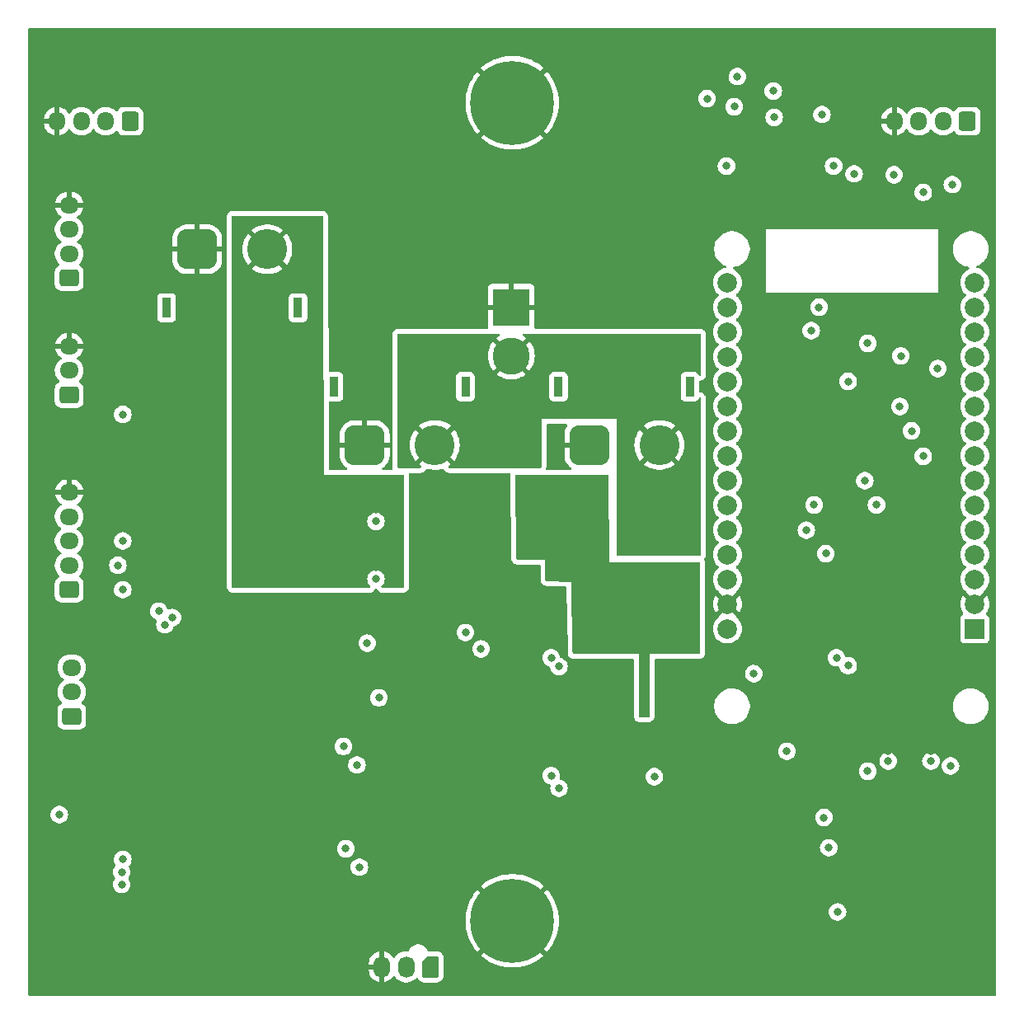
<source format=gbl>
G04 #@! TF.GenerationSoftware,KiCad,Pcbnew,8.0.7*
G04 #@! TF.CreationDate,2025-07-01T23:11:04-04:00*
G04 #@! TF.ProjectId,LED_Snowboard_V4,4c45445f-536e-46f7-9762-6f6172645f56,rev?*
G04 #@! TF.SameCoordinates,Original*
G04 #@! TF.FileFunction,Copper,L4,Bot*
G04 #@! TF.FilePolarity,Positive*
%FSLAX46Y46*%
G04 Gerber Fmt 4.6, Leading zero omitted, Abs format (unit mm)*
G04 Created by KiCad (PCBNEW 8.0.7) date 2025-07-01 23:11:04*
%MOMM*%
%LPD*%
G01*
G04 APERTURE LIST*
G04 Aperture macros list*
%AMRoundRect*
0 Rectangle with rounded corners*
0 $1 Rounding radius*
0 $2 $3 $4 $5 $6 $7 $8 $9 X,Y pos of 4 corners*
0 Add a 4 corners polygon primitive as box body*
4,1,4,$2,$3,$4,$5,$6,$7,$8,$9,$2,$3,0*
0 Add four circle primitives for the rounded corners*
1,1,$1+$1,$2,$3*
1,1,$1+$1,$4,$5*
1,1,$1+$1,$6,$7*
1,1,$1+$1,$8,$9*
0 Add four rect primitives between the rounded corners*
20,1,$1+$1,$2,$3,$4,$5,0*
20,1,$1+$1,$4,$5,$6,$7,0*
20,1,$1+$1,$6,$7,$8,$9,0*
20,1,$1+$1,$8,$9,$2,$3,0*%
%AMFreePoly0*
4,1,22,0.945671,0.830970,1.026777,0.776777,1.080970,0.695671,1.100000,0.600000,1.100000,-0.600000,1.080970,-0.695671,1.026777,-0.776777,0.945671,-0.830970,0.850000,-0.850000,-0.450000,-0.850000,-0.545671,-0.830970,-0.626777,-0.776777,-1.026777,-0.376777,-1.080970,-0.295671,-1.100000,-0.200000,-1.100000,0.600000,-1.080970,0.695671,-1.026777,0.776777,-0.945671,0.830970,-0.850000,0.850000,
0.850000,0.850000,0.945671,0.830970,0.945671,0.830970,$1*%
G04 Aperture macros list end*
G04 #@! TA.AperFunction,ComponentPad*
%ADD10R,3.800000X3.800000*%
G04 #@! TD*
G04 #@! TA.AperFunction,ComponentPad*
%ADD11C,3.800000*%
G04 #@! TD*
G04 #@! TA.AperFunction,ComponentPad*
%ADD12RoundRect,0.250000X0.725000X-0.600000X0.725000X0.600000X-0.725000X0.600000X-0.725000X-0.600000X0*%
G04 #@! TD*
G04 #@! TA.AperFunction,ComponentPad*
%ADD13O,1.950000X1.700000*%
G04 #@! TD*
G04 #@! TA.AperFunction,ComponentPad*
%ADD14R,0.900000X2.000000*%
G04 #@! TD*
G04 #@! TA.AperFunction,ComponentPad*
%ADD15RoundRect,1.025000X-1.025000X-1.025000X1.025000X-1.025000X1.025000X1.025000X-1.025000X1.025000X0*%
G04 #@! TD*
G04 #@! TA.AperFunction,ComponentPad*
%ADD16C,4.100000*%
G04 #@! TD*
G04 #@! TA.AperFunction,ComponentPad*
%ADD17RoundRect,0.250000X0.600000X0.725000X-0.600000X0.725000X-0.600000X-0.725000X0.600000X-0.725000X0*%
G04 #@! TD*
G04 #@! TA.AperFunction,ComponentPad*
%ADD18O,1.700000X1.950000*%
G04 #@! TD*
G04 #@! TA.AperFunction,ComponentPad*
%ADD19C,8.600000*%
G04 #@! TD*
G04 #@! TA.AperFunction,ComponentPad*
%ADD20RoundRect,1.025000X1.025000X1.025000X-1.025000X1.025000X-1.025000X-1.025000X1.025000X-1.025000X0*%
G04 #@! TD*
G04 #@! TA.AperFunction,ComponentPad*
%ADD21FreePoly0,270.000000*%
G04 #@! TD*
G04 #@! TA.AperFunction,ComponentPad*
%ADD22O,1.700000X2.200000*%
G04 #@! TD*
G04 #@! TA.AperFunction,ComponentPad*
%ADD23C,2.000000*%
G04 #@! TD*
G04 #@! TA.AperFunction,ComponentPad*
%ADD24R,2.000000X2.000000*%
G04 #@! TD*
G04 #@! TA.AperFunction,ViaPad*
%ADD25C,0.800000*%
G04 #@! TD*
G04 APERTURE END LIST*
D10*
X149900000Y-79000000D03*
D11*
X149900000Y-84000000D03*
D12*
X104500000Y-108000000D03*
D13*
X104500000Y-105500000D03*
X104500000Y-103000000D03*
X104500000Y-100500000D03*
X104500000Y-98000000D03*
D14*
X154750000Y-87150000D03*
X168250000Y-87150000D03*
D15*
X157900000Y-93150000D03*
D16*
X165100000Y-93150000D03*
D14*
X131700000Y-87150000D03*
X145200000Y-87150000D03*
D15*
X134850000Y-93150000D03*
D16*
X142050000Y-93150000D03*
D17*
X110750000Y-59900000D03*
D18*
X108250000Y-59900000D03*
X105750000Y-59900000D03*
X103250000Y-59900000D03*
D19*
X150000000Y-142000000D03*
D12*
X104762500Y-121000000D03*
D13*
X104762500Y-118500000D03*
X104762500Y-116000000D03*
D12*
X104500000Y-88000000D03*
D13*
X104500000Y-85500000D03*
X104500000Y-83000000D03*
D14*
X128000000Y-79050000D03*
X114500000Y-79050000D03*
D20*
X117650000Y-73050000D03*
D16*
X124850000Y-73050000D03*
D21*
X141600000Y-146730000D03*
D22*
X139100000Y-146730000D03*
X136600000Y-146730000D03*
D19*
X150000000Y-58000000D03*
D12*
X104500000Y-76000000D03*
D13*
X104500000Y-73500000D03*
X104500000Y-71000000D03*
X104500000Y-68500000D03*
D17*
X196750000Y-59900000D03*
D18*
X194250000Y-59900000D03*
X191750000Y-59900000D03*
X189250000Y-59900000D03*
D23*
X172100000Y-76455000D03*
X172100000Y-78995000D03*
X172100000Y-81535000D03*
X172100000Y-84075000D03*
X172100000Y-86615000D03*
X172100000Y-89155000D03*
X172100000Y-91695000D03*
X172100000Y-94235000D03*
X172100000Y-96775000D03*
X172100000Y-99315000D03*
X172100000Y-101855000D03*
X172100000Y-104395000D03*
X172100000Y-106935000D03*
X172100000Y-109475000D03*
X172100000Y-112015000D03*
X197500000Y-76455000D03*
X197500000Y-78995000D03*
X197500000Y-81535000D03*
X197500000Y-84075000D03*
X197500000Y-86615000D03*
X197500000Y-89155000D03*
X197500000Y-91695000D03*
X197500000Y-94235000D03*
X197500000Y-96775000D03*
X197500000Y-99315000D03*
X197500000Y-101855000D03*
X197500000Y-104395000D03*
X197500000Y-106935000D03*
X197500000Y-109475000D03*
D24*
X197500000Y-112015000D03*
D25*
X188600000Y-130000000D03*
X168000000Y-143000000D03*
X195100000Y-70400000D03*
X192000000Y-70400000D03*
X155200000Y-112325000D03*
X166200000Y-123200000D03*
X188600000Y-124550000D03*
X168200000Y-117300000D03*
X163600000Y-123200000D03*
X137000000Y-112400000D03*
X183200000Y-86600000D03*
X161000000Y-128300000D03*
X185500000Y-130000000D03*
X142100000Y-139950000D03*
X167900000Y-140800000D03*
X193000000Y-124550000D03*
X106620000Y-130100000D03*
X117700000Y-59000000D03*
X190800000Y-124550000D03*
X171900000Y-55000000D03*
X152300000Y-107300000D03*
X185100000Y-79725000D03*
X163600000Y-122200000D03*
X196800000Y-128500000D03*
X179800000Y-129000000D03*
X168200000Y-120700000D03*
X178300000Y-58200000D03*
X131700000Y-112562500D03*
X142100000Y-129412500D03*
X168200000Y-119000000D03*
X135100000Y-117900000D03*
X135775000Y-126000000D03*
X154400000Y-131800000D03*
X136062500Y-136500000D03*
X158600000Y-135100000D03*
X149900000Y-112800000D03*
X139900000Y-112700000D03*
X176200000Y-143000000D03*
X185900000Y-143200000D03*
X166200000Y-122200000D03*
X106000000Y-141300000D03*
X198000000Y-145300000D03*
X177800000Y-126000000D03*
X185500000Y-132800000D03*
X134050000Y-126000000D03*
X135095000Y-113500000D03*
X145200000Y-112400000D03*
X134300000Y-136500000D03*
X154800000Y-128400000D03*
X184500000Y-115800000D03*
X154800000Y-115900000D03*
X184500000Y-86615000D03*
X183300000Y-115000000D03*
X181500000Y-79000000D03*
X154000000Y-127100000D03*
X154000000Y-115000000D03*
X186500000Y-82700000D03*
X189800000Y-89200000D03*
X186500000Y-126650000D03*
X193700000Y-85300000D03*
X193000000Y-125600000D03*
X188600000Y-125600000D03*
X189900000Y-84000000D03*
X191005000Y-91695000D03*
X182500000Y-134500000D03*
X187400000Y-99300000D03*
X186200000Y-96800000D03*
X182000000Y-131400000D03*
X158200000Y-98800000D03*
X158200000Y-97000000D03*
X155400000Y-97000000D03*
X158200000Y-100800000D03*
X152800000Y-97000000D03*
X158200000Y-102600000D03*
X152800000Y-100900000D03*
X152800000Y-98800000D03*
X155400000Y-102600000D03*
X164700000Y-96900000D03*
X161700000Y-100800000D03*
X164800000Y-102600000D03*
X161700000Y-98800000D03*
X167800000Y-98800000D03*
X161700000Y-96900000D03*
X161700000Y-102600000D03*
X167800000Y-96900000D03*
X167800000Y-100800000D03*
X181000000Y-99300000D03*
X183400000Y-141100000D03*
X132900000Y-134600000D03*
X132659809Y-124100000D03*
X136000000Y-106900000D03*
X136000000Y-101000000D03*
X181800000Y-59200000D03*
X195200000Y-66400000D03*
X192200000Y-67200000D03*
X176900000Y-59500000D03*
X189200000Y-65400000D03*
X176800000Y-56800000D03*
X173106250Y-55306250D03*
X170000000Y-57575000D03*
X172000000Y-64500000D03*
X183000000Y-64500000D03*
X174800000Y-116625000D03*
X103487500Y-131100000D03*
X136300000Y-119100000D03*
X115095396Y-110875000D03*
X109900000Y-138280000D03*
X114325000Y-111600000D03*
X109900000Y-137010000D03*
X113700000Y-110200000D03*
X110000000Y-135700000D03*
X164600000Y-127200000D03*
X180200000Y-101900000D03*
X178200000Y-124600000D03*
X146787500Y-114087500D03*
X172800000Y-58400000D03*
X110000000Y-90000000D03*
X110000000Y-108000000D03*
X109500000Y-105500000D03*
X110000000Y-103000000D03*
X192200000Y-94300000D03*
X195000000Y-126100000D03*
X185100000Y-65300000D03*
X182200000Y-104300000D03*
X180700000Y-81400000D03*
X136000000Y-99735000D03*
X134800000Y-105700000D03*
X134800000Y-97195000D03*
X136000000Y-98500000D03*
X136000000Y-105700000D03*
X136000000Y-103160000D03*
X136000000Y-97195000D03*
X134800000Y-98500000D03*
X136000000Y-104465000D03*
X134800000Y-104465000D03*
X134800000Y-103160000D03*
X134800000Y-99735000D03*
G04 #@! TA.AperFunction,Conductor*
G36*
X148685977Y-81719685D02*
G01*
X148731732Y-81772489D01*
X148741676Y-81841647D01*
X148712651Y-81905203D01*
X148678675Y-81932662D01*
X148611476Y-81969604D01*
X148611471Y-81969607D01*
X148386565Y-82133010D01*
X148386564Y-82133011D01*
X149138282Y-82884728D01*
X149020534Y-82970278D01*
X148870278Y-83120534D01*
X148784729Y-83238282D01*
X148035311Y-82488864D01*
X147954520Y-82586525D01*
X147954518Y-82586528D01*
X147792707Y-82841502D01*
X147792704Y-82841508D01*
X147664127Y-83114747D01*
X147664125Y-83114752D01*
X147570805Y-83401959D01*
X147514216Y-83698609D01*
X147514215Y-83698616D01*
X147495255Y-83999994D01*
X147495255Y-84000005D01*
X147514215Y-84301383D01*
X147514216Y-84301390D01*
X147570805Y-84598040D01*
X147664125Y-84885247D01*
X147664127Y-84885252D01*
X147792704Y-85158491D01*
X147792707Y-85158497D01*
X147954516Y-85413469D01*
X148035311Y-85511133D01*
X148784728Y-84761716D01*
X148870278Y-84879466D01*
X149020534Y-85029722D01*
X149138281Y-85115270D01*
X148386564Y-85866987D01*
X148386565Y-85866989D01*
X148611461Y-86030385D01*
X148611479Y-86030397D01*
X148876109Y-86175878D01*
X148876117Y-86175882D01*
X149156889Y-86287047D01*
X149156892Y-86287048D01*
X149449399Y-86362150D01*
X149748995Y-86399999D01*
X149749007Y-86400000D01*
X150050993Y-86400000D01*
X150051004Y-86399999D01*
X150350600Y-86362150D01*
X150643107Y-86287048D01*
X150643110Y-86287047D01*
X150923882Y-86175882D01*
X150923890Y-86175878D01*
X151058029Y-86102135D01*
X153799500Y-86102135D01*
X153799500Y-88197870D01*
X153799501Y-88197876D01*
X153805908Y-88257483D01*
X153856202Y-88392328D01*
X153856206Y-88392335D01*
X153942452Y-88507544D01*
X153942455Y-88507547D01*
X154057664Y-88593793D01*
X154057671Y-88593797D01*
X154192517Y-88644091D01*
X154192516Y-88644091D01*
X154199444Y-88644835D01*
X154252127Y-88650500D01*
X155247872Y-88650499D01*
X155307483Y-88644091D01*
X155442331Y-88593796D01*
X155557546Y-88507546D01*
X155643796Y-88392331D01*
X155694091Y-88257483D01*
X155700500Y-88197873D01*
X155700499Y-86102128D01*
X155694091Y-86042517D01*
X155668659Y-85974331D01*
X155643797Y-85907671D01*
X155643793Y-85907664D01*
X155557547Y-85792455D01*
X155557544Y-85792452D01*
X155442335Y-85706206D01*
X155442328Y-85706202D01*
X155307482Y-85655908D01*
X155307483Y-85655908D01*
X155247883Y-85649501D01*
X155247881Y-85649500D01*
X155247873Y-85649500D01*
X155247864Y-85649500D01*
X154252129Y-85649500D01*
X154252123Y-85649501D01*
X154192516Y-85655908D01*
X154057671Y-85706202D01*
X154057664Y-85706206D01*
X153942455Y-85792452D01*
X153942452Y-85792455D01*
X153856206Y-85907664D01*
X153856202Y-85907671D01*
X153805908Y-86042517D01*
X153799501Y-86102116D01*
X153799501Y-86102123D01*
X153799500Y-86102135D01*
X151058029Y-86102135D01*
X151188520Y-86030397D01*
X151188530Y-86030390D01*
X151413433Y-85866987D01*
X151413434Y-85866987D01*
X150661717Y-85115271D01*
X150779466Y-85029722D01*
X150929722Y-84879466D01*
X151015270Y-84761717D01*
X151764687Y-85511134D01*
X151845486Y-85413464D01*
X152007292Y-85158497D01*
X152007295Y-85158491D01*
X152135872Y-84885252D01*
X152135874Y-84885247D01*
X152229194Y-84598040D01*
X152285783Y-84301390D01*
X152285784Y-84301383D01*
X152304745Y-84000005D01*
X152304745Y-83999994D01*
X152285784Y-83698616D01*
X152285783Y-83698609D01*
X152229194Y-83401959D01*
X152135874Y-83114752D01*
X152135872Y-83114747D01*
X152007295Y-82841508D01*
X152007292Y-82841502D01*
X151845483Y-82586530D01*
X151764686Y-82488864D01*
X151015269Y-83238281D01*
X150929722Y-83120534D01*
X150779466Y-82970278D01*
X150661717Y-82884728D01*
X151413434Y-82133011D01*
X151413433Y-82133009D01*
X151188538Y-81969614D01*
X151188520Y-81969602D01*
X151121325Y-81932662D01*
X151072061Y-81883116D01*
X151057404Y-81814801D01*
X151082008Y-81749406D01*
X151138060Y-81707695D01*
X151181062Y-81700000D01*
X169276000Y-81700000D01*
X169343039Y-81719685D01*
X169388794Y-81772489D01*
X169400000Y-81824000D01*
X169400000Y-85907292D01*
X169380315Y-85974331D01*
X169327511Y-86020086D01*
X169258353Y-86030030D01*
X169194797Y-86001005D01*
X169159818Y-85950625D01*
X169143797Y-85907671D01*
X169143793Y-85907664D01*
X169057547Y-85792455D01*
X169057544Y-85792452D01*
X168942335Y-85706206D01*
X168942328Y-85706202D01*
X168807482Y-85655908D01*
X168807483Y-85655908D01*
X168747883Y-85649501D01*
X168747881Y-85649500D01*
X168747873Y-85649500D01*
X168747864Y-85649500D01*
X167752129Y-85649500D01*
X167752123Y-85649501D01*
X167692516Y-85655908D01*
X167557671Y-85706202D01*
X167557664Y-85706206D01*
X167442455Y-85792452D01*
X167442452Y-85792455D01*
X167356206Y-85907664D01*
X167356202Y-85907671D01*
X167305908Y-86042517D01*
X167299501Y-86102116D01*
X167299501Y-86102123D01*
X167299500Y-86102135D01*
X167299500Y-88197870D01*
X167299501Y-88197876D01*
X167305908Y-88257483D01*
X167356202Y-88392328D01*
X167356206Y-88392335D01*
X167442452Y-88507544D01*
X167442455Y-88507547D01*
X167557664Y-88593793D01*
X167557671Y-88593797D01*
X167692517Y-88644091D01*
X167692516Y-88644091D01*
X167699444Y-88644835D01*
X167752127Y-88650500D01*
X168747872Y-88650499D01*
X168807483Y-88644091D01*
X168942331Y-88593796D01*
X169057546Y-88507546D01*
X169143796Y-88392331D01*
X169159818Y-88349375D01*
X169201689Y-88293441D01*
X169267153Y-88269023D01*
X169335426Y-88283874D01*
X169384832Y-88333279D01*
X169400000Y-88392707D01*
X169400000Y-104376000D01*
X169380315Y-104443039D01*
X169327511Y-104488794D01*
X169276000Y-104500000D01*
X160824000Y-104500000D01*
X160756961Y-104480315D01*
X160711206Y-104427511D01*
X160700000Y-104376000D01*
X160700000Y-93149994D01*
X162544958Y-93149994D01*
X162544958Y-93150005D01*
X162565103Y-93470221D01*
X162565104Y-93470228D01*
X162625230Y-93785417D01*
X162724382Y-94090575D01*
X162724384Y-94090580D01*
X162860998Y-94380897D01*
X162861001Y-94380903D01*
X163032921Y-94651806D01*
X163128773Y-94767671D01*
X163984728Y-93911716D01*
X164070278Y-94029466D01*
X164220534Y-94179722D01*
X164338281Y-94265270D01*
X163479176Y-95124375D01*
X163730936Y-95307290D01*
X163730946Y-95307297D01*
X164012116Y-95461871D01*
X164012124Y-95461875D01*
X164310444Y-95579987D01*
X164621233Y-95659784D01*
X164621242Y-95659786D01*
X164939556Y-95699999D01*
X164939570Y-95700000D01*
X165260430Y-95700000D01*
X165260443Y-95699999D01*
X165578757Y-95659786D01*
X165578766Y-95659784D01*
X165889555Y-95579987D01*
X166187875Y-95461875D01*
X166187883Y-95461871D01*
X166469047Y-95307300D01*
X166469058Y-95307293D01*
X166720821Y-95124375D01*
X166720822Y-95124375D01*
X165861717Y-94265271D01*
X165979466Y-94179722D01*
X166129722Y-94029466D01*
X166215271Y-93911717D01*
X167071225Y-94767671D01*
X167167068Y-94651819D01*
X167339002Y-94380896D01*
X167475615Y-94090580D01*
X167475617Y-94090575D01*
X167574769Y-93785417D01*
X167634895Y-93470228D01*
X167634896Y-93470221D01*
X167655042Y-93150005D01*
X167655042Y-93149994D01*
X167634896Y-92829778D01*
X167634895Y-92829771D01*
X167574769Y-92514582D01*
X167475617Y-92209424D01*
X167475615Y-92209419D01*
X167339001Y-91919102D01*
X167338998Y-91919096D01*
X167167078Y-91648193D01*
X167071224Y-91532326D01*
X166215270Y-92388281D01*
X166129722Y-92270534D01*
X165979466Y-92120278D01*
X165861717Y-92034728D01*
X166720822Y-91175623D01*
X166469063Y-90992709D01*
X166469053Y-90992702D01*
X166187883Y-90838128D01*
X166187875Y-90838124D01*
X165889555Y-90720012D01*
X165578766Y-90640215D01*
X165578757Y-90640213D01*
X165260443Y-90600000D01*
X164939556Y-90600000D01*
X164621242Y-90640213D01*
X164621233Y-90640215D01*
X164310444Y-90720012D01*
X164012124Y-90838124D01*
X164012116Y-90838128D01*
X163730946Y-90992702D01*
X163730928Y-90992714D01*
X163479177Y-91175621D01*
X163479176Y-91175623D01*
X164338282Y-92034728D01*
X164220534Y-92120278D01*
X164070278Y-92270534D01*
X163984729Y-92388282D01*
X163128773Y-91532326D01*
X163032924Y-91648188D01*
X162861001Y-91919096D01*
X162860998Y-91919102D01*
X162724384Y-92209419D01*
X162724382Y-92209424D01*
X162625230Y-92514582D01*
X162565104Y-92829771D01*
X162565103Y-92829778D01*
X162544958Y-93149994D01*
X160700000Y-93149994D01*
X160700000Y-90500000D01*
X153000000Y-90500000D01*
X153000000Y-95376000D01*
X152980315Y-95443039D01*
X152927511Y-95488794D01*
X152876000Y-95500000D01*
X143535454Y-95500000D01*
X143468415Y-95480315D01*
X143422660Y-95427511D01*
X143412716Y-95358353D01*
X143441741Y-95294797D01*
X143462568Y-95275682D01*
X143670821Y-95124375D01*
X143670822Y-95124375D01*
X142811717Y-94265271D01*
X142929466Y-94179722D01*
X143079722Y-94029466D01*
X143165271Y-93911717D01*
X144021225Y-94767671D01*
X144117068Y-94651819D01*
X144289002Y-94380896D01*
X144425615Y-94090580D01*
X144425617Y-94090575D01*
X144524769Y-93785417D01*
X144584895Y-93470228D01*
X144584896Y-93470221D01*
X144605042Y-93150005D01*
X144605042Y-93149994D01*
X144584896Y-92829778D01*
X144584895Y-92829771D01*
X144524769Y-92514582D01*
X144425617Y-92209424D01*
X144425615Y-92209419D01*
X144289001Y-91919102D01*
X144288998Y-91919096D01*
X144117078Y-91648193D01*
X144021224Y-91532326D01*
X143165270Y-92388281D01*
X143079722Y-92270534D01*
X142929466Y-92120278D01*
X142811717Y-92034728D01*
X143670822Y-91175623D01*
X143419063Y-90992709D01*
X143419053Y-90992702D01*
X143137883Y-90838128D01*
X143137875Y-90838124D01*
X142839555Y-90720012D01*
X142528766Y-90640215D01*
X142528757Y-90640213D01*
X142210443Y-90600000D01*
X141889556Y-90600000D01*
X141571242Y-90640213D01*
X141571233Y-90640215D01*
X141260444Y-90720012D01*
X140962124Y-90838124D01*
X140962116Y-90838128D01*
X140680946Y-90992702D01*
X140680928Y-90992714D01*
X140429177Y-91175621D01*
X140429176Y-91175623D01*
X141288282Y-92034728D01*
X141170534Y-92120278D01*
X141020278Y-92270534D01*
X140934729Y-92388282D01*
X140078773Y-91532326D01*
X139982924Y-91648188D01*
X139811001Y-91919096D01*
X139810998Y-91919102D01*
X139674384Y-92209419D01*
X139674382Y-92209424D01*
X139575230Y-92514582D01*
X139515104Y-92829771D01*
X139515103Y-92829778D01*
X139494958Y-93149994D01*
X139494958Y-93150005D01*
X139515103Y-93470221D01*
X139515104Y-93470228D01*
X139575230Y-93785417D01*
X139674382Y-94090575D01*
X139674384Y-94090580D01*
X139810998Y-94380897D01*
X139811001Y-94380903D01*
X139982921Y-94651806D01*
X140078773Y-94767671D01*
X140934728Y-93911716D01*
X141020278Y-94029466D01*
X141170534Y-94179722D01*
X141288281Y-94265270D01*
X140429176Y-95124375D01*
X140637431Y-95275682D01*
X140680096Y-95331012D01*
X140686075Y-95400626D01*
X140653469Y-95462421D01*
X140592630Y-95496778D01*
X140564545Y-95500000D01*
X138324000Y-95500000D01*
X138256961Y-95480315D01*
X138211206Y-95427511D01*
X138200000Y-95376000D01*
X138200000Y-86102135D01*
X144249500Y-86102135D01*
X144249500Y-88197870D01*
X144249501Y-88197876D01*
X144255908Y-88257483D01*
X144306202Y-88392328D01*
X144306206Y-88392335D01*
X144392452Y-88507544D01*
X144392455Y-88507547D01*
X144507664Y-88593793D01*
X144507671Y-88593797D01*
X144642517Y-88644091D01*
X144642516Y-88644091D01*
X144649444Y-88644835D01*
X144702127Y-88650500D01*
X145697872Y-88650499D01*
X145757483Y-88644091D01*
X145892331Y-88593796D01*
X146007546Y-88507546D01*
X146093796Y-88392331D01*
X146144091Y-88257483D01*
X146150500Y-88197873D01*
X146150499Y-86102128D01*
X146144091Y-86042517D01*
X146118659Y-85974331D01*
X146093797Y-85907671D01*
X146093793Y-85907664D01*
X146007547Y-85792455D01*
X146007544Y-85792452D01*
X145892335Y-85706206D01*
X145892328Y-85706202D01*
X145757482Y-85655908D01*
X145757483Y-85655908D01*
X145697883Y-85649501D01*
X145697881Y-85649500D01*
X145697873Y-85649500D01*
X145697864Y-85649500D01*
X144702129Y-85649500D01*
X144702123Y-85649501D01*
X144642516Y-85655908D01*
X144507671Y-85706202D01*
X144507664Y-85706206D01*
X144392455Y-85792452D01*
X144392452Y-85792455D01*
X144306206Y-85907664D01*
X144306202Y-85907671D01*
X144255908Y-86042517D01*
X144249501Y-86102116D01*
X144249501Y-86102123D01*
X144249500Y-86102135D01*
X138200000Y-86102135D01*
X138200000Y-81824000D01*
X138219685Y-81756961D01*
X138272489Y-81711206D01*
X138324000Y-81700000D01*
X148618938Y-81700000D01*
X148685977Y-81719685D01*
G37*
G04 #@! TD.AperFunction*
G04 #@! TA.AperFunction,Conductor*
G36*
X130543039Y-69619685D02*
G01*
X130588794Y-69672489D01*
X130600000Y-69724000D01*
X130600000Y-76700072D01*
X130699999Y-96199999D01*
X130700000Y-96200000D01*
X138776000Y-96200000D01*
X138843039Y-96219685D01*
X138888794Y-96272489D01*
X138900000Y-96324000D01*
X138900000Y-107676000D01*
X138880315Y-107743039D01*
X138827511Y-107788794D01*
X138776000Y-107800000D01*
X137200000Y-107800000D01*
X136674911Y-107800000D01*
X136607872Y-107780315D01*
X136562117Y-107727511D01*
X136552173Y-107658353D01*
X136581198Y-107594797D01*
X136602024Y-107575683D01*
X136602032Y-107575676D01*
X136605871Y-107572888D01*
X136732533Y-107432216D01*
X136827179Y-107268284D01*
X136885674Y-107088256D01*
X136905460Y-106900000D01*
X136885674Y-106711744D01*
X136827179Y-106531716D01*
X136732533Y-106367784D01*
X136605871Y-106227112D01*
X136605870Y-106227111D01*
X136452734Y-106115851D01*
X136452729Y-106115848D01*
X136279807Y-106038857D01*
X136279802Y-106038855D01*
X136134001Y-106007865D01*
X136094646Y-105999500D01*
X135905354Y-105999500D01*
X135872897Y-106006398D01*
X135720197Y-106038855D01*
X135720192Y-106038857D01*
X135547270Y-106115848D01*
X135547265Y-106115851D01*
X135394129Y-106227111D01*
X135267466Y-106367785D01*
X135172821Y-106531715D01*
X135172818Y-106531722D01*
X135114327Y-106711740D01*
X135114326Y-106711744D01*
X135094540Y-106900000D01*
X135114326Y-107088256D01*
X135114327Y-107088259D01*
X135172818Y-107268277D01*
X135172821Y-107268284D01*
X135267467Y-107432216D01*
X135380118Y-107557327D01*
X135394128Y-107572887D01*
X135397976Y-107575683D01*
X135440641Y-107631014D01*
X135446619Y-107700628D01*
X135414012Y-107762422D01*
X135353172Y-107796778D01*
X135325089Y-107800000D01*
X121324000Y-107800000D01*
X121256961Y-107780315D01*
X121211206Y-107727511D01*
X121200000Y-107676000D01*
X121200000Y-101000000D01*
X135094540Y-101000000D01*
X135114326Y-101188256D01*
X135114327Y-101188259D01*
X135172818Y-101368277D01*
X135172821Y-101368284D01*
X135267467Y-101532216D01*
X135394129Y-101672888D01*
X135547265Y-101784148D01*
X135547270Y-101784151D01*
X135720192Y-101861142D01*
X135720197Y-101861144D01*
X135905354Y-101900500D01*
X135905355Y-101900500D01*
X136094644Y-101900500D01*
X136094646Y-101900500D01*
X136279803Y-101861144D01*
X136452730Y-101784151D01*
X136605871Y-101672888D01*
X136732533Y-101532216D01*
X136827179Y-101368284D01*
X136885674Y-101188256D01*
X136905460Y-101000000D01*
X136885674Y-100811744D01*
X136827179Y-100631716D01*
X136732533Y-100467784D01*
X136605871Y-100327112D01*
X136605870Y-100327111D01*
X136452734Y-100215851D01*
X136452729Y-100215848D01*
X136279807Y-100138857D01*
X136279802Y-100138855D01*
X136134001Y-100107865D01*
X136094646Y-100099500D01*
X135905354Y-100099500D01*
X135872897Y-100106398D01*
X135720197Y-100138855D01*
X135720192Y-100138857D01*
X135547270Y-100215848D01*
X135547265Y-100215851D01*
X135394129Y-100327111D01*
X135267466Y-100467785D01*
X135172821Y-100631715D01*
X135172818Y-100631722D01*
X135114327Y-100811740D01*
X135114326Y-100811744D01*
X135094540Y-101000000D01*
X121200000Y-101000000D01*
X121200000Y-78002135D01*
X127049500Y-78002135D01*
X127049500Y-80097870D01*
X127049501Y-80097876D01*
X127055908Y-80157483D01*
X127106202Y-80292328D01*
X127106206Y-80292335D01*
X127192452Y-80407544D01*
X127192455Y-80407547D01*
X127307664Y-80493793D01*
X127307671Y-80493797D01*
X127442517Y-80544091D01*
X127442516Y-80544091D01*
X127449444Y-80544835D01*
X127502127Y-80550500D01*
X128497872Y-80550499D01*
X128557483Y-80544091D01*
X128692331Y-80493796D01*
X128807546Y-80407546D01*
X128893796Y-80292331D01*
X128944091Y-80157483D01*
X128950500Y-80097873D01*
X128950499Y-78002128D01*
X128944091Y-77942517D01*
X128893796Y-77807669D01*
X128893795Y-77807668D01*
X128893793Y-77807664D01*
X128807547Y-77692455D01*
X128807544Y-77692452D01*
X128692335Y-77606206D01*
X128692328Y-77606202D01*
X128557482Y-77555908D01*
X128557483Y-77555908D01*
X128497883Y-77549501D01*
X128497881Y-77549500D01*
X128497873Y-77549500D01*
X128497864Y-77549500D01*
X127502129Y-77549500D01*
X127502123Y-77549501D01*
X127442516Y-77555908D01*
X127307671Y-77606202D01*
X127307664Y-77606206D01*
X127192455Y-77692452D01*
X127192452Y-77692455D01*
X127106206Y-77807664D01*
X127106202Y-77807671D01*
X127055908Y-77942517D01*
X127049501Y-78002116D01*
X127049501Y-78002123D01*
X127049500Y-78002135D01*
X121200000Y-78002135D01*
X121200000Y-73049994D01*
X122294958Y-73049994D01*
X122294958Y-73050005D01*
X122315103Y-73370221D01*
X122315104Y-73370228D01*
X122375230Y-73685417D01*
X122474382Y-73990575D01*
X122474384Y-73990580D01*
X122610998Y-74280897D01*
X122611001Y-74280903D01*
X122782921Y-74551806D01*
X122878773Y-74667671D01*
X123734728Y-73811716D01*
X123820278Y-73929466D01*
X123970534Y-74079722D01*
X124088281Y-74165270D01*
X123229176Y-75024375D01*
X123480936Y-75207290D01*
X123480946Y-75207297D01*
X123762116Y-75361871D01*
X123762124Y-75361875D01*
X124060444Y-75479987D01*
X124371233Y-75559784D01*
X124371242Y-75559786D01*
X124689556Y-75599999D01*
X124689570Y-75600000D01*
X125010430Y-75600000D01*
X125010443Y-75599999D01*
X125328757Y-75559786D01*
X125328766Y-75559784D01*
X125639555Y-75479987D01*
X125937875Y-75361875D01*
X125937883Y-75361871D01*
X126219047Y-75207300D01*
X126219058Y-75207293D01*
X126470821Y-75024375D01*
X126470822Y-75024375D01*
X125611717Y-74165271D01*
X125729466Y-74079722D01*
X125879722Y-73929466D01*
X125965271Y-73811717D01*
X126821225Y-74667671D01*
X126917068Y-74551819D01*
X127089002Y-74280896D01*
X127225615Y-73990580D01*
X127225617Y-73990575D01*
X127324769Y-73685417D01*
X127384895Y-73370228D01*
X127384896Y-73370221D01*
X127405042Y-73050005D01*
X127405042Y-73049994D01*
X127384896Y-72729778D01*
X127384895Y-72729771D01*
X127324769Y-72414582D01*
X127225617Y-72109424D01*
X127225615Y-72109419D01*
X127089001Y-71819102D01*
X127088998Y-71819096D01*
X126917078Y-71548193D01*
X126821224Y-71432326D01*
X125965270Y-72288281D01*
X125879722Y-72170534D01*
X125729466Y-72020278D01*
X125611717Y-71934728D01*
X126470822Y-71075623D01*
X126219063Y-70892709D01*
X126219053Y-70892702D01*
X125937883Y-70738128D01*
X125937875Y-70738124D01*
X125639555Y-70620012D01*
X125328766Y-70540215D01*
X125328757Y-70540213D01*
X125010443Y-70500000D01*
X124689556Y-70500000D01*
X124371242Y-70540213D01*
X124371233Y-70540215D01*
X124060444Y-70620012D01*
X123762124Y-70738124D01*
X123762116Y-70738128D01*
X123480946Y-70892702D01*
X123480928Y-70892714D01*
X123229177Y-71075621D01*
X123229176Y-71075623D01*
X124088282Y-71934728D01*
X123970534Y-72020278D01*
X123820278Y-72170534D01*
X123734729Y-72288282D01*
X122878773Y-71432326D01*
X122782924Y-71548188D01*
X122611001Y-71819096D01*
X122610998Y-71819102D01*
X122474384Y-72109419D01*
X122474382Y-72109424D01*
X122375230Y-72414582D01*
X122315104Y-72729771D01*
X122315103Y-72729778D01*
X122294958Y-73049994D01*
X121200000Y-73049994D01*
X121200000Y-69724000D01*
X121219685Y-69656961D01*
X121272489Y-69611206D01*
X121324000Y-69600000D01*
X130476000Y-69600000D01*
X130543039Y-69619685D01*
G37*
G04 #@! TD.AperFunction*
G04 #@! TA.AperFunction,Conductor*
G36*
X155623956Y-91025185D02*
G01*
X155669711Y-91077989D01*
X155679655Y-91147147D01*
X155651370Y-91209840D01*
X155633632Y-91230693D01*
X155633620Y-91230710D01*
X155506244Y-91441414D01*
X155414315Y-91669827D01*
X155414313Y-91669834D01*
X155360217Y-91910031D01*
X155360215Y-91910041D01*
X155350000Y-92054731D01*
X155350000Y-92900000D01*
X156572769Y-92900000D01*
X156550000Y-93043753D01*
X156550000Y-93256247D01*
X156572769Y-93400000D01*
X155350000Y-93400000D01*
X155350000Y-94245268D01*
X155360215Y-94389958D01*
X155360217Y-94389968D01*
X155414313Y-94630165D01*
X155414315Y-94630172D01*
X155506244Y-94858585D01*
X155633620Y-95069289D01*
X155633627Y-95069299D01*
X155793153Y-95256846D01*
X155980700Y-95416372D01*
X155980710Y-95416379D01*
X156060117Y-95464383D01*
X156107305Y-95515911D01*
X156119143Y-95584771D01*
X156091874Y-95649099D01*
X156034155Y-95688473D01*
X155995967Y-95694500D01*
X153598966Y-95694500D01*
X153531927Y-95674815D01*
X153486172Y-95622011D01*
X153476228Y-95552853D01*
X153479989Y-95535563D01*
X153480557Y-95533630D01*
X153485023Y-95518420D01*
X153485024Y-95518416D01*
X153505500Y-95376000D01*
X153505500Y-91129500D01*
X153525185Y-91062461D01*
X153577989Y-91016706D01*
X153629500Y-91005500D01*
X155556917Y-91005500D01*
X155623956Y-91025185D01*
G37*
G04 #@! TD.AperFunction*
G04 #@! TA.AperFunction,Conductor*
G36*
X199642539Y-50320185D02*
G01*
X199688294Y-50372989D01*
X199699500Y-50424500D01*
X199699500Y-149575500D01*
X199679815Y-149642539D01*
X199627011Y-149688294D01*
X199575500Y-149699500D01*
X100424500Y-149699500D01*
X100357461Y-149679815D01*
X100311706Y-149627011D01*
X100300500Y-149575500D01*
X100300500Y-146373753D01*
X135250000Y-146373753D01*
X135250000Y-146480000D01*
X136051518Y-146480000D01*
X136040889Y-146498409D01*
X136000000Y-146651009D01*
X136000000Y-146808991D01*
X136040889Y-146961591D01*
X136051518Y-146980000D01*
X135250000Y-146980000D01*
X135250000Y-147086246D01*
X135283242Y-147296127D01*
X135283242Y-147296130D01*
X135348904Y-147498217D01*
X135445379Y-147687557D01*
X135570272Y-147859459D01*
X135570276Y-147859464D01*
X135720535Y-148009723D01*
X135720540Y-148009727D01*
X135892442Y-148134620D01*
X136081782Y-148231095D01*
X136283871Y-148296757D01*
X136350000Y-148307231D01*
X136350000Y-147278482D01*
X136368409Y-147289111D01*
X136521009Y-147330000D01*
X136678991Y-147330000D01*
X136831591Y-147289111D01*
X136850000Y-147278482D01*
X136850000Y-148307230D01*
X136916126Y-148296757D01*
X136916129Y-148296757D01*
X137118217Y-148231095D01*
X137307557Y-148134620D01*
X137479459Y-148009727D01*
X137479464Y-148009723D01*
X137629721Y-147859466D01*
X137749371Y-147694781D01*
X137804701Y-147652115D01*
X137874314Y-147646136D01*
X137936110Y-147678741D01*
X137950008Y-147694781D01*
X138069890Y-147859785D01*
X138069894Y-147859790D01*
X138220213Y-148010109D01*
X138392179Y-148135048D01*
X138392181Y-148135049D01*
X138392184Y-148135051D01*
X138581588Y-148231557D01*
X138783757Y-148297246D01*
X138993713Y-148330500D01*
X138993714Y-148330500D01*
X139206286Y-148330500D01*
X139206287Y-148330500D01*
X139416243Y-148297246D01*
X139618412Y-148231557D01*
X139807816Y-148135051D01*
X139937065Y-148041147D01*
X139979784Y-148010110D01*
X139979784Y-148010109D01*
X139979792Y-148010104D01*
X140119025Y-147870870D01*
X140180344Y-147837388D01*
X140250036Y-147842372D01*
X140305970Y-147884243D01*
X140318559Y-147905035D01*
X140321838Y-147911888D01*
X140344103Y-147958424D01*
X140344104Y-147958426D01*
X140344105Y-147958427D01*
X140399375Y-148041145D01*
X140399377Y-148041148D01*
X140399380Y-148041152D01*
X140431809Y-148084473D01*
X140538848Y-148180620D01*
X140614389Y-148231095D01*
X140621576Y-148235897D01*
X140668112Y-148263508D01*
X140668113Y-148263509D01*
X140803789Y-148311374D01*
X140803791Y-148311374D01*
X140803796Y-148311376D01*
X140901380Y-148330787D01*
X141000000Y-148340500D01*
X141000002Y-148340500D01*
X142199998Y-148340500D01*
X142200000Y-148340500D01*
X142298620Y-148330787D01*
X142396204Y-148311376D01*
X142448634Y-148297994D01*
X142578424Y-148235897D01*
X142661152Y-148180620D01*
X142704473Y-148148191D01*
X142800620Y-148041152D01*
X142855897Y-147958424D01*
X142883508Y-147911888D01*
X142901890Y-147859785D01*
X142931374Y-147776210D01*
X142931374Y-147776209D01*
X142931376Y-147776204D01*
X142950787Y-147678620D01*
X142960500Y-147580000D01*
X142960500Y-145880000D01*
X142950787Y-145781380D01*
X142931376Y-145683796D01*
X142917994Y-145631366D01*
X142855897Y-145501576D01*
X142800620Y-145418848D01*
X142768191Y-145375527D01*
X142661152Y-145279380D01*
X142584921Y-145228444D01*
X142578423Y-145224102D01*
X142531887Y-145196491D01*
X142531886Y-145196490D01*
X142396210Y-145148625D01*
X142396204Y-145148624D01*
X142348065Y-145139048D01*
X142298616Y-145129212D01*
X142224155Y-145121879D01*
X142200000Y-145119500D01*
X141400000Y-145119500D01*
X141399998Y-145119500D01*
X141394707Y-145120021D01*
X141326062Y-145107000D01*
X141275353Y-145058934D01*
X141268005Y-145044090D01*
X141218908Y-144925559D01*
X141218906Y-144925556D01*
X141218904Y-144925552D01*
X141111604Y-144764968D01*
X141111601Y-144764964D01*
X140975035Y-144628398D01*
X140975031Y-144628395D01*
X140814447Y-144521095D01*
X140814434Y-144521088D01*
X140636005Y-144447181D01*
X140635993Y-144447178D01*
X140446574Y-144409500D01*
X140446571Y-144409500D01*
X140253429Y-144409500D01*
X140253426Y-144409500D01*
X140064006Y-144447178D01*
X140063994Y-144447181D01*
X139885565Y-144521088D01*
X139885552Y-144521095D01*
X139724968Y-144628395D01*
X139724964Y-144628398D01*
X139588398Y-144764964D01*
X139588395Y-144764968D01*
X139481095Y-144925552D01*
X139481090Y-144925561D01*
X139422308Y-145067476D01*
X139378467Y-145121879D01*
X139312173Y-145143944D01*
X139288350Y-145142496D01*
X139206294Y-145129500D01*
X139206287Y-145129500D01*
X138993713Y-145129500D01*
X138945042Y-145137208D01*
X138783760Y-145162753D01*
X138581585Y-145228444D01*
X138392179Y-145324951D01*
X138220213Y-145449890D01*
X138069894Y-145600209D01*
X138069890Y-145600214D01*
X137950008Y-145765218D01*
X137894678Y-145807884D01*
X137825065Y-145813863D01*
X137763270Y-145781257D01*
X137749372Y-145765218D01*
X137629727Y-145600540D01*
X137629723Y-145600535D01*
X137479464Y-145450276D01*
X137479459Y-145450272D01*
X137307557Y-145325379D01*
X137118215Y-145228903D01*
X136916124Y-145163241D01*
X136850000Y-145152768D01*
X136850000Y-146181517D01*
X136831591Y-146170889D01*
X136678991Y-146130000D01*
X136521009Y-146130000D01*
X136368409Y-146170889D01*
X136350000Y-146181517D01*
X136350000Y-145152768D01*
X136349999Y-145152768D01*
X136283875Y-145163241D01*
X136081784Y-145228903D01*
X135892442Y-145325379D01*
X135720540Y-145450272D01*
X135720535Y-145450276D01*
X135570276Y-145600535D01*
X135570272Y-145600540D01*
X135445379Y-145772442D01*
X135348904Y-145961782D01*
X135283242Y-146163869D01*
X135283242Y-146163872D01*
X135250000Y-146373753D01*
X100300500Y-146373753D01*
X100300500Y-141999996D01*
X145195162Y-141999996D01*
X145195162Y-142000003D01*
X145214504Y-142430692D01*
X145214505Y-142430701D01*
X145272378Y-142857938D01*
X145368313Y-143278258D01*
X145501542Y-143688296D01*
X145501545Y-143688304D01*
X145670985Y-144084730D01*
X145670989Y-144084738D01*
X145875294Y-144464399D01*
X146112799Y-144824207D01*
X146112800Y-144824208D01*
X146381608Y-145161282D01*
X146432224Y-145214221D01*
X148313098Y-143333347D01*
X148380076Y-143420635D01*
X148579365Y-143619924D01*
X148666651Y-143686900D01*
X146786877Y-145566674D01*
X147004227Y-145756569D01*
X147004244Y-145756582D01*
X147353024Y-146009986D01*
X147723140Y-146231120D01*
X147723146Y-146231123D01*
X148111569Y-146418178D01*
X148111583Y-146418184D01*
X148515209Y-146569667D01*
X148515234Y-146569675D01*
X148930816Y-146684369D01*
X149355023Y-146761351D01*
X149784435Y-146799999D01*
X149784438Y-146800000D01*
X150215562Y-146800000D01*
X150215564Y-146799999D01*
X150644976Y-146761351D01*
X151069183Y-146684369D01*
X151484765Y-146569675D01*
X151484790Y-146569667D01*
X151888416Y-146418184D01*
X151888430Y-146418178D01*
X152276853Y-146231123D01*
X152276859Y-146231120D01*
X152646975Y-146009986D01*
X152995755Y-145756582D01*
X152995785Y-145756558D01*
X153213121Y-145566675D01*
X153213121Y-145566674D01*
X151333348Y-143686901D01*
X151420635Y-143619924D01*
X151619924Y-143420635D01*
X151686901Y-143333348D01*
X153567774Y-145214221D01*
X153618380Y-145161294D01*
X153887199Y-144824208D01*
X153887200Y-144824207D01*
X154124705Y-144464399D01*
X154329010Y-144084738D01*
X154329014Y-144084730D01*
X154498454Y-143688304D01*
X154498457Y-143688296D01*
X154631686Y-143278258D01*
X154727621Y-142857938D01*
X154785494Y-142430701D01*
X154785495Y-142430692D01*
X154804838Y-142000003D01*
X154804838Y-141999996D01*
X154785495Y-141569307D01*
X154785494Y-141569298D01*
X154727621Y-141142061D01*
X154718021Y-141100000D01*
X182494540Y-141100000D01*
X182514326Y-141288256D01*
X182514327Y-141288259D01*
X182572818Y-141468277D01*
X182572821Y-141468284D01*
X182667467Y-141632216D01*
X182794129Y-141772888D01*
X182947265Y-141884148D01*
X182947270Y-141884151D01*
X183120192Y-141961142D01*
X183120197Y-141961144D01*
X183305354Y-142000500D01*
X183305355Y-142000500D01*
X183494644Y-142000500D01*
X183494646Y-142000500D01*
X183679803Y-141961144D01*
X183852730Y-141884151D01*
X184005871Y-141772888D01*
X184132533Y-141632216D01*
X184227179Y-141468284D01*
X184285674Y-141288256D01*
X184305460Y-141100000D01*
X184285674Y-140911744D01*
X184227179Y-140731716D01*
X184132533Y-140567784D01*
X184005871Y-140427112D01*
X184005870Y-140427111D01*
X183852734Y-140315851D01*
X183852729Y-140315848D01*
X183679807Y-140238857D01*
X183679802Y-140238855D01*
X183534001Y-140207865D01*
X183494646Y-140199500D01*
X183305354Y-140199500D01*
X183272897Y-140206398D01*
X183120197Y-140238855D01*
X183120192Y-140238857D01*
X182947270Y-140315848D01*
X182947265Y-140315851D01*
X182794129Y-140427111D01*
X182667466Y-140567785D01*
X182572821Y-140731715D01*
X182572818Y-140731722D01*
X182514327Y-140911740D01*
X182514326Y-140911744D01*
X182494540Y-141100000D01*
X154718021Y-141100000D01*
X154631686Y-140721741D01*
X154498457Y-140311703D01*
X154498454Y-140311695D01*
X154329014Y-139915269D01*
X154329010Y-139915261D01*
X154124705Y-139535600D01*
X153887200Y-139175792D01*
X153887199Y-139175791D01*
X153618391Y-138838717D01*
X153567774Y-138785777D01*
X151686900Y-140666650D01*
X151619924Y-140579365D01*
X151420635Y-140380076D01*
X151333347Y-140313097D01*
X153213121Y-138433324D01*
X152995772Y-138243430D01*
X152995755Y-138243417D01*
X152646975Y-137990013D01*
X152276859Y-137768879D01*
X152276853Y-137768876D01*
X151888430Y-137581821D01*
X151888416Y-137581815D01*
X151484790Y-137430332D01*
X151484765Y-137430324D01*
X151069183Y-137315630D01*
X150644976Y-137238648D01*
X150215564Y-137200000D01*
X149784435Y-137200000D01*
X149355023Y-137238648D01*
X148930816Y-137315630D01*
X148515234Y-137430324D01*
X148515209Y-137430332D01*
X148111583Y-137581815D01*
X148111569Y-137581821D01*
X147723146Y-137768876D01*
X147723140Y-137768879D01*
X147353024Y-137990013D01*
X147004244Y-138243417D01*
X147004227Y-138243430D01*
X146786877Y-138433324D01*
X148666651Y-140313098D01*
X148579365Y-140380076D01*
X148380076Y-140579365D01*
X148313098Y-140666651D01*
X146432224Y-138785776D01*
X146381608Y-138838717D01*
X146112800Y-139175791D01*
X146112799Y-139175792D01*
X145875294Y-139535600D01*
X145670989Y-139915261D01*
X145670985Y-139915269D01*
X145501545Y-140311695D01*
X145501542Y-140311703D01*
X145368313Y-140721741D01*
X145272378Y-141142061D01*
X145214505Y-141569298D01*
X145214504Y-141569307D01*
X145195162Y-141999996D01*
X100300500Y-141999996D01*
X100300500Y-137010000D01*
X108994540Y-137010000D01*
X109014326Y-137198256D01*
X109014327Y-137198259D01*
X109072818Y-137378277D01*
X109072821Y-137378284D01*
X109167467Y-137542216D01*
X109177806Y-137553699D01*
X109185307Y-137562030D01*
X109215535Y-137625022D01*
X109206909Y-137694357D01*
X109185307Y-137727970D01*
X109167466Y-137747785D01*
X109072821Y-137911715D01*
X109072818Y-137911722D01*
X109014327Y-138091740D01*
X109014326Y-138091744D01*
X108994540Y-138280000D01*
X109014326Y-138468256D01*
X109014327Y-138468259D01*
X109072818Y-138648277D01*
X109072821Y-138648284D01*
X109167467Y-138812216D01*
X109191329Y-138838717D01*
X109294129Y-138952888D01*
X109447265Y-139064148D01*
X109447270Y-139064151D01*
X109620192Y-139141142D01*
X109620197Y-139141144D01*
X109805354Y-139180500D01*
X109805355Y-139180500D01*
X109994644Y-139180500D01*
X109994646Y-139180500D01*
X110179803Y-139141144D01*
X110352730Y-139064151D01*
X110505871Y-138952888D01*
X110632533Y-138812216D01*
X110727179Y-138648284D01*
X110785674Y-138468256D01*
X110805460Y-138280000D01*
X110785674Y-138091744D01*
X110727179Y-137911716D01*
X110632533Y-137747784D01*
X110614693Y-137727971D01*
X110584464Y-137664981D01*
X110593089Y-137595646D01*
X110614694Y-137562028D01*
X110632533Y-137542216D01*
X110727179Y-137378284D01*
X110785674Y-137198256D01*
X110805460Y-137010000D01*
X110785674Y-136821744D01*
X110727179Y-136641716D01*
X110645359Y-136500000D01*
X133394540Y-136500000D01*
X133414326Y-136688256D01*
X133414327Y-136688259D01*
X133472818Y-136868277D01*
X133472821Y-136868284D01*
X133567467Y-137032216D01*
X133694129Y-137172888D01*
X133847265Y-137284148D01*
X133847270Y-137284151D01*
X134020192Y-137361142D01*
X134020197Y-137361144D01*
X134205354Y-137400500D01*
X134205355Y-137400500D01*
X134394644Y-137400500D01*
X134394646Y-137400500D01*
X134579803Y-137361144D01*
X134752730Y-137284151D01*
X134905871Y-137172888D01*
X135032533Y-137032216D01*
X135127179Y-136868284D01*
X135185674Y-136688256D01*
X135205460Y-136500000D01*
X135185674Y-136311744D01*
X135127179Y-136131716D01*
X135032533Y-135967784D01*
X134905871Y-135827112D01*
X134905870Y-135827111D01*
X134752734Y-135715851D01*
X134752729Y-135715848D01*
X134579807Y-135638857D01*
X134579802Y-135638855D01*
X134434001Y-135607865D01*
X134394646Y-135599500D01*
X134205354Y-135599500D01*
X134172897Y-135606398D01*
X134020197Y-135638855D01*
X134020192Y-135638857D01*
X133847270Y-135715848D01*
X133847265Y-135715851D01*
X133694129Y-135827111D01*
X133567466Y-135967785D01*
X133472821Y-136131715D01*
X133472818Y-136131722D01*
X133414327Y-136311740D01*
X133414326Y-136311744D01*
X133394540Y-136500000D01*
X110645359Y-136500000D01*
X110632533Y-136477784D01*
X110632532Y-136477783D01*
X110630261Y-136473849D01*
X110613788Y-136405949D01*
X110636641Y-136339922D01*
X110645484Y-136328893D01*
X110732533Y-136232216D01*
X110827179Y-136068284D01*
X110885674Y-135888256D01*
X110905460Y-135700000D01*
X110885674Y-135511744D01*
X110827179Y-135331716D01*
X110732533Y-135167784D01*
X110605871Y-135027112D01*
X110605870Y-135027111D01*
X110452734Y-134915851D01*
X110452729Y-134915848D01*
X110279807Y-134838857D01*
X110279802Y-134838855D01*
X110134001Y-134807865D01*
X110094646Y-134799500D01*
X109905354Y-134799500D01*
X109872897Y-134806398D01*
X109720197Y-134838855D01*
X109720192Y-134838857D01*
X109547270Y-134915848D01*
X109547265Y-134915851D01*
X109394129Y-135027111D01*
X109267466Y-135167785D01*
X109172821Y-135331715D01*
X109172818Y-135331722D01*
X109130767Y-135461144D01*
X109114326Y-135511744D01*
X109094540Y-135700000D01*
X109114326Y-135888256D01*
X109114327Y-135888259D01*
X109172818Y-136068277D01*
X109172821Y-136068284D01*
X109269738Y-136236150D01*
X109286211Y-136304051D01*
X109263358Y-136370077D01*
X109254501Y-136381122D01*
X109167466Y-136477784D01*
X109072821Y-136641715D01*
X109072818Y-136641722D01*
X109014327Y-136821740D01*
X109014326Y-136821744D01*
X108994540Y-137010000D01*
X100300500Y-137010000D01*
X100300500Y-134600000D01*
X131994540Y-134600000D01*
X132014326Y-134788256D01*
X132014327Y-134788259D01*
X132072818Y-134968277D01*
X132072821Y-134968284D01*
X132167467Y-135132216D01*
X132294129Y-135272888D01*
X132447265Y-135384148D01*
X132447270Y-135384151D01*
X132620192Y-135461142D01*
X132620197Y-135461144D01*
X132805354Y-135500500D01*
X132805355Y-135500500D01*
X132994644Y-135500500D01*
X132994646Y-135500500D01*
X133179803Y-135461144D01*
X133352730Y-135384151D01*
X133505871Y-135272888D01*
X133632533Y-135132216D01*
X133727179Y-134968284D01*
X133785674Y-134788256D01*
X133805460Y-134600000D01*
X133794950Y-134500000D01*
X181594540Y-134500000D01*
X181614326Y-134688256D01*
X181614327Y-134688259D01*
X181672818Y-134868277D01*
X181672821Y-134868284D01*
X181767467Y-135032216D01*
X181857506Y-135132214D01*
X181894129Y-135172888D01*
X182047265Y-135284148D01*
X182047270Y-135284151D01*
X182220192Y-135361142D01*
X182220197Y-135361144D01*
X182405354Y-135400500D01*
X182405355Y-135400500D01*
X182594644Y-135400500D01*
X182594646Y-135400500D01*
X182779803Y-135361144D01*
X182952730Y-135284151D01*
X183105871Y-135172888D01*
X183232533Y-135032216D01*
X183327179Y-134868284D01*
X183385674Y-134688256D01*
X183405460Y-134500000D01*
X183385674Y-134311744D01*
X183327179Y-134131716D01*
X183232533Y-133967784D01*
X183105871Y-133827112D01*
X183090369Y-133815849D01*
X182952734Y-133715851D01*
X182952729Y-133715848D01*
X182779807Y-133638857D01*
X182779802Y-133638855D01*
X182634001Y-133607865D01*
X182594646Y-133599500D01*
X182405354Y-133599500D01*
X182372897Y-133606398D01*
X182220197Y-133638855D01*
X182220192Y-133638857D01*
X182047270Y-133715848D01*
X182047265Y-133715851D01*
X181894129Y-133827111D01*
X181767466Y-133967785D01*
X181672821Y-134131715D01*
X181672818Y-134131722D01*
X181614327Y-134311740D01*
X181614326Y-134311744D01*
X181594540Y-134500000D01*
X133794950Y-134500000D01*
X133785674Y-134411744D01*
X133727179Y-134231716D01*
X133632533Y-134067784D01*
X133505871Y-133927112D01*
X133505870Y-133927111D01*
X133352734Y-133815851D01*
X133352729Y-133815848D01*
X133179807Y-133738857D01*
X133179802Y-133738855D01*
X133034001Y-133707865D01*
X132994646Y-133699500D01*
X132805354Y-133699500D01*
X132772897Y-133706398D01*
X132620197Y-133738855D01*
X132620192Y-133738857D01*
X132447270Y-133815848D01*
X132447265Y-133815851D01*
X132294129Y-133927111D01*
X132167466Y-134067785D01*
X132072821Y-134231715D01*
X132072818Y-134231722D01*
X132014327Y-134411740D01*
X132014326Y-134411744D01*
X131994540Y-134600000D01*
X100300500Y-134600000D01*
X100300500Y-131100000D01*
X102582040Y-131100000D01*
X102601826Y-131288256D01*
X102601827Y-131288259D01*
X102660318Y-131468277D01*
X102660321Y-131468284D01*
X102754967Y-131632216D01*
X102877477Y-131768277D01*
X102881629Y-131772888D01*
X103034765Y-131884148D01*
X103034770Y-131884151D01*
X103207692Y-131961142D01*
X103207697Y-131961144D01*
X103392854Y-132000500D01*
X103392855Y-132000500D01*
X103582144Y-132000500D01*
X103582146Y-132000500D01*
X103767303Y-131961144D01*
X103940230Y-131884151D01*
X104093371Y-131772888D01*
X104220033Y-131632216D01*
X104314679Y-131468284D01*
X104336866Y-131400000D01*
X181094540Y-131400000D01*
X181114326Y-131588256D01*
X181114327Y-131588259D01*
X181172818Y-131768277D01*
X181172821Y-131768284D01*
X181267467Y-131932216D01*
X181394129Y-132072888D01*
X181547265Y-132184148D01*
X181547270Y-132184151D01*
X181720192Y-132261142D01*
X181720197Y-132261144D01*
X181905354Y-132300500D01*
X181905355Y-132300500D01*
X182094644Y-132300500D01*
X182094646Y-132300500D01*
X182279803Y-132261144D01*
X182452730Y-132184151D01*
X182605871Y-132072888D01*
X182732533Y-131932216D01*
X182827179Y-131768284D01*
X182885674Y-131588256D01*
X182905460Y-131400000D01*
X182885674Y-131211744D01*
X182827179Y-131031716D01*
X182732533Y-130867784D01*
X182605871Y-130727112D01*
X182605870Y-130727111D01*
X182452734Y-130615851D01*
X182452729Y-130615848D01*
X182279807Y-130538857D01*
X182279802Y-130538855D01*
X182134001Y-130507865D01*
X182094646Y-130499500D01*
X181905354Y-130499500D01*
X181872897Y-130506398D01*
X181720197Y-130538855D01*
X181720192Y-130538857D01*
X181547270Y-130615848D01*
X181547265Y-130615851D01*
X181394129Y-130727111D01*
X181267466Y-130867785D01*
X181172821Y-131031715D01*
X181172818Y-131031722D01*
X181114327Y-131211740D01*
X181114326Y-131211744D01*
X181094540Y-131400000D01*
X104336866Y-131400000D01*
X104373174Y-131288256D01*
X104392960Y-131100000D01*
X104373174Y-130911744D01*
X104314679Y-130731716D01*
X104220033Y-130567784D01*
X104093371Y-130427112D01*
X104093370Y-130427111D01*
X103940234Y-130315851D01*
X103940229Y-130315848D01*
X103767307Y-130238857D01*
X103767302Y-130238855D01*
X103621501Y-130207865D01*
X103582146Y-130199500D01*
X103392854Y-130199500D01*
X103360397Y-130206398D01*
X103207697Y-130238855D01*
X103207692Y-130238857D01*
X103034770Y-130315848D01*
X103034765Y-130315851D01*
X102881629Y-130427111D01*
X102754966Y-130567785D01*
X102660321Y-130731715D01*
X102660318Y-130731722D01*
X102616109Y-130867785D01*
X102601826Y-130911744D01*
X102582040Y-131100000D01*
X100300500Y-131100000D01*
X100300500Y-127100000D01*
X153094540Y-127100000D01*
X153114326Y-127288256D01*
X153114327Y-127288259D01*
X153172818Y-127468277D01*
X153172821Y-127468284D01*
X153267467Y-127632216D01*
X153352911Y-127727111D01*
X153394129Y-127772888D01*
X153547265Y-127884148D01*
X153547270Y-127884151D01*
X153720191Y-127961142D01*
X153720193Y-127961142D01*
X153720197Y-127961144D01*
X153843247Y-127987298D01*
X153904724Y-128020488D01*
X153938501Y-128081651D01*
X153935393Y-128146904D01*
X153914327Y-128211739D01*
X153914327Y-128211740D01*
X153914326Y-128211744D01*
X153894540Y-128400000D01*
X153914326Y-128588256D01*
X153914327Y-128588259D01*
X153972818Y-128768277D01*
X153972821Y-128768284D01*
X154067467Y-128932216D01*
X154194129Y-129072888D01*
X154347265Y-129184148D01*
X154347270Y-129184151D01*
X154520192Y-129261142D01*
X154520197Y-129261144D01*
X154705354Y-129300500D01*
X154705355Y-129300500D01*
X154894644Y-129300500D01*
X154894646Y-129300500D01*
X155079803Y-129261144D01*
X155252730Y-129184151D01*
X155405871Y-129072888D01*
X155532533Y-128932216D01*
X155627179Y-128768284D01*
X155685674Y-128588256D01*
X155705460Y-128400000D01*
X155685674Y-128211744D01*
X155627179Y-128031716D01*
X155532533Y-127867784D01*
X155405871Y-127727112D01*
X155405870Y-127727111D01*
X155252734Y-127615851D01*
X155252729Y-127615848D01*
X155079807Y-127538857D01*
X155079800Y-127538855D01*
X154956757Y-127512702D01*
X154895275Y-127479510D01*
X154861498Y-127418347D01*
X154864605Y-127353096D01*
X154885674Y-127288256D01*
X154894950Y-127200000D01*
X163694540Y-127200000D01*
X163714326Y-127388256D01*
X163714327Y-127388259D01*
X163772818Y-127568277D01*
X163772821Y-127568284D01*
X163867467Y-127732216D01*
X163989533Y-127867784D01*
X163994129Y-127872888D01*
X164147265Y-127984148D01*
X164147270Y-127984151D01*
X164320192Y-128061142D01*
X164320197Y-128061144D01*
X164505354Y-128100500D01*
X164505355Y-128100500D01*
X164694644Y-128100500D01*
X164694646Y-128100500D01*
X164879803Y-128061144D01*
X165052730Y-127984151D01*
X165205871Y-127872888D01*
X165332533Y-127732216D01*
X165427179Y-127568284D01*
X165485674Y-127388256D01*
X165505460Y-127200000D01*
X165485674Y-127011744D01*
X165427179Y-126831716D01*
X165332533Y-126667784D01*
X165316520Y-126650000D01*
X185594540Y-126650000D01*
X185614326Y-126838256D01*
X185614327Y-126838259D01*
X185672818Y-127018277D01*
X185672821Y-127018284D01*
X185767467Y-127182216D01*
X185862946Y-127288256D01*
X185894129Y-127322888D01*
X186047265Y-127434148D01*
X186047270Y-127434151D01*
X186220192Y-127511142D01*
X186220197Y-127511144D01*
X186405354Y-127550500D01*
X186405355Y-127550500D01*
X186594644Y-127550500D01*
X186594646Y-127550500D01*
X186779803Y-127511144D01*
X186952730Y-127434151D01*
X187105871Y-127322888D01*
X187232533Y-127182216D01*
X187327179Y-127018284D01*
X187385674Y-126838256D01*
X187405460Y-126650000D01*
X187385674Y-126461744D01*
X187327179Y-126281716D01*
X187232533Y-126117784D01*
X187105871Y-125977112D01*
X187105870Y-125977111D01*
X186952734Y-125865851D01*
X186952729Y-125865848D01*
X186779807Y-125788857D01*
X186779802Y-125788855D01*
X186634001Y-125757865D01*
X186594646Y-125749500D01*
X186405354Y-125749500D01*
X186372897Y-125756398D01*
X186220197Y-125788855D01*
X186220192Y-125788857D01*
X186047270Y-125865848D01*
X186047265Y-125865851D01*
X185894129Y-125977111D01*
X185767466Y-126117785D01*
X185672821Y-126281715D01*
X185672818Y-126281722D01*
X185614521Y-126461144D01*
X185614326Y-126461744D01*
X185594540Y-126650000D01*
X165316520Y-126650000D01*
X165205871Y-126527112D01*
X165169243Y-126500500D01*
X165052734Y-126415851D01*
X165052729Y-126415848D01*
X164879807Y-126338857D01*
X164879802Y-126338855D01*
X164734001Y-126307865D01*
X164694646Y-126299500D01*
X164505354Y-126299500D01*
X164472897Y-126306398D01*
X164320197Y-126338855D01*
X164320192Y-126338857D01*
X164147270Y-126415848D01*
X164147265Y-126415851D01*
X163994129Y-126527111D01*
X163867466Y-126667785D01*
X163772821Y-126831715D01*
X163772818Y-126831722D01*
X163730767Y-126961144D01*
X163714326Y-127011744D01*
X163694540Y-127200000D01*
X154894950Y-127200000D01*
X154905460Y-127100000D01*
X154885674Y-126911744D01*
X154827179Y-126731716D01*
X154732533Y-126567784D01*
X154605871Y-126427112D01*
X154590369Y-126415849D01*
X154452734Y-126315851D01*
X154452729Y-126315848D01*
X154279807Y-126238857D01*
X154279802Y-126238855D01*
X154134001Y-126207865D01*
X154094646Y-126199500D01*
X153905354Y-126199500D01*
X153872897Y-126206398D01*
X153720197Y-126238855D01*
X153720192Y-126238857D01*
X153547270Y-126315848D01*
X153547265Y-126315851D01*
X153394129Y-126427111D01*
X153267466Y-126567785D01*
X153172821Y-126731715D01*
X153172818Y-126731722D01*
X153117979Y-126900500D01*
X153114326Y-126911744D01*
X153094540Y-127100000D01*
X100300500Y-127100000D01*
X100300500Y-126000000D01*
X133144540Y-126000000D01*
X133164326Y-126188256D01*
X133164327Y-126188259D01*
X133222818Y-126368277D01*
X133222821Y-126368284D01*
X133317467Y-126532216D01*
X133439533Y-126667784D01*
X133444129Y-126672888D01*
X133597265Y-126784148D01*
X133597270Y-126784151D01*
X133770192Y-126861142D01*
X133770197Y-126861144D01*
X133955354Y-126900500D01*
X133955355Y-126900500D01*
X134144644Y-126900500D01*
X134144646Y-126900500D01*
X134329803Y-126861144D01*
X134502730Y-126784151D01*
X134655871Y-126672888D01*
X134782533Y-126532216D01*
X134877179Y-126368284D01*
X134935674Y-126188256D01*
X134955460Y-126000000D01*
X134935674Y-125811744D01*
X134877179Y-125631716D01*
X134858868Y-125600000D01*
X187694540Y-125600000D01*
X187714326Y-125788256D01*
X187714327Y-125788259D01*
X187772818Y-125968277D01*
X187772821Y-125968284D01*
X187867467Y-126132216D01*
X187963487Y-126238857D01*
X187994129Y-126272888D01*
X188147265Y-126384148D01*
X188147270Y-126384151D01*
X188320192Y-126461142D01*
X188320197Y-126461144D01*
X188505354Y-126500500D01*
X188505355Y-126500500D01*
X188694644Y-126500500D01*
X188694646Y-126500500D01*
X188879803Y-126461144D01*
X189052730Y-126384151D01*
X189205871Y-126272888D01*
X189332533Y-126132216D01*
X189427179Y-125968284D01*
X189485674Y-125788256D01*
X189505460Y-125600000D01*
X192094540Y-125600000D01*
X192114326Y-125788256D01*
X192114327Y-125788259D01*
X192172818Y-125968277D01*
X192172821Y-125968284D01*
X192267467Y-126132216D01*
X192363487Y-126238857D01*
X192394129Y-126272888D01*
X192547265Y-126384148D01*
X192547270Y-126384151D01*
X192720192Y-126461142D01*
X192720197Y-126461144D01*
X192905354Y-126500500D01*
X192905355Y-126500500D01*
X193094644Y-126500500D01*
X193094646Y-126500500D01*
X193279803Y-126461144D01*
X193452730Y-126384151D01*
X193605871Y-126272888D01*
X193732533Y-126132216D01*
X193751133Y-126100000D01*
X194094540Y-126100000D01*
X194114326Y-126288256D01*
X194114327Y-126288259D01*
X194172818Y-126468277D01*
X194172821Y-126468284D01*
X194267467Y-126632216D01*
X194357063Y-126731722D01*
X194394129Y-126772888D01*
X194547265Y-126884148D01*
X194547270Y-126884151D01*
X194720192Y-126961142D01*
X194720197Y-126961144D01*
X194905354Y-127000500D01*
X194905355Y-127000500D01*
X195094644Y-127000500D01*
X195094646Y-127000500D01*
X195279803Y-126961144D01*
X195452730Y-126884151D01*
X195605871Y-126772888D01*
X195732533Y-126632216D01*
X195827179Y-126468284D01*
X195885674Y-126288256D01*
X195905460Y-126100000D01*
X195885674Y-125911744D01*
X195827179Y-125731716D01*
X195732533Y-125567784D01*
X195605871Y-125427112D01*
X195584719Y-125411744D01*
X195452734Y-125315851D01*
X195452729Y-125315848D01*
X195279807Y-125238857D01*
X195279802Y-125238855D01*
X195134001Y-125207865D01*
X195094646Y-125199500D01*
X194905354Y-125199500D01*
X194872897Y-125206398D01*
X194720197Y-125238855D01*
X194720192Y-125238857D01*
X194547270Y-125315848D01*
X194547265Y-125315851D01*
X194394129Y-125427111D01*
X194267466Y-125567785D01*
X194172821Y-125731715D01*
X194172818Y-125731722D01*
X194114327Y-125911740D01*
X194114326Y-125911744D01*
X194094540Y-126100000D01*
X193751133Y-126100000D01*
X193827179Y-125968284D01*
X193885674Y-125788256D01*
X193905460Y-125600000D01*
X193885674Y-125411744D01*
X193827179Y-125231716D01*
X193732533Y-125067784D01*
X193605871Y-124927112D01*
X193605870Y-124927111D01*
X193452734Y-124815851D01*
X193452729Y-124815848D01*
X193279807Y-124738857D01*
X193279802Y-124738855D01*
X193134001Y-124707865D01*
X193094646Y-124699500D01*
X192905354Y-124699500D01*
X192872897Y-124706398D01*
X192720197Y-124738855D01*
X192720192Y-124738857D01*
X192547270Y-124815848D01*
X192547265Y-124815851D01*
X192394129Y-124927111D01*
X192267466Y-125067785D01*
X192172821Y-125231715D01*
X192172818Y-125231722D01*
X192114327Y-125411740D01*
X192114326Y-125411744D01*
X192094540Y-125600000D01*
X189505460Y-125600000D01*
X189485674Y-125411744D01*
X189427179Y-125231716D01*
X189332533Y-125067784D01*
X189205871Y-124927112D01*
X189205870Y-124927111D01*
X189052734Y-124815851D01*
X189052729Y-124815848D01*
X188879807Y-124738857D01*
X188879802Y-124738855D01*
X188734001Y-124707865D01*
X188694646Y-124699500D01*
X188505354Y-124699500D01*
X188472897Y-124706398D01*
X188320197Y-124738855D01*
X188320192Y-124738857D01*
X188147270Y-124815848D01*
X188147265Y-124815851D01*
X187994129Y-124927111D01*
X187867466Y-125067785D01*
X187772821Y-125231715D01*
X187772818Y-125231722D01*
X187714327Y-125411740D01*
X187714326Y-125411744D01*
X187694540Y-125600000D01*
X134858868Y-125600000D01*
X134782533Y-125467784D01*
X134655871Y-125327112D01*
X134640369Y-125315849D01*
X134502734Y-125215851D01*
X134502729Y-125215848D01*
X134329807Y-125138857D01*
X134329802Y-125138855D01*
X134184001Y-125107865D01*
X134144646Y-125099500D01*
X133955354Y-125099500D01*
X133922897Y-125106398D01*
X133770197Y-125138855D01*
X133770192Y-125138857D01*
X133597270Y-125215848D01*
X133597265Y-125215851D01*
X133444129Y-125327111D01*
X133317466Y-125467785D01*
X133222821Y-125631715D01*
X133222818Y-125631722D01*
X133171762Y-125788857D01*
X133164326Y-125811744D01*
X133144540Y-126000000D01*
X100300500Y-126000000D01*
X100300500Y-124100000D01*
X131754349Y-124100000D01*
X131774135Y-124288256D01*
X131774136Y-124288259D01*
X131832627Y-124468277D01*
X131832630Y-124468284D01*
X131927276Y-124632216D01*
X132023296Y-124738857D01*
X132053938Y-124772888D01*
X132207074Y-124884148D01*
X132207079Y-124884151D01*
X132380001Y-124961142D01*
X132380006Y-124961144D01*
X132565163Y-125000500D01*
X132565164Y-125000500D01*
X132754453Y-125000500D01*
X132754455Y-125000500D01*
X132939612Y-124961144D01*
X133112539Y-124884151D01*
X133265680Y-124772888D01*
X133392342Y-124632216D01*
X133410942Y-124600000D01*
X177294540Y-124600000D01*
X177314326Y-124788256D01*
X177314327Y-124788259D01*
X177372818Y-124968277D01*
X177372821Y-124968284D01*
X177467467Y-125132216D01*
X177563487Y-125238857D01*
X177594129Y-125272888D01*
X177747265Y-125384148D01*
X177747270Y-125384151D01*
X177920192Y-125461142D01*
X177920197Y-125461144D01*
X178105354Y-125500500D01*
X178105355Y-125500500D01*
X178294644Y-125500500D01*
X178294646Y-125500500D01*
X178479803Y-125461144D01*
X178652730Y-125384151D01*
X178805871Y-125272888D01*
X178932533Y-125132216D01*
X179027179Y-124968284D01*
X179085674Y-124788256D01*
X179105460Y-124600000D01*
X179085674Y-124411744D01*
X179027179Y-124231716D01*
X178932533Y-124067784D01*
X178805871Y-123927112D01*
X178784719Y-123911744D01*
X178652734Y-123815851D01*
X178652729Y-123815848D01*
X178479807Y-123738857D01*
X178479802Y-123738855D01*
X178334001Y-123707865D01*
X178294646Y-123699500D01*
X178105354Y-123699500D01*
X178072897Y-123706398D01*
X177920197Y-123738855D01*
X177920192Y-123738857D01*
X177747270Y-123815848D01*
X177747265Y-123815851D01*
X177594129Y-123927111D01*
X177467466Y-124067785D01*
X177372821Y-124231715D01*
X177372818Y-124231722D01*
X177314327Y-124411740D01*
X177314326Y-124411744D01*
X177294540Y-124600000D01*
X133410942Y-124600000D01*
X133486988Y-124468284D01*
X133545483Y-124288256D01*
X133565269Y-124100000D01*
X133545483Y-123911744D01*
X133486988Y-123731716D01*
X133392342Y-123567784D01*
X133265680Y-123427112D01*
X133265679Y-123427111D01*
X133112543Y-123315851D01*
X133112538Y-123315848D01*
X132939616Y-123238857D01*
X132939611Y-123238855D01*
X132793810Y-123207865D01*
X132754455Y-123199500D01*
X132565163Y-123199500D01*
X132532706Y-123206398D01*
X132380006Y-123238855D01*
X132380001Y-123238857D01*
X132207079Y-123315848D01*
X132207074Y-123315851D01*
X132053938Y-123427111D01*
X131927275Y-123567785D01*
X131832630Y-123731715D01*
X131832627Y-123731722D01*
X131774136Y-123911740D01*
X131774135Y-123911744D01*
X131754349Y-124100000D01*
X100300500Y-124100000D01*
X100300500Y-115893713D01*
X103287000Y-115893713D01*
X103287000Y-116106286D01*
X103310825Y-116256715D01*
X103320254Y-116316243D01*
X103371151Y-116472888D01*
X103385944Y-116518414D01*
X103482451Y-116707820D01*
X103607390Y-116879786D01*
X103757709Y-117030105D01*
X103757714Y-117030109D01*
X103922293Y-117149682D01*
X103964959Y-117205011D01*
X103970938Y-117274625D01*
X103938333Y-117336420D01*
X103922293Y-117350318D01*
X103757714Y-117469890D01*
X103757709Y-117469894D01*
X103607390Y-117620213D01*
X103482451Y-117792179D01*
X103385944Y-117981585D01*
X103320253Y-118183760D01*
X103287000Y-118393713D01*
X103287000Y-118606286D01*
X103312213Y-118765479D01*
X103320254Y-118816243D01*
X103351284Y-118911744D01*
X103385944Y-119018414D01*
X103482451Y-119207820D01*
X103607390Y-119379786D01*
X103746205Y-119518601D01*
X103779690Y-119579924D01*
X103774706Y-119649616D01*
X103732834Y-119705549D01*
X103723621Y-119711821D01*
X103568842Y-119807289D01*
X103444789Y-119931342D01*
X103352687Y-120080663D01*
X103352686Y-120080666D01*
X103297501Y-120247203D01*
X103297501Y-120247204D01*
X103297500Y-120247204D01*
X103287000Y-120349983D01*
X103287000Y-121650001D01*
X103287001Y-121650018D01*
X103297500Y-121752796D01*
X103297501Y-121752799D01*
X103314965Y-121805500D01*
X103352686Y-121919334D01*
X103444788Y-122068656D01*
X103568844Y-122192712D01*
X103718166Y-122284814D01*
X103884703Y-122339999D01*
X103987491Y-122350500D01*
X105537508Y-122350499D01*
X105640297Y-122339999D01*
X105806834Y-122284814D01*
X105956156Y-122192712D01*
X106080212Y-122068656D01*
X106172314Y-121919334D01*
X106227499Y-121752797D01*
X106238000Y-121650009D01*
X106237999Y-120349992D01*
X106227499Y-120247203D01*
X106172314Y-120080666D01*
X106080212Y-119931344D01*
X105956156Y-119807288D01*
X105806834Y-119715186D01*
X105806833Y-119715185D01*
X105801378Y-119711821D01*
X105754654Y-119659873D01*
X105743431Y-119590910D01*
X105771275Y-119526828D01*
X105778772Y-119518623D01*
X105917604Y-119379792D01*
X106042551Y-119207816D01*
X106097486Y-119100000D01*
X135394540Y-119100000D01*
X135414326Y-119288256D01*
X135414327Y-119288259D01*
X135472818Y-119468277D01*
X135472821Y-119468284D01*
X135567467Y-119632216D01*
X135592370Y-119659873D01*
X135694129Y-119772888D01*
X135847265Y-119884148D01*
X135847270Y-119884151D01*
X136020192Y-119961142D01*
X136020197Y-119961144D01*
X136205354Y-120000500D01*
X136205355Y-120000500D01*
X136394644Y-120000500D01*
X136394646Y-120000500D01*
X136579803Y-119961144D01*
X136752730Y-119884151D01*
X136905871Y-119772888D01*
X137032533Y-119632216D01*
X137127179Y-119468284D01*
X137185674Y-119288256D01*
X137205460Y-119100000D01*
X137185674Y-118911744D01*
X137127179Y-118731716D01*
X137032533Y-118567784D01*
X136905871Y-118427112D01*
X136905870Y-118427111D01*
X136752734Y-118315851D01*
X136752729Y-118315848D01*
X136579807Y-118238857D01*
X136579802Y-118238855D01*
X136434001Y-118207865D01*
X136394646Y-118199500D01*
X136205354Y-118199500D01*
X136172897Y-118206398D01*
X136020197Y-118238855D01*
X136020192Y-118238857D01*
X135847270Y-118315848D01*
X135847265Y-118315851D01*
X135694129Y-118427111D01*
X135567466Y-118567785D01*
X135472821Y-118731715D01*
X135472818Y-118731722D01*
X135445356Y-118816243D01*
X135414326Y-118911744D01*
X135394540Y-119100000D01*
X106097486Y-119100000D01*
X106139057Y-119018412D01*
X106204746Y-118816243D01*
X106238000Y-118606287D01*
X106238000Y-118393713D01*
X106204746Y-118183757D01*
X106139057Y-117981588D01*
X106042551Y-117792184D01*
X106042549Y-117792181D01*
X106042548Y-117792179D01*
X105917609Y-117620213D01*
X105767292Y-117469896D01*
X105767284Y-117469890D01*
X105602704Y-117350316D01*
X105560040Y-117294989D01*
X105554061Y-117225376D01*
X105586666Y-117163580D01*
X105602699Y-117149686D01*
X105767292Y-117030104D01*
X105917604Y-116879792D01*
X105917606Y-116879788D01*
X105917609Y-116879786D01*
X106042548Y-116707820D01*
X106042547Y-116707820D01*
X106042551Y-116707816D01*
X106139057Y-116518412D01*
X106204746Y-116316243D01*
X106238000Y-116106287D01*
X106238000Y-115893713D01*
X106204746Y-115683757D01*
X106139057Y-115481588D01*
X106042551Y-115292184D01*
X106042549Y-115292181D01*
X106042548Y-115292179D01*
X105917609Y-115120213D01*
X105797396Y-115000000D01*
X153094540Y-115000000D01*
X153114326Y-115188256D01*
X153114327Y-115188259D01*
X153172818Y-115368277D01*
X153172821Y-115368284D01*
X153267467Y-115532216D01*
X153339071Y-115611740D01*
X153394129Y-115672888D01*
X153547265Y-115784148D01*
X153547270Y-115784151D01*
X153720191Y-115861142D01*
X153720194Y-115861142D01*
X153720197Y-115861144D01*
X153800086Y-115878124D01*
X153806223Y-115879429D01*
X153867705Y-115912621D01*
X153901482Y-115973784D01*
X153903762Y-115987749D01*
X153914326Y-116088256D01*
X153914327Y-116088259D01*
X153972818Y-116268277D01*
X153972821Y-116268284D01*
X154067467Y-116432216D01*
X154194129Y-116572888D01*
X154347265Y-116684148D01*
X154347270Y-116684151D01*
X154520192Y-116761142D01*
X154520197Y-116761144D01*
X154705354Y-116800500D01*
X154705355Y-116800500D01*
X154894644Y-116800500D01*
X154894646Y-116800500D01*
X155079803Y-116761144D01*
X155252730Y-116684151D01*
X155405871Y-116572888D01*
X155532533Y-116432216D01*
X155627179Y-116268284D01*
X155685674Y-116088256D01*
X155705460Y-115900000D01*
X155685674Y-115711744D01*
X155631112Y-115543823D01*
X155627181Y-115531722D01*
X155627180Y-115531721D01*
X155627179Y-115531716D01*
X155532533Y-115367784D01*
X155405871Y-115227112D01*
X155405870Y-115227111D01*
X155252734Y-115115851D01*
X155252729Y-115115848D01*
X155079807Y-115038857D01*
X155079802Y-115038855D01*
X154993775Y-115020570D01*
X154932293Y-114987378D01*
X154898517Y-114926215D01*
X154896238Y-114912262D01*
X154885674Y-114811744D01*
X154827179Y-114631716D01*
X154732533Y-114467784D01*
X154605871Y-114327112D01*
X154555391Y-114290436D01*
X154452734Y-114215851D01*
X154452729Y-114215848D01*
X154279807Y-114138857D01*
X154279802Y-114138855D01*
X154134001Y-114107865D01*
X154094646Y-114099500D01*
X153905354Y-114099500D01*
X153872897Y-114106398D01*
X153720197Y-114138855D01*
X153720192Y-114138857D01*
X153547270Y-114215848D01*
X153547265Y-114215851D01*
X153394129Y-114327111D01*
X153267466Y-114467785D01*
X153172821Y-114631715D01*
X153172818Y-114631722D01*
X153114327Y-114811740D01*
X153114326Y-114811744D01*
X153094540Y-115000000D01*
X105797396Y-115000000D01*
X105767286Y-114969890D01*
X105595320Y-114844951D01*
X105405914Y-114748444D01*
X105405913Y-114748443D01*
X105405912Y-114748443D01*
X105203743Y-114682754D01*
X105203741Y-114682753D01*
X105203740Y-114682753D01*
X105042457Y-114657208D01*
X104993787Y-114649500D01*
X104531213Y-114649500D01*
X104482542Y-114657208D01*
X104321260Y-114682753D01*
X104119085Y-114748444D01*
X103929679Y-114844951D01*
X103757713Y-114969890D01*
X103607390Y-115120213D01*
X103482451Y-115292179D01*
X103385944Y-115481585D01*
X103320253Y-115683760D01*
X103287000Y-115893713D01*
X100300500Y-115893713D01*
X100300500Y-113500000D01*
X134189540Y-113500000D01*
X134209326Y-113688256D01*
X134209327Y-113688259D01*
X134267818Y-113868277D01*
X134267821Y-113868284D01*
X134362467Y-114032216D01*
X134458487Y-114138857D01*
X134489129Y-114172888D01*
X134642265Y-114284148D01*
X134642270Y-114284151D01*
X134815192Y-114361142D01*
X134815197Y-114361144D01*
X135000354Y-114400500D01*
X135000355Y-114400500D01*
X135189644Y-114400500D01*
X135189646Y-114400500D01*
X135374803Y-114361144D01*
X135547730Y-114284151D01*
X135700871Y-114172888D01*
X135777755Y-114087500D01*
X145882040Y-114087500D01*
X145901826Y-114275756D01*
X145901827Y-114275759D01*
X145960318Y-114455777D01*
X145960321Y-114455784D01*
X146054967Y-114619716D01*
X146114168Y-114685465D01*
X146181629Y-114760388D01*
X146334765Y-114871648D01*
X146334770Y-114871651D01*
X146507692Y-114948642D01*
X146507697Y-114948644D01*
X146692854Y-114988000D01*
X146692855Y-114988000D01*
X146882144Y-114988000D01*
X146882146Y-114988000D01*
X147067303Y-114948644D01*
X147240230Y-114871651D01*
X147393371Y-114760388D01*
X147520033Y-114619716D01*
X147614679Y-114455784D01*
X147673174Y-114275756D01*
X147692960Y-114087500D01*
X147673174Y-113899244D01*
X147614679Y-113719216D01*
X147520033Y-113555284D01*
X147393371Y-113414612D01*
X147364767Y-113393830D01*
X147240234Y-113303351D01*
X147240229Y-113303348D01*
X147067307Y-113226357D01*
X147067302Y-113226355D01*
X146921501Y-113195365D01*
X146882146Y-113187000D01*
X146692854Y-113187000D01*
X146660397Y-113193898D01*
X146507697Y-113226355D01*
X146507692Y-113226357D01*
X146334770Y-113303348D01*
X146334765Y-113303351D01*
X146181629Y-113414611D01*
X146054966Y-113555285D01*
X145960321Y-113719215D01*
X145960318Y-113719222D01*
X145901827Y-113899240D01*
X145901826Y-113899244D01*
X145882040Y-114087500D01*
X135777755Y-114087500D01*
X135827533Y-114032216D01*
X135922179Y-113868284D01*
X135980674Y-113688256D01*
X136000460Y-113500000D01*
X135980674Y-113311744D01*
X135922179Y-113131716D01*
X135827533Y-112967784D01*
X135700871Y-112827112D01*
X135700870Y-112827111D01*
X135547734Y-112715851D01*
X135547729Y-112715848D01*
X135374807Y-112638857D01*
X135374802Y-112638855D01*
X135229001Y-112607865D01*
X135189646Y-112599500D01*
X135000354Y-112599500D01*
X134967897Y-112606398D01*
X134815197Y-112638855D01*
X134815192Y-112638857D01*
X134642270Y-112715848D01*
X134642265Y-112715851D01*
X134489129Y-112827111D01*
X134362466Y-112967785D01*
X134267821Y-113131715D01*
X134267818Y-113131722D01*
X134212053Y-113303351D01*
X134209326Y-113311744D01*
X134189540Y-113500000D01*
X100300500Y-113500000D01*
X100300500Y-110200000D01*
X112794540Y-110200000D01*
X112814326Y-110388256D01*
X112814327Y-110388259D01*
X112872818Y-110568277D01*
X112872821Y-110568284D01*
X112967467Y-110732216D01*
X113052552Y-110826712D01*
X113094129Y-110872888D01*
X113247265Y-110984148D01*
X113247270Y-110984151D01*
X113420191Y-111061142D01*
X113423374Y-111062176D01*
X113424980Y-111063274D01*
X113426134Y-111063788D01*
X113426040Y-111063998D01*
X113481051Y-111101610D01*
X113508253Y-111165968D01*
X113499147Y-111225313D01*
X113499829Y-111225535D01*
X113498472Y-111229709D01*
X113498346Y-111230535D01*
X113497821Y-111231712D01*
X113440798Y-111407214D01*
X113439326Y-111411744D01*
X113419540Y-111600000D01*
X113439326Y-111788256D01*
X113439327Y-111788259D01*
X113497818Y-111968277D01*
X113497821Y-111968284D01*
X113592467Y-112132216D01*
X113664071Y-112211740D01*
X113719129Y-112272888D01*
X113872265Y-112384148D01*
X113872270Y-112384151D01*
X114045192Y-112461142D01*
X114045197Y-112461144D01*
X114230354Y-112500500D01*
X114230355Y-112500500D01*
X114419644Y-112500500D01*
X114419646Y-112500500D01*
X114604803Y-112461144D01*
X114742133Y-112400000D01*
X144294540Y-112400000D01*
X144314326Y-112588256D01*
X144314327Y-112588259D01*
X144372818Y-112768277D01*
X144372821Y-112768284D01*
X144467467Y-112932216D01*
X144499493Y-112967784D01*
X144594129Y-113072888D01*
X144747265Y-113184148D01*
X144747270Y-113184151D01*
X144920192Y-113261142D01*
X144920197Y-113261144D01*
X145105354Y-113300500D01*
X145105355Y-113300500D01*
X145294644Y-113300500D01*
X145294646Y-113300500D01*
X145479803Y-113261144D01*
X145652730Y-113184151D01*
X145805871Y-113072888D01*
X145932533Y-112932216D01*
X146027179Y-112768284D01*
X146085674Y-112588256D01*
X146105460Y-112400000D01*
X146085674Y-112211744D01*
X146027179Y-112031716D01*
X145932533Y-111867784D01*
X145805871Y-111727112D01*
X145805870Y-111727111D01*
X145652734Y-111615851D01*
X145652729Y-111615848D01*
X145479807Y-111538857D01*
X145479802Y-111538855D01*
X145334001Y-111507865D01*
X145294646Y-111499500D01*
X145105354Y-111499500D01*
X145072897Y-111506398D01*
X144920197Y-111538855D01*
X144920192Y-111538857D01*
X144747270Y-111615848D01*
X144747265Y-111615851D01*
X144594129Y-111727111D01*
X144467466Y-111867785D01*
X144372821Y-112031715D01*
X144372818Y-112031722D01*
X144340166Y-112132216D01*
X144314326Y-112211744D01*
X144294540Y-112400000D01*
X114742133Y-112400000D01*
X114777730Y-112384151D01*
X114930871Y-112272888D01*
X115057533Y-112132216D01*
X115152179Y-111968284D01*
X115194534Y-111837930D01*
X115233972Y-111780254D01*
X115286685Y-111754958D01*
X115325459Y-111746716D01*
X115375199Y-111736144D01*
X115375202Y-111736142D01*
X115375204Y-111736142D01*
X115433454Y-111710206D01*
X115548126Y-111659151D01*
X115701267Y-111547888D01*
X115827929Y-111407216D01*
X115922575Y-111243284D01*
X115981070Y-111063256D01*
X116000856Y-110875000D01*
X115981070Y-110686744D01*
X115922575Y-110506716D01*
X115827929Y-110342784D01*
X115701267Y-110202112D01*
X115686474Y-110191364D01*
X115548130Y-110090851D01*
X115548125Y-110090848D01*
X115375203Y-110013857D01*
X115375198Y-110013855D01*
X115229397Y-109982865D01*
X115190042Y-109974500D01*
X115000750Y-109974500D01*
X114968293Y-109981398D01*
X114815593Y-110013855D01*
X114815588Y-110013857D01*
X114741141Y-110047004D01*
X114671891Y-110056289D01*
X114608614Y-110026661D01*
X114572774Y-109972043D01*
X114565691Y-109950245D01*
X114553120Y-109911554D01*
X114527181Y-109831721D01*
X114527178Y-109831715D01*
X114502024Y-109788147D01*
X114432533Y-109667784D01*
X114305871Y-109527112D01*
X114305870Y-109527111D01*
X114152734Y-109415851D01*
X114152729Y-109415848D01*
X113979807Y-109338857D01*
X113979802Y-109338855D01*
X113834001Y-109307865D01*
X113794646Y-109299500D01*
X113605354Y-109299500D01*
X113572897Y-109306398D01*
X113420197Y-109338855D01*
X113420192Y-109338857D01*
X113247270Y-109415848D01*
X113247265Y-109415851D01*
X113094129Y-109527111D01*
X112967466Y-109667785D01*
X112872821Y-109831715D01*
X112872818Y-109831722D01*
X112814327Y-110011740D01*
X112814326Y-110011744D01*
X112794540Y-110200000D01*
X100300500Y-110200000D01*
X100300500Y-100393713D01*
X103024500Y-100393713D01*
X103024500Y-100606286D01*
X103057753Y-100816239D01*
X103123444Y-101018414D01*
X103219951Y-101207820D01*
X103344890Y-101379786D01*
X103495209Y-101530105D01*
X103495214Y-101530109D01*
X103659793Y-101649682D01*
X103702459Y-101705011D01*
X103708438Y-101774625D01*
X103675833Y-101836420D01*
X103659793Y-101850318D01*
X103495214Y-101969890D01*
X103495209Y-101969894D01*
X103344890Y-102120213D01*
X103219951Y-102292179D01*
X103123444Y-102481585D01*
X103057753Y-102683760D01*
X103024500Y-102893713D01*
X103024500Y-103106286D01*
X103053163Y-103287261D01*
X103057754Y-103316243D01*
X103122610Y-103515849D01*
X103123444Y-103518414D01*
X103219951Y-103707820D01*
X103344890Y-103879786D01*
X103495209Y-104030105D01*
X103495214Y-104030109D01*
X103659793Y-104149682D01*
X103702459Y-104205011D01*
X103708438Y-104274625D01*
X103675833Y-104336420D01*
X103659793Y-104350318D01*
X103495214Y-104469890D01*
X103495209Y-104469894D01*
X103344890Y-104620213D01*
X103219951Y-104792179D01*
X103123444Y-104981585D01*
X103057753Y-105183760D01*
X103035540Y-105324010D01*
X103024500Y-105393713D01*
X103024500Y-105606287D01*
X103057754Y-105816243D01*
X103120780Y-106010217D01*
X103123444Y-106018414D01*
X103219951Y-106207820D01*
X103344890Y-106379786D01*
X103483705Y-106518601D01*
X103517190Y-106579924D01*
X103512206Y-106649616D01*
X103470334Y-106705549D01*
X103461121Y-106711821D01*
X103306342Y-106807289D01*
X103182289Y-106931342D01*
X103090187Y-107080663D01*
X103090186Y-107080666D01*
X103035001Y-107247203D01*
X103035001Y-107247204D01*
X103035000Y-107247204D01*
X103024500Y-107349983D01*
X103024500Y-108650001D01*
X103024501Y-108650018D01*
X103035000Y-108752796D01*
X103035001Y-108752799D01*
X103083945Y-108900500D01*
X103090186Y-108919334D01*
X103182288Y-109068656D01*
X103306344Y-109192712D01*
X103455666Y-109284814D01*
X103622203Y-109339999D01*
X103724991Y-109350500D01*
X105275008Y-109350499D01*
X105377797Y-109339999D01*
X105544334Y-109284814D01*
X105693656Y-109192712D01*
X105817712Y-109068656D01*
X105909814Y-108919334D01*
X105964999Y-108752797D01*
X105975500Y-108650009D01*
X105975499Y-108000000D01*
X109094540Y-108000000D01*
X109114326Y-108188256D01*
X109114327Y-108188259D01*
X109172818Y-108368277D01*
X109172821Y-108368284D01*
X109267467Y-108532216D01*
X109373528Y-108650008D01*
X109394129Y-108672888D01*
X109547265Y-108784148D01*
X109547270Y-108784151D01*
X109720192Y-108861142D01*
X109720197Y-108861144D01*
X109905354Y-108900500D01*
X109905355Y-108900500D01*
X110094644Y-108900500D01*
X110094646Y-108900500D01*
X110279803Y-108861144D01*
X110452730Y-108784151D01*
X110605871Y-108672888D01*
X110732533Y-108532216D01*
X110827179Y-108368284D01*
X110885674Y-108188256D01*
X110905460Y-108000000D01*
X110885674Y-107811744D01*
X110827179Y-107631716D01*
X110732533Y-107467784D01*
X110605871Y-107327112D01*
X110605870Y-107327111D01*
X110452734Y-107215851D01*
X110452729Y-107215848D01*
X110279807Y-107138857D01*
X110279802Y-107138855D01*
X110134001Y-107107865D01*
X110094646Y-107099500D01*
X109905354Y-107099500D01*
X109872897Y-107106398D01*
X109720197Y-107138855D01*
X109720192Y-107138857D01*
X109547270Y-107215848D01*
X109547265Y-107215851D01*
X109394129Y-107327111D01*
X109267466Y-107467785D01*
X109172821Y-107631715D01*
X109172818Y-107631722D01*
X109123519Y-107783450D01*
X109114326Y-107811744D01*
X109094540Y-108000000D01*
X105975499Y-108000000D01*
X105975499Y-107349992D01*
X105974935Y-107344475D01*
X105964999Y-107247203D01*
X105964998Y-107247200D01*
X105909814Y-107080666D01*
X105817712Y-106931344D01*
X105693656Y-106807288D01*
X105544334Y-106715186D01*
X105544333Y-106715185D01*
X105538878Y-106711821D01*
X105492154Y-106659873D01*
X105480931Y-106590910D01*
X105508775Y-106526828D01*
X105516272Y-106518623D01*
X105655104Y-106379792D01*
X105668653Y-106361144D01*
X105780048Y-106207820D01*
X105780047Y-106207820D01*
X105780051Y-106207816D01*
X105876557Y-106018412D01*
X105942246Y-105816243D01*
X105975500Y-105606287D01*
X105975500Y-105500000D01*
X108594540Y-105500000D01*
X108614326Y-105688256D01*
X108614327Y-105688259D01*
X108672818Y-105868277D01*
X108672821Y-105868284D01*
X108767467Y-106032216D01*
X108894129Y-106172888D01*
X109047265Y-106284148D01*
X109047270Y-106284151D01*
X109220192Y-106361142D01*
X109220197Y-106361144D01*
X109405354Y-106400500D01*
X109405355Y-106400500D01*
X109594644Y-106400500D01*
X109594646Y-106400500D01*
X109779803Y-106361144D01*
X109952730Y-106284151D01*
X110105871Y-106172888D01*
X110232533Y-106032216D01*
X110327179Y-105868284D01*
X110385674Y-105688256D01*
X110405460Y-105500000D01*
X110385674Y-105311744D01*
X110327179Y-105131716D01*
X110232533Y-104967784D01*
X110105871Y-104827112D01*
X110105870Y-104827111D01*
X109952734Y-104715851D01*
X109952729Y-104715848D01*
X109779807Y-104638857D01*
X109779802Y-104638855D01*
X109634001Y-104607865D01*
X109594646Y-104599500D01*
X109405354Y-104599500D01*
X109372897Y-104606398D01*
X109220197Y-104638855D01*
X109220192Y-104638857D01*
X109047270Y-104715848D01*
X109047265Y-104715851D01*
X108894129Y-104827111D01*
X108767466Y-104967785D01*
X108672821Y-105131715D01*
X108672818Y-105131722D01*
X108616333Y-105305566D01*
X108614326Y-105311744D01*
X108594540Y-105500000D01*
X105975500Y-105500000D01*
X105975500Y-105393713D01*
X105942246Y-105183757D01*
X105876557Y-104981588D01*
X105780051Y-104792184D01*
X105780049Y-104792181D01*
X105780048Y-104792179D01*
X105655109Y-104620213D01*
X105504792Y-104469896D01*
X105504784Y-104469890D01*
X105340204Y-104350316D01*
X105297540Y-104294989D01*
X105291561Y-104225376D01*
X105324166Y-104163580D01*
X105340199Y-104149686D01*
X105504792Y-104030104D01*
X105655104Y-103879792D01*
X105655106Y-103879788D01*
X105655109Y-103879786D01*
X105780048Y-103707820D01*
X105780047Y-103707820D01*
X105780051Y-103707816D01*
X105876557Y-103518412D01*
X105942246Y-103316243D01*
X105975500Y-103106287D01*
X105975500Y-103000000D01*
X109094540Y-103000000D01*
X109114326Y-103188256D01*
X109114327Y-103188259D01*
X109172818Y-103368277D01*
X109172821Y-103368284D01*
X109267467Y-103532216D01*
X109352911Y-103627111D01*
X109394129Y-103672888D01*
X109547265Y-103784148D01*
X109547270Y-103784151D01*
X109720192Y-103861142D01*
X109720197Y-103861144D01*
X109905354Y-103900500D01*
X109905355Y-103900500D01*
X110094644Y-103900500D01*
X110094646Y-103900500D01*
X110279803Y-103861144D01*
X110452730Y-103784151D01*
X110605871Y-103672888D01*
X110732533Y-103532216D01*
X110827179Y-103368284D01*
X110885674Y-103188256D01*
X110905460Y-103000000D01*
X110885674Y-102811744D01*
X110827179Y-102631716D01*
X110732533Y-102467784D01*
X110605871Y-102327112D01*
X110557790Y-102292179D01*
X110452734Y-102215851D01*
X110452729Y-102215848D01*
X110279807Y-102138857D01*
X110279802Y-102138855D01*
X110110270Y-102102821D01*
X110094646Y-102099500D01*
X109905354Y-102099500D01*
X109889730Y-102102821D01*
X109720197Y-102138855D01*
X109720192Y-102138857D01*
X109547270Y-102215848D01*
X109547265Y-102215851D01*
X109394129Y-102327111D01*
X109267466Y-102467785D01*
X109172821Y-102631715D01*
X109172818Y-102631722D01*
X109130767Y-102761144D01*
X109114326Y-102811744D01*
X109094540Y-103000000D01*
X105975500Y-103000000D01*
X105975500Y-102893713D01*
X105942246Y-102683757D01*
X105876557Y-102481588D01*
X105780051Y-102292184D01*
X105780049Y-102292181D01*
X105780048Y-102292179D01*
X105655109Y-102120213D01*
X105504792Y-101969896D01*
X105504784Y-101969890D01*
X105340204Y-101850316D01*
X105297540Y-101794989D01*
X105291561Y-101725376D01*
X105324166Y-101663580D01*
X105340199Y-101649686D01*
X105504792Y-101530104D01*
X105655104Y-101379792D01*
X105655106Y-101379788D01*
X105655109Y-101379786D01*
X105780048Y-101207820D01*
X105780047Y-101207820D01*
X105780051Y-101207816D01*
X105876557Y-101018412D01*
X105942246Y-100816243D01*
X105975500Y-100606287D01*
X105975500Y-100393713D01*
X105942246Y-100183757D01*
X105876557Y-99981588D01*
X105780051Y-99792184D01*
X105780049Y-99792181D01*
X105780048Y-99792179D01*
X105655109Y-99620213D01*
X105504790Y-99469894D01*
X105504785Y-99469890D01*
X105339781Y-99350008D01*
X105297115Y-99294678D01*
X105291136Y-99225065D01*
X105323741Y-99163270D01*
X105339781Y-99149371D01*
X105504466Y-99029721D01*
X105654723Y-98879464D01*
X105654727Y-98879459D01*
X105779620Y-98707557D01*
X105876095Y-98518217D01*
X105941757Y-98316129D01*
X105941757Y-98316126D01*
X105952231Y-98250000D01*
X104904146Y-98250000D01*
X104942630Y-98183343D01*
X104975000Y-98062535D01*
X104975000Y-97937465D01*
X104942630Y-97816657D01*
X104904146Y-97750000D01*
X105952231Y-97750000D01*
X105941757Y-97683873D01*
X105941757Y-97683870D01*
X105876095Y-97481782D01*
X105779620Y-97292442D01*
X105654727Y-97120540D01*
X105654723Y-97120535D01*
X105504464Y-96970276D01*
X105504459Y-96970272D01*
X105332557Y-96845379D01*
X105143217Y-96748904D01*
X104941128Y-96683242D01*
X104750000Y-96652969D01*
X104750000Y-97595854D01*
X104683343Y-97557370D01*
X104562535Y-97525000D01*
X104437465Y-97525000D01*
X104316657Y-97557370D01*
X104250000Y-97595854D01*
X104250000Y-96652969D01*
X104058872Y-96683242D01*
X104058869Y-96683242D01*
X103856782Y-96748904D01*
X103667442Y-96845379D01*
X103495540Y-96970272D01*
X103495535Y-96970276D01*
X103345276Y-97120535D01*
X103345272Y-97120540D01*
X103220379Y-97292442D01*
X103123904Y-97481782D01*
X103058242Y-97683870D01*
X103058242Y-97683873D01*
X103047769Y-97750000D01*
X104095854Y-97750000D01*
X104057370Y-97816657D01*
X104025000Y-97937465D01*
X104025000Y-98062535D01*
X104057370Y-98183343D01*
X104095854Y-98250000D01*
X103047769Y-98250000D01*
X103058242Y-98316126D01*
X103058242Y-98316129D01*
X103123904Y-98518217D01*
X103220379Y-98707557D01*
X103345272Y-98879459D01*
X103345276Y-98879464D01*
X103495535Y-99029723D01*
X103495540Y-99029727D01*
X103660218Y-99149372D01*
X103702884Y-99204701D01*
X103708863Y-99274315D01*
X103676258Y-99336110D01*
X103660218Y-99350008D01*
X103495214Y-99469890D01*
X103495209Y-99469894D01*
X103344890Y-99620213D01*
X103219951Y-99792179D01*
X103123444Y-99981585D01*
X103057753Y-100183760D01*
X103024500Y-100393713D01*
X100300500Y-100393713D01*
X100300500Y-90000000D01*
X109094540Y-90000000D01*
X109114326Y-90188256D01*
X109114327Y-90188259D01*
X109172818Y-90368277D01*
X109172821Y-90368284D01*
X109267467Y-90532216D01*
X109337698Y-90610215D01*
X109394129Y-90672888D01*
X109547265Y-90784148D01*
X109547270Y-90784151D01*
X109720192Y-90861142D01*
X109720197Y-90861144D01*
X109905354Y-90900500D01*
X109905355Y-90900500D01*
X110094644Y-90900500D01*
X110094646Y-90900500D01*
X110279803Y-90861144D01*
X110452730Y-90784151D01*
X110605871Y-90672888D01*
X110732533Y-90532216D01*
X110827179Y-90368284D01*
X110885674Y-90188256D01*
X110905460Y-90000000D01*
X110885674Y-89811744D01*
X110827179Y-89631716D01*
X110732533Y-89467784D01*
X110605871Y-89327112D01*
X110547653Y-89284814D01*
X110452734Y-89215851D01*
X110452729Y-89215848D01*
X110279807Y-89138857D01*
X110279802Y-89138855D01*
X110134001Y-89107865D01*
X110094646Y-89099500D01*
X109905354Y-89099500D01*
X109872897Y-89106398D01*
X109720197Y-89138855D01*
X109720192Y-89138857D01*
X109547270Y-89215848D01*
X109547265Y-89215851D01*
X109394129Y-89327111D01*
X109267466Y-89467785D01*
X109172821Y-89631715D01*
X109172818Y-89631722D01*
X109140166Y-89732216D01*
X109114326Y-89811744D01*
X109094540Y-90000000D01*
X100300500Y-90000000D01*
X100300500Y-85393713D01*
X103024500Y-85393713D01*
X103024500Y-85606287D01*
X103032208Y-85654951D01*
X103047872Y-85753855D01*
X103057754Y-85816243D01*
X103108651Y-85972888D01*
X103123444Y-86018414D01*
X103219951Y-86207820D01*
X103344890Y-86379786D01*
X103483705Y-86518601D01*
X103517190Y-86579924D01*
X103512206Y-86649616D01*
X103470334Y-86705549D01*
X103461121Y-86711821D01*
X103306342Y-86807289D01*
X103182289Y-86931342D01*
X103090187Y-87080663D01*
X103090186Y-87080666D01*
X103035001Y-87247203D01*
X103035001Y-87247204D01*
X103035000Y-87247204D01*
X103024500Y-87349983D01*
X103024500Y-88650001D01*
X103024501Y-88650018D01*
X103035000Y-88752796D01*
X103035001Y-88752799D01*
X103042403Y-88775135D01*
X103090186Y-88919334D01*
X103182288Y-89068656D01*
X103306344Y-89192712D01*
X103455666Y-89284814D01*
X103622203Y-89339999D01*
X103724991Y-89350500D01*
X105275008Y-89350499D01*
X105377797Y-89339999D01*
X105544334Y-89284814D01*
X105693656Y-89192712D01*
X105817712Y-89068656D01*
X105909814Y-88919334D01*
X105964999Y-88752797D01*
X105975500Y-88650009D01*
X105975499Y-87349992D01*
X105964999Y-87247203D01*
X105909814Y-87080666D01*
X105817712Y-86931344D01*
X105693656Y-86807288D01*
X105544334Y-86715186D01*
X105544333Y-86715185D01*
X105538878Y-86711821D01*
X105492154Y-86659873D01*
X105480931Y-86590910D01*
X105508775Y-86526828D01*
X105516272Y-86518623D01*
X105655104Y-86379792D01*
X105672123Y-86356368D01*
X105780048Y-86207820D01*
X105780047Y-86207820D01*
X105780051Y-86207816D01*
X105876557Y-86018412D01*
X105942246Y-85816243D01*
X105975500Y-85606287D01*
X105975500Y-85393713D01*
X105942246Y-85183757D01*
X105876557Y-84981588D01*
X105780051Y-84792184D01*
X105780049Y-84792181D01*
X105780048Y-84792179D01*
X105655109Y-84620213D01*
X105504790Y-84469894D01*
X105504785Y-84469890D01*
X105339781Y-84350008D01*
X105297115Y-84294678D01*
X105291136Y-84225065D01*
X105323741Y-84163270D01*
X105339781Y-84149371D01*
X105504466Y-84029721D01*
X105654723Y-83879464D01*
X105654727Y-83879459D01*
X105779620Y-83707557D01*
X105876095Y-83518217D01*
X105941757Y-83316129D01*
X105941757Y-83316126D01*
X105952231Y-83250000D01*
X104904146Y-83250000D01*
X104942630Y-83183343D01*
X104975000Y-83062535D01*
X104975000Y-82937465D01*
X104942630Y-82816657D01*
X104904146Y-82750000D01*
X105952231Y-82750000D01*
X105941757Y-82683873D01*
X105941757Y-82683870D01*
X105876095Y-82481782D01*
X105779620Y-82292442D01*
X105654727Y-82120540D01*
X105654723Y-82120535D01*
X105504464Y-81970276D01*
X105504459Y-81970272D01*
X105332557Y-81845379D01*
X105143217Y-81748904D01*
X104941128Y-81683242D01*
X104750000Y-81652969D01*
X104750000Y-82595854D01*
X104683343Y-82557370D01*
X104562535Y-82525000D01*
X104437465Y-82525000D01*
X104316657Y-82557370D01*
X104250000Y-82595854D01*
X104250000Y-81652969D01*
X104058872Y-81683242D01*
X104058869Y-81683242D01*
X103856782Y-81748904D01*
X103667442Y-81845379D01*
X103495540Y-81970272D01*
X103495535Y-81970276D01*
X103345276Y-82120535D01*
X103345272Y-82120540D01*
X103220379Y-82292442D01*
X103123904Y-82481782D01*
X103058242Y-82683870D01*
X103058242Y-82683873D01*
X103047769Y-82750000D01*
X104095854Y-82750000D01*
X104057370Y-82816657D01*
X104025000Y-82937465D01*
X104025000Y-83062535D01*
X104057370Y-83183343D01*
X104095854Y-83250000D01*
X103047769Y-83250000D01*
X103058242Y-83316126D01*
X103058242Y-83316129D01*
X103123904Y-83518217D01*
X103220379Y-83707557D01*
X103345272Y-83879459D01*
X103345276Y-83879464D01*
X103495535Y-84029723D01*
X103495540Y-84029727D01*
X103660218Y-84149372D01*
X103702884Y-84204701D01*
X103708863Y-84274315D01*
X103676258Y-84336110D01*
X103660218Y-84350008D01*
X103495214Y-84469890D01*
X103495209Y-84469894D01*
X103344890Y-84620213D01*
X103219951Y-84792179D01*
X103123444Y-84981585D01*
X103057753Y-85183760D01*
X103047714Y-85247146D01*
X103024500Y-85393713D01*
X100300500Y-85393713D01*
X100300500Y-78002135D01*
X113549500Y-78002135D01*
X113549500Y-80097870D01*
X113549501Y-80097876D01*
X113555908Y-80157483D01*
X113606202Y-80292328D01*
X113606206Y-80292335D01*
X113692452Y-80407544D01*
X113692455Y-80407547D01*
X113807664Y-80493793D01*
X113807671Y-80493797D01*
X113942517Y-80544091D01*
X113942516Y-80544091D01*
X113949444Y-80544835D01*
X114002127Y-80550500D01*
X114997872Y-80550499D01*
X115057483Y-80544091D01*
X115192331Y-80493796D01*
X115307546Y-80407546D01*
X115393796Y-80292331D01*
X115444091Y-80157483D01*
X115450500Y-80097873D01*
X115450499Y-78002128D01*
X115444091Y-77942517D01*
X115423482Y-77887262D01*
X115393797Y-77807671D01*
X115393793Y-77807664D01*
X115307547Y-77692455D01*
X115307544Y-77692452D01*
X115192335Y-77606206D01*
X115192328Y-77606202D01*
X115057482Y-77555908D01*
X115057483Y-77555908D01*
X114997883Y-77549501D01*
X114997881Y-77549500D01*
X114997873Y-77549500D01*
X114997864Y-77549500D01*
X114002129Y-77549500D01*
X114002123Y-77549501D01*
X113942516Y-77555908D01*
X113807671Y-77606202D01*
X113807664Y-77606206D01*
X113692455Y-77692452D01*
X113692452Y-77692455D01*
X113606206Y-77807664D01*
X113606202Y-77807671D01*
X113555908Y-77942517D01*
X113552924Y-77970278D01*
X113549501Y-78002123D01*
X113549500Y-78002135D01*
X100300500Y-78002135D01*
X100300500Y-70893713D01*
X103024500Y-70893713D01*
X103024500Y-71106286D01*
X103053268Y-71287924D01*
X103057754Y-71316243D01*
X103117372Y-71499729D01*
X103123444Y-71518414D01*
X103219951Y-71707820D01*
X103344890Y-71879786D01*
X103495209Y-72030105D01*
X103495214Y-72030109D01*
X103659793Y-72149682D01*
X103702459Y-72205011D01*
X103708438Y-72274625D01*
X103675833Y-72336420D01*
X103659793Y-72350318D01*
X103495214Y-72469890D01*
X103495209Y-72469894D01*
X103344890Y-72620213D01*
X103219951Y-72792179D01*
X103123444Y-72981585D01*
X103057753Y-73183760D01*
X103024500Y-73393713D01*
X103024500Y-73606286D01*
X103048458Y-73757554D01*
X103057754Y-73816243D01*
X103064286Y-73836347D01*
X103123444Y-74018414D01*
X103219951Y-74207820D01*
X103344890Y-74379786D01*
X103483705Y-74518601D01*
X103517190Y-74579924D01*
X103512206Y-74649616D01*
X103470334Y-74705549D01*
X103461121Y-74711821D01*
X103306342Y-74807289D01*
X103182289Y-74931342D01*
X103090187Y-75080663D01*
X103090186Y-75080666D01*
X103035001Y-75247203D01*
X103035001Y-75247204D01*
X103035000Y-75247204D01*
X103024500Y-75349983D01*
X103024500Y-76650001D01*
X103024501Y-76650018D01*
X103035000Y-76752796D01*
X103035001Y-76752799D01*
X103090185Y-76919331D01*
X103090187Y-76919336D01*
X103125069Y-76975888D01*
X103182288Y-77068656D01*
X103306344Y-77192712D01*
X103455666Y-77284814D01*
X103622203Y-77339999D01*
X103724991Y-77350500D01*
X105275008Y-77350499D01*
X105377797Y-77339999D01*
X105544334Y-77284814D01*
X105693656Y-77192712D01*
X105817712Y-77068656D01*
X105909814Y-76919334D01*
X105964999Y-76752797D01*
X105975500Y-76650009D01*
X105975499Y-75349992D01*
X105964999Y-75247203D01*
X105909814Y-75080666D01*
X105817712Y-74931344D01*
X105693656Y-74807288D01*
X105544334Y-74715186D01*
X105544333Y-74715185D01*
X105538878Y-74711821D01*
X105492154Y-74659873D01*
X105480931Y-74590910D01*
X105508775Y-74526828D01*
X105516272Y-74518623D01*
X105655104Y-74379792D01*
X105720365Y-74289968D01*
X105760648Y-74234522D01*
X105780051Y-74207816D01*
X105876557Y-74018412D01*
X105942246Y-73816243D01*
X105975500Y-73606287D01*
X105975500Y-73393713D01*
X105942246Y-73183757D01*
X105876557Y-72981588D01*
X105780051Y-72792184D01*
X105780049Y-72792181D01*
X105780048Y-72792179D01*
X105655109Y-72620213D01*
X105504792Y-72469896D01*
X105504784Y-72469890D01*
X105340204Y-72350316D01*
X105297540Y-72294989D01*
X105291561Y-72225376D01*
X105324166Y-72163580D01*
X105340199Y-72149686D01*
X105504792Y-72030104D01*
X105580165Y-71954731D01*
X115100000Y-71954731D01*
X115100000Y-72800000D01*
X116322769Y-72800000D01*
X116300000Y-72943753D01*
X116300000Y-73156247D01*
X116322769Y-73300000D01*
X115100000Y-73300000D01*
X115100000Y-74145268D01*
X115110215Y-74289958D01*
X115110217Y-74289968D01*
X115164313Y-74530165D01*
X115164315Y-74530172D01*
X115256244Y-74758585D01*
X115383620Y-74969289D01*
X115383627Y-74969299D01*
X115543153Y-75156846D01*
X115730700Y-75316372D01*
X115730710Y-75316379D01*
X115941414Y-75443755D01*
X116169827Y-75535684D01*
X116169834Y-75535686D01*
X116410031Y-75589782D01*
X116410041Y-75589784D01*
X116554731Y-75599999D01*
X116554734Y-75600000D01*
X117400000Y-75600000D01*
X117400000Y-74377231D01*
X117543753Y-74400000D01*
X117756247Y-74400000D01*
X117900000Y-74377231D01*
X117900000Y-75600000D01*
X118745266Y-75600000D01*
X118745268Y-75599999D01*
X118889958Y-75589784D01*
X118889968Y-75589782D01*
X119130165Y-75535686D01*
X119130172Y-75535684D01*
X119358585Y-75443755D01*
X119569289Y-75316379D01*
X119569299Y-75316372D01*
X119756846Y-75156846D01*
X119916372Y-74969299D01*
X119916379Y-74969289D01*
X120043755Y-74758585D01*
X120135684Y-74530172D01*
X120135686Y-74530165D01*
X120189782Y-74289968D01*
X120189784Y-74289958D01*
X120199999Y-74145268D01*
X120200000Y-74145266D01*
X120200000Y-73300000D01*
X118977231Y-73300000D01*
X119000000Y-73156247D01*
X119000000Y-72943753D01*
X118977231Y-72800000D01*
X120200000Y-72800000D01*
X120200000Y-71954734D01*
X120199999Y-71954731D01*
X120189784Y-71810041D01*
X120189782Y-71810031D01*
X120135686Y-71569834D01*
X120135684Y-71569827D01*
X120043755Y-71341414D01*
X119916379Y-71130710D01*
X119916372Y-71130700D01*
X119756846Y-70943153D01*
X119569299Y-70783627D01*
X119569289Y-70783620D01*
X119358585Y-70656244D01*
X119130172Y-70564315D01*
X119130165Y-70564313D01*
X118889968Y-70510217D01*
X118889958Y-70510215D01*
X118745268Y-70500000D01*
X117900000Y-70500000D01*
X117900000Y-71722768D01*
X117756247Y-71700000D01*
X117543753Y-71700000D01*
X117400000Y-71722768D01*
X117400000Y-70500000D01*
X116554731Y-70500000D01*
X116410041Y-70510215D01*
X116410031Y-70510217D01*
X116169834Y-70564313D01*
X116169827Y-70564315D01*
X115941414Y-70656244D01*
X115730710Y-70783620D01*
X115730700Y-70783627D01*
X115543153Y-70943153D01*
X115383627Y-71130700D01*
X115383620Y-71130710D01*
X115256244Y-71341414D01*
X115164315Y-71569827D01*
X115164313Y-71569834D01*
X115110217Y-71810031D01*
X115110215Y-71810041D01*
X115100000Y-71954731D01*
X105580165Y-71954731D01*
X105655104Y-71879792D01*
X105655106Y-71879788D01*
X105655109Y-71879786D01*
X105780048Y-71707820D01*
X105780047Y-71707820D01*
X105780051Y-71707816D01*
X105876557Y-71518412D01*
X105942246Y-71316243D01*
X105975500Y-71106287D01*
X105975500Y-70893713D01*
X105942246Y-70683757D01*
X105876557Y-70481588D01*
X105780051Y-70292184D01*
X105780049Y-70292181D01*
X105780048Y-70292179D01*
X105655109Y-70120213D01*
X105504790Y-69969894D01*
X105504785Y-69969890D01*
X105339781Y-69850008D01*
X105297115Y-69794678D01*
X105291136Y-69725065D01*
X105291698Y-69724000D01*
X120694500Y-69724000D01*
X120694500Y-73049999D01*
X120694500Y-80044999D01*
X120694500Y-101000000D01*
X120694500Y-107676000D01*
X120694501Y-107676009D01*
X120706052Y-107783450D01*
X120706054Y-107783462D01*
X120717260Y-107834972D01*
X120751383Y-107937497D01*
X120751386Y-107937503D01*
X120829171Y-108058537D01*
X120829179Y-108058548D01*
X120874923Y-108111340D01*
X120874926Y-108111343D01*
X120874930Y-108111347D01*
X120983664Y-108205567D01*
X120983667Y-108205568D01*
X120983668Y-108205569D01*
X121083997Y-108251389D01*
X121114541Y-108265338D01*
X121181580Y-108285023D01*
X121181584Y-108285024D01*
X121324000Y-108305500D01*
X121324003Y-108305500D01*
X135325076Y-108305500D01*
X135325089Y-108305500D01*
X135382708Y-108302205D01*
X135410791Y-108298983D01*
X135467654Y-108289144D01*
X135601732Y-108236946D01*
X135659869Y-108204116D01*
X135661644Y-108203172D01*
X135662572Y-108202590D01*
X135662574Y-108202589D01*
X135776515Y-108114732D01*
X135861088Y-107998332D01*
X135888331Y-107946702D01*
X135937026Y-107896598D01*
X136005081Y-107880773D01*
X136070887Y-107904254D01*
X136102315Y-107937531D01*
X136180081Y-108058537D01*
X136180090Y-108058548D01*
X136225834Y-108111340D01*
X136225837Y-108111343D01*
X136225841Y-108111347D01*
X136334575Y-108205567D01*
X136334578Y-108205568D01*
X136334579Y-108205569D01*
X136434908Y-108251389D01*
X136465452Y-108265338D01*
X136532491Y-108285023D01*
X136532495Y-108285024D01*
X136674911Y-108305500D01*
X136674914Y-108305500D01*
X138775990Y-108305500D01*
X138776000Y-108305500D01*
X138883456Y-108293947D01*
X138934967Y-108282741D01*
X138969197Y-108271347D01*
X139037497Y-108248616D01*
X139037501Y-108248613D01*
X139037504Y-108248613D01*
X139158543Y-108170825D01*
X139211347Y-108125070D01*
X139305567Y-108016336D01*
X139365338Y-107885459D01*
X139385023Y-107818420D01*
X139385024Y-107818416D01*
X139405500Y-107676000D01*
X139405500Y-96324000D01*
X139393947Y-96216544D01*
X139382741Y-96165033D01*
X139382739Y-96165028D01*
X139381990Y-96162295D01*
X139383244Y-96092437D01*
X139422066Y-96034346D01*
X139486132Y-96006465D01*
X139501575Y-96005500D01*
X140564531Y-96005500D01*
X140564545Y-96005500D01*
X140622160Y-96002206D01*
X140650245Y-95998984D01*
X140663833Y-95996632D01*
X140707118Y-95989143D01*
X140707118Y-95989142D01*
X140707122Y-95989142D01*
X140841199Y-95936941D01*
X140891993Y-95908256D01*
X140898413Y-95905379D01*
X140902038Y-95902584D01*
X140902039Y-95902584D01*
X141015979Y-95814724D01*
X141100549Y-95698322D01*
X141128691Y-95644986D01*
X141177382Y-95594884D01*
X141245436Y-95579057D01*
X141269188Y-95582749D01*
X141571139Y-95660277D01*
X141618650Y-95666279D01*
X141889524Y-95700499D01*
X141889533Y-95700499D01*
X141889536Y-95700500D01*
X141889538Y-95700500D01*
X142210462Y-95700500D01*
X142210464Y-95700500D01*
X142210467Y-95700499D01*
X142210475Y-95700499D01*
X142413781Y-95674815D01*
X142528861Y-95660277D01*
X142827199Y-95583677D01*
X142897026Y-95586071D01*
X142954475Y-95625837D01*
X142962350Y-95636741D01*
X143040624Y-95758537D01*
X143040633Y-95758548D01*
X143086377Y-95811340D01*
X143086380Y-95811343D01*
X143086384Y-95811347D01*
X143195118Y-95905567D01*
X143195121Y-95905568D01*
X143195122Y-95905569D01*
X143268006Y-95938855D01*
X143325995Y-95965338D01*
X143393034Y-95985023D01*
X143393038Y-95985024D01*
X143535454Y-96005500D01*
X149702620Y-96005500D01*
X149769659Y-96025185D01*
X149815414Y-96077989D01*
X149825358Y-96147147D01*
X149821990Y-96163068D01*
X149815206Y-96187192D01*
X149814828Y-96188477D01*
X149795974Y-96331239D01*
X149893123Y-104783239D01*
X149893123Y-104783240D01*
X149905268Y-104887706D01*
X149905273Y-104887734D01*
X149916469Y-104937810D01*
X149949970Y-105037505D01*
X149949970Y-105037506D01*
X150027753Y-105158537D01*
X150027762Y-105158548D01*
X150073506Y-105211340D01*
X150073509Y-105211343D01*
X150073513Y-105211347D01*
X150182247Y-105305567D01*
X150182250Y-105305568D01*
X150182251Y-105305569D01*
X150222630Y-105324010D01*
X150313124Y-105365338D01*
X150380163Y-105385023D01*
X150380167Y-105385024D01*
X150522583Y-105405500D01*
X152770500Y-105405500D01*
X152837539Y-105425185D01*
X152883294Y-105477989D01*
X152894500Y-105529500D01*
X152894500Y-106980503D01*
X152904145Y-107078782D01*
X152904146Y-107078790D01*
X152913522Y-107126092D01*
X152942100Y-107220639D01*
X153015352Y-107344471D01*
X153015355Y-107344475D01*
X153065330Y-107406658D01*
X153073015Y-107411904D01*
X153164300Y-107497118D01*
X153164302Y-107497119D01*
X153292878Y-107561691D01*
X153359143Y-107583843D01*
X153500702Y-107609576D01*
X155483233Y-107683002D01*
X155549496Y-107705154D01*
X155593266Y-107759615D01*
X155602631Y-107805241D01*
X155690270Y-114290434D01*
X155692893Y-114484512D01*
X155705137Y-114588466D01*
X155716333Y-114638308D01*
X155749723Y-114737505D01*
X155827506Y-114858537D01*
X155827515Y-114858548D01*
X155873259Y-114911340D01*
X155873262Y-114911343D01*
X155873266Y-114911347D01*
X155982000Y-115005567D01*
X155982003Y-115005568D01*
X155982004Y-115005569D01*
X156076261Y-115048616D01*
X156112877Y-115065338D01*
X156179916Y-115085023D01*
X156179920Y-115085024D01*
X156322336Y-115105500D01*
X162370500Y-115105500D01*
X162437539Y-115125185D01*
X162483294Y-115177989D01*
X162494500Y-115229500D01*
X162494500Y-120976000D01*
X162494501Y-120976009D01*
X162506052Y-121083450D01*
X162506054Y-121083462D01*
X162517260Y-121134972D01*
X162551383Y-121237497D01*
X162551386Y-121237503D01*
X162629171Y-121358537D01*
X162629179Y-121358548D01*
X162674923Y-121411340D01*
X162674926Y-121411343D01*
X162674930Y-121411347D01*
X162783664Y-121505567D01*
X162783667Y-121505568D01*
X162783668Y-121505569D01*
X162877925Y-121548616D01*
X162914541Y-121565338D01*
X162981580Y-121585023D01*
X162981584Y-121585024D01*
X163124000Y-121605500D01*
X163124003Y-121605500D01*
X163975990Y-121605500D01*
X163976000Y-121605500D01*
X164083456Y-121593947D01*
X164134967Y-121582741D01*
X164169197Y-121571347D01*
X164237497Y-121548616D01*
X164237501Y-121548613D01*
X164237504Y-121548613D01*
X164358543Y-121470825D01*
X164411347Y-121425070D01*
X164505567Y-121316336D01*
X164565338Y-121185459D01*
X164585023Y-121118420D01*
X164585024Y-121118416D01*
X164605500Y-120976000D01*
X164605500Y-119855022D01*
X170739500Y-119855022D01*
X170739500Y-120094977D01*
X170770818Y-120332868D01*
X170770819Y-120332873D01*
X170770820Y-120332879D01*
X170775407Y-120349998D01*
X170832924Y-120564656D01*
X170924749Y-120786340D01*
X170924753Y-120786350D01*
X171044728Y-120994153D01*
X171190802Y-121184520D01*
X171190808Y-121184527D01*
X171360472Y-121354191D01*
X171360479Y-121354197D01*
X171550846Y-121500271D01*
X171758649Y-121620246D01*
X171758650Y-121620246D01*
X171758653Y-121620248D01*
X171980342Y-121712075D01*
X172212121Y-121774180D01*
X172380139Y-121796299D01*
X172450022Y-121805500D01*
X172450023Y-121805500D01*
X172689978Y-121805500D01*
X172743992Y-121798388D01*
X172927879Y-121774180D01*
X173159658Y-121712075D01*
X173381347Y-121620248D01*
X173589154Y-121500271D01*
X173779522Y-121354196D01*
X173949196Y-121184522D01*
X174095271Y-120994154D01*
X174215248Y-120786347D01*
X174307075Y-120564658D01*
X174369180Y-120332879D01*
X174400500Y-120094977D01*
X174400500Y-119855023D01*
X174400500Y-119855022D01*
X195249500Y-119855022D01*
X195249500Y-120094977D01*
X195280818Y-120332868D01*
X195280819Y-120332873D01*
X195280820Y-120332879D01*
X195285407Y-120349998D01*
X195342924Y-120564656D01*
X195434749Y-120786340D01*
X195434753Y-120786350D01*
X195554728Y-120994153D01*
X195700802Y-121184520D01*
X195700808Y-121184527D01*
X195870472Y-121354191D01*
X195870479Y-121354197D01*
X196060846Y-121500271D01*
X196268649Y-121620246D01*
X196268650Y-121620246D01*
X196268653Y-121620248D01*
X196490342Y-121712075D01*
X196722121Y-121774180D01*
X196890139Y-121796299D01*
X196960022Y-121805500D01*
X196960023Y-121805500D01*
X197199978Y-121805500D01*
X197253992Y-121798388D01*
X197437879Y-121774180D01*
X197669658Y-121712075D01*
X197891347Y-121620248D01*
X198099154Y-121500271D01*
X198289522Y-121354196D01*
X198459196Y-121184522D01*
X198605271Y-120994154D01*
X198725248Y-120786347D01*
X198817075Y-120564658D01*
X198879180Y-120332879D01*
X198910500Y-120094977D01*
X198910500Y-119855023D01*
X198879180Y-119617121D01*
X198817075Y-119385342D01*
X198725248Y-119163653D01*
X198605271Y-118955846D01*
X198571427Y-118911740D01*
X198459197Y-118765479D01*
X198459191Y-118765472D01*
X198289527Y-118595808D01*
X198289520Y-118595802D01*
X198099153Y-118449728D01*
X197891350Y-118329753D01*
X197891340Y-118329749D01*
X197669656Y-118237924D01*
X197526254Y-118199500D01*
X197437879Y-118175820D01*
X197437873Y-118175819D01*
X197437868Y-118175818D01*
X197199978Y-118144500D01*
X197199977Y-118144500D01*
X196960023Y-118144500D01*
X196960022Y-118144500D01*
X196722131Y-118175818D01*
X196722124Y-118175819D01*
X196722121Y-118175820D01*
X196692500Y-118183757D01*
X196490343Y-118237924D01*
X196268659Y-118329749D01*
X196268649Y-118329753D01*
X196060846Y-118449728D01*
X195870479Y-118595802D01*
X195870472Y-118595808D01*
X195700808Y-118765472D01*
X195700802Y-118765479D01*
X195554728Y-118955846D01*
X195434753Y-119163649D01*
X195434749Y-119163659D01*
X195342924Y-119385343D01*
X195280821Y-119617118D01*
X195280818Y-119617131D01*
X195249500Y-119855022D01*
X174400500Y-119855022D01*
X174369180Y-119617121D01*
X174307075Y-119385342D01*
X174215248Y-119163653D01*
X174095271Y-118955846D01*
X174061427Y-118911740D01*
X173949197Y-118765479D01*
X173949191Y-118765472D01*
X173779527Y-118595808D01*
X173779520Y-118595802D01*
X173589153Y-118449728D01*
X173381350Y-118329753D01*
X173381340Y-118329749D01*
X173159656Y-118237924D01*
X173016254Y-118199500D01*
X172927879Y-118175820D01*
X172927873Y-118175819D01*
X172927868Y-118175818D01*
X172689978Y-118144500D01*
X172689977Y-118144500D01*
X172450023Y-118144500D01*
X172450022Y-118144500D01*
X172212131Y-118175818D01*
X172212124Y-118175819D01*
X172212121Y-118175820D01*
X172182500Y-118183757D01*
X171980343Y-118237924D01*
X171758659Y-118329749D01*
X171758649Y-118329753D01*
X171550846Y-118449728D01*
X171360479Y-118595802D01*
X171360472Y-118595808D01*
X171190808Y-118765472D01*
X171190802Y-118765479D01*
X171044728Y-118955846D01*
X170924753Y-119163649D01*
X170924749Y-119163659D01*
X170832924Y-119385343D01*
X170770821Y-119617118D01*
X170770818Y-119617131D01*
X170739500Y-119855022D01*
X164605500Y-119855022D01*
X164605500Y-116625000D01*
X173894540Y-116625000D01*
X173914326Y-116813256D01*
X173914327Y-116813259D01*
X173972818Y-116993277D01*
X173972821Y-116993284D01*
X174067467Y-117157216D01*
X174173183Y-117274625D01*
X174194129Y-117297888D01*
X174347265Y-117409148D01*
X174347270Y-117409151D01*
X174520192Y-117486142D01*
X174520197Y-117486144D01*
X174705354Y-117525500D01*
X174705355Y-117525500D01*
X174894644Y-117525500D01*
X174894646Y-117525500D01*
X175079803Y-117486144D01*
X175252730Y-117409151D01*
X175405871Y-117297888D01*
X175532533Y-117157216D01*
X175627179Y-116993284D01*
X175685674Y-116813256D01*
X175705460Y-116625000D01*
X175685674Y-116436744D01*
X175627179Y-116256716D01*
X175532533Y-116092784D01*
X175405871Y-115952112D01*
X175405870Y-115952111D01*
X175252734Y-115840851D01*
X175252729Y-115840848D01*
X175079807Y-115763857D01*
X175079802Y-115763855D01*
X174934001Y-115732865D01*
X174894646Y-115724500D01*
X174705354Y-115724500D01*
X174672897Y-115731398D01*
X174520197Y-115763855D01*
X174520192Y-115763857D01*
X174347270Y-115840848D01*
X174347265Y-115840851D01*
X174194129Y-115952111D01*
X174067466Y-116092785D01*
X173972821Y-116256715D01*
X173972818Y-116256722D01*
X173948289Y-116332216D01*
X173914326Y-116436744D01*
X173894540Y-116625000D01*
X164605500Y-116625000D01*
X164605500Y-115229500D01*
X164625185Y-115162461D01*
X164677989Y-115116706D01*
X164729500Y-115105500D01*
X169175990Y-115105500D01*
X169176000Y-115105500D01*
X169283456Y-115093947D01*
X169334967Y-115082741D01*
X169369197Y-115071347D01*
X169437497Y-115048616D01*
X169437501Y-115048613D01*
X169437504Y-115048613D01*
X169513146Y-115000000D01*
X182394540Y-115000000D01*
X182414326Y-115188256D01*
X182414327Y-115188259D01*
X182472818Y-115368277D01*
X182472821Y-115368284D01*
X182567467Y-115532216D01*
X182639071Y-115611740D01*
X182694129Y-115672888D01*
X182847265Y-115784148D01*
X182847270Y-115784151D01*
X183020192Y-115861142D01*
X183020197Y-115861144D01*
X183205354Y-115900500D01*
X183205355Y-115900500D01*
X183394644Y-115900500D01*
X183394646Y-115900500D01*
X183465798Y-115885376D01*
X183535464Y-115890692D01*
X183591198Y-115932829D01*
X183610519Y-115982425D01*
X183612976Y-115981903D01*
X183614326Y-115988257D01*
X183672818Y-116168277D01*
X183672821Y-116168284D01*
X183767467Y-116332216D01*
X183857506Y-116432214D01*
X183894129Y-116472888D01*
X184047265Y-116584148D01*
X184047270Y-116584151D01*
X184220192Y-116661142D01*
X184220197Y-116661144D01*
X184405354Y-116700500D01*
X184405355Y-116700500D01*
X184594644Y-116700500D01*
X184594646Y-116700500D01*
X184779803Y-116661144D01*
X184952730Y-116584151D01*
X185105871Y-116472888D01*
X185232533Y-116332216D01*
X185327179Y-116168284D01*
X185385674Y-115988256D01*
X185405460Y-115800000D01*
X185385674Y-115611744D01*
X185327179Y-115431716D01*
X185232533Y-115267784D01*
X185105871Y-115127112D01*
X185103219Y-115125185D01*
X184952734Y-115015851D01*
X184952729Y-115015848D01*
X184779807Y-114938857D01*
X184779802Y-114938855D01*
X184634001Y-114907865D01*
X184594646Y-114899500D01*
X184405354Y-114899500D01*
X184334200Y-114914623D01*
X184264535Y-114909307D01*
X184208802Y-114867169D01*
X184189507Y-114817578D01*
X184187027Y-114818106D01*
X184185675Y-114811747D01*
X184127181Y-114631722D01*
X184127180Y-114631721D01*
X184127179Y-114631716D01*
X184032533Y-114467784D01*
X183905871Y-114327112D01*
X183855391Y-114290436D01*
X183752734Y-114215851D01*
X183752729Y-114215848D01*
X183579807Y-114138857D01*
X183579802Y-114138855D01*
X183434001Y-114107865D01*
X183394646Y-114099500D01*
X183205354Y-114099500D01*
X183172897Y-114106398D01*
X183020197Y-114138855D01*
X183020192Y-114138857D01*
X182847270Y-114215848D01*
X182847265Y-114215851D01*
X182694129Y-114327111D01*
X182567466Y-114467785D01*
X182472821Y-114631715D01*
X182472818Y-114631722D01*
X182414327Y-114811740D01*
X182414326Y-114811744D01*
X182394540Y-115000000D01*
X169513146Y-115000000D01*
X169558543Y-114970825D01*
X169611347Y-114925070D01*
X169705567Y-114816336D01*
X169765338Y-114685459D01*
X169785023Y-114618420D01*
X169785024Y-114618416D01*
X169805500Y-114476000D01*
X169805500Y-105324000D01*
X169793947Y-105216544D01*
X169782741Y-105165033D01*
X169755820Y-105084148D01*
X169748616Y-105062502D01*
X169748613Y-105062496D01*
X169695168Y-104979335D01*
X169675483Y-104912296D01*
X169695167Y-104845256D01*
X169708619Y-104828565D01*
X169708447Y-104828416D01*
X169711344Y-104825072D01*
X169711347Y-104825070D01*
X169805567Y-104716336D01*
X169865338Y-104585459D01*
X169885023Y-104518420D01*
X169885024Y-104518416D01*
X169905500Y-104376000D01*
X169905500Y-88392707D01*
X169889798Y-88267694D01*
X169874630Y-88208266D01*
X169828496Y-88091014D01*
X169795743Y-88047262D01*
X169742278Y-87975842D01*
X169742275Y-87975839D01*
X169742271Y-87975833D01*
X169692865Y-87926428D01*
X169692864Y-87926427D01*
X169577681Y-87840204D01*
X169577680Y-87840203D01*
X169442880Y-87789927D01*
X169442873Y-87789925D01*
X169442872Y-87789925D01*
X169374599Y-87775074D01*
X169374598Y-87775074D01*
X169374589Y-87775072D01*
X169372402Y-87774837D01*
X169370178Y-87774758D01*
X169361161Y-87774113D01*
X169315654Y-87770859D01*
X169250190Y-87746443D01*
X169208318Y-87690510D01*
X169200499Y-87647175D01*
X169200499Y-86654384D01*
X169220184Y-86587345D01*
X169272988Y-86541590D01*
X169324499Y-86530384D01*
X169330293Y-86530384D01*
X169330297Y-86530384D01*
X169399455Y-86520440D01*
X169537504Y-86479905D01*
X169658543Y-86402117D01*
X169711347Y-86356362D01*
X169805567Y-86247628D01*
X169865338Y-86116751D01*
X169885023Y-86049712D01*
X169885024Y-86049708D01*
X169905500Y-85907292D01*
X169905500Y-81824000D01*
X169893947Y-81716544D01*
X169882741Y-81665033D01*
X169873343Y-81636796D01*
X169848616Y-81562502D01*
X169848613Y-81562496D01*
X169797950Y-81483664D01*
X169770825Y-81441457D01*
X169770820Y-81441451D01*
X169725076Y-81388659D01*
X169725072Y-81388656D01*
X169725070Y-81388653D01*
X169616336Y-81294433D01*
X169616333Y-81294431D01*
X169616331Y-81294430D01*
X169485465Y-81234664D01*
X169485460Y-81234662D01*
X169485459Y-81234662D01*
X169418420Y-81214977D01*
X169418422Y-81214977D01*
X169418417Y-81214976D01*
X169330974Y-81202404D01*
X169276000Y-81194500D01*
X152402398Y-81194500D01*
X152335359Y-81174815D01*
X152289604Y-81122011D01*
X152279660Y-81052853D01*
X152286217Y-81027165D01*
X152293596Y-81007380D01*
X152293598Y-81007372D01*
X152299999Y-80947844D01*
X152300000Y-80947827D01*
X152300000Y-79250000D01*
X151227231Y-79250000D01*
X151250000Y-79106247D01*
X151250000Y-78893753D01*
X151227231Y-78750000D01*
X152300000Y-78750000D01*
X152300000Y-77052172D01*
X152299999Y-77052155D01*
X152293598Y-76992627D01*
X152293596Y-76992620D01*
X152243354Y-76857913D01*
X152243350Y-76857906D01*
X152157190Y-76742812D01*
X152157187Y-76742809D01*
X152042093Y-76656649D01*
X152042086Y-76656645D01*
X151907379Y-76606403D01*
X151907372Y-76606401D01*
X151847844Y-76600000D01*
X150150000Y-76600000D01*
X150150000Y-77672768D01*
X150006247Y-77650000D01*
X149793753Y-77650000D01*
X149650000Y-77672768D01*
X149650000Y-76600000D01*
X147952155Y-76600000D01*
X147892627Y-76606401D01*
X147892620Y-76606403D01*
X147757913Y-76656645D01*
X147757906Y-76656649D01*
X147642812Y-76742809D01*
X147642809Y-76742812D01*
X147556649Y-76857906D01*
X147556645Y-76857913D01*
X147506403Y-76992620D01*
X147506401Y-76992627D01*
X147500000Y-77052155D01*
X147500000Y-78750000D01*
X148572769Y-78750000D01*
X148550000Y-78893753D01*
X148550000Y-79106247D01*
X148572769Y-79250000D01*
X147500000Y-79250000D01*
X147500000Y-80947844D01*
X147506401Y-81007372D01*
X147506403Y-81007380D01*
X147513783Y-81027165D01*
X147518769Y-81096856D01*
X147485285Y-81158180D01*
X147423962Y-81191666D01*
X147397602Y-81194500D01*
X138324000Y-81194500D01*
X138323991Y-81194500D01*
X138323990Y-81194501D01*
X138216549Y-81206052D01*
X138216537Y-81206054D01*
X138165027Y-81217260D01*
X138062502Y-81251383D01*
X138062496Y-81251386D01*
X137941462Y-81329171D01*
X137941451Y-81329179D01*
X137888659Y-81374923D01*
X137794433Y-81483664D01*
X137794430Y-81483668D01*
X137734664Y-81614534D01*
X137714976Y-81681582D01*
X137709949Y-81716549D01*
X137694500Y-81824000D01*
X137694500Y-88144999D01*
X137694500Y-95376000D01*
X137694501Y-95376009D01*
X137706052Y-95483450D01*
X137706054Y-95483462D01*
X137717258Y-95534965D01*
X137718010Y-95537705D01*
X137716756Y-95607563D01*
X137677934Y-95665654D01*
X137613868Y-95693535D01*
X137598425Y-95694500D01*
X136754033Y-95694500D01*
X136686994Y-95674815D01*
X136641239Y-95622011D01*
X136631295Y-95552853D01*
X136660320Y-95489297D01*
X136689883Y-95464383D01*
X136769289Y-95416379D01*
X136769299Y-95416372D01*
X136956846Y-95256846D01*
X137116372Y-95069299D01*
X137116379Y-95069289D01*
X137243755Y-94858585D01*
X137335684Y-94630172D01*
X137335686Y-94630165D01*
X137389782Y-94389968D01*
X137389784Y-94389958D01*
X137399999Y-94245268D01*
X137400000Y-94245266D01*
X137400000Y-93400000D01*
X136177231Y-93400000D01*
X136200000Y-93256247D01*
X136200000Y-93043753D01*
X136177231Y-92900000D01*
X137400000Y-92900000D01*
X137400000Y-92054734D01*
X137399999Y-92054731D01*
X137389784Y-91910041D01*
X137389782Y-91910031D01*
X137335686Y-91669834D01*
X137335684Y-91669827D01*
X137243755Y-91441414D01*
X137116379Y-91230710D01*
X137116372Y-91230700D01*
X136956846Y-91043153D01*
X136769299Y-90883627D01*
X136769289Y-90883620D01*
X136558585Y-90756244D01*
X136330172Y-90664315D01*
X136330165Y-90664313D01*
X136089968Y-90610217D01*
X136089958Y-90610215D01*
X135945268Y-90600000D01*
X135100000Y-90600000D01*
X135100000Y-91822768D01*
X134956247Y-91800000D01*
X134743753Y-91800000D01*
X134600000Y-91822768D01*
X134600000Y-90600000D01*
X133754731Y-90600000D01*
X133610041Y-90610215D01*
X133610031Y-90610217D01*
X133369834Y-90664313D01*
X133369827Y-90664315D01*
X133141414Y-90756244D01*
X132930710Y-90883620D01*
X132930700Y-90883627D01*
X132743153Y-91043153D01*
X132583627Y-91230700D01*
X132583620Y-91230710D01*
X132456244Y-91441414D01*
X132364315Y-91669827D01*
X132364313Y-91669834D01*
X132310217Y-91910031D01*
X132310215Y-91910041D01*
X132300000Y-92054731D01*
X132300000Y-92900000D01*
X133522769Y-92900000D01*
X133500000Y-93043753D01*
X133500000Y-93256247D01*
X133522769Y-93400000D01*
X132300000Y-93400000D01*
X132300000Y-94245268D01*
X132310215Y-94389958D01*
X132310217Y-94389968D01*
X132364313Y-94630165D01*
X132364315Y-94630172D01*
X132456244Y-94858585D01*
X132583620Y-95069289D01*
X132583627Y-95069299D01*
X132743153Y-95256846D01*
X132930700Y-95416372D01*
X132930710Y-95416379D01*
X133010117Y-95464383D01*
X133057305Y-95515911D01*
X133069143Y-95584771D01*
X133041874Y-95649099D01*
X132984155Y-95688473D01*
X132945967Y-95694500D01*
X131326278Y-95694500D01*
X131259239Y-95674815D01*
X131213484Y-95622011D01*
X131202280Y-95571136D01*
X131167428Y-88775132D01*
X131186768Y-88707995D01*
X131239337Y-88661970D01*
X131291421Y-88650499D01*
X132197872Y-88650499D01*
X132257483Y-88644091D01*
X132392331Y-88593796D01*
X132507546Y-88507546D01*
X132593796Y-88392331D01*
X132644091Y-88257483D01*
X132650500Y-88197873D01*
X132650499Y-86102128D01*
X132644091Y-86042517D01*
X132635101Y-86018414D01*
X132593797Y-85907671D01*
X132593793Y-85907664D01*
X132507547Y-85792455D01*
X132507544Y-85792452D01*
X132392335Y-85706206D01*
X132392328Y-85706202D01*
X132257482Y-85655908D01*
X132257483Y-85655908D01*
X132197883Y-85649501D01*
X132197881Y-85649500D01*
X132197873Y-85649500D01*
X132197865Y-85649500D01*
X131274765Y-85649500D01*
X131207726Y-85629815D01*
X131161971Y-85577011D01*
X131150767Y-85526136D01*
X131150670Y-85507262D01*
X131105502Y-76699235D01*
X131105500Y-76698599D01*
X131105500Y-76454994D01*
X170594357Y-76454994D01*
X170594357Y-76455005D01*
X170614890Y-76702812D01*
X170614892Y-76702824D01*
X170675936Y-76943881D01*
X170775826Y-77171606D01*
X170911833Y-77379782D01*
X170911836Y-77379785D01*
X171080256Y-77562738D01*
X171163008Y-77627147D01*
X171203821Y-77683857D01*
X171207496Y-77753630D01*
X171172864Y-77814313D01*
X171163014Y-77822848D01*
X171134070Y-77845377D01*
X171080257Y-77887261D01*
X170911833Y-78070217D01*
X170775826Y-78278393D01*
X170675936Y-78506118D01*
X170614892Y-78747175D01*
X170614890Y-78747187D01*
X170594357Y-78994994D01*
X170594357Y-78995005D01*
X170614890Y-79242812D01*
X170614892Y-79242824D01*
X170675936Y-79483881D01*
X170775826Y-79711606D01*
X170911833Y-79919782D01*
X170911836Y-79919785D01*
X171080256Y-80102738D01*
X171163008Y-80167147D01*
X171203821Y-80223857D01*
X171207496Y-80293630D01*
X171172864Y-80354313D01*
X171163014Y-80362848D01*
X171105590Y-80407544D01*
X171080257Y-80427261D01*
X170911833Y-80610217D01*
X170775826Y-80818393D01*
X170675936Y-81046118D01*
X170614892Y-81287175D01*
X170614890Y-81287187D01*
X170594357Y-81534994D01*
X170594357Y-81535005D01*
X170614890Y-81782812D01*
X170614892Y-81782824D01*
X170675936Y-82023881D01*
X170775826Y-82251606D01*
X170911833Y-82459782D01*
X170911836Y-82459785D01*
X171080256Y-82642738D01*
X171163008Y-82707147D01*
X171203821Y-82763857D01*
X171207496Y-82833630D01*
X171172864Y-82894313D01*
X171163014Y-82902848D01*
X171118539Y-82937465D01*
X171080257Y-82967261D01*
X170911833Y-83150217D01*
X170775826Y-83358393D01*
X170675936Y-83586118D01*
X170614892Y-83827175D01*
X170614890Y-83827187D01*
X170594357Y-84074994D01*
X170594357Y-84075005D01*
X170614890Y-84322812D01*
X170614892Y-84322824D01*
X170675936Y-84563881D01*
X170775826Y-84791606D01*
X170911833Y-84999782D01*
X170911836Y-84999785D01*
X171080256Y-85182738D01*
X171163008Y-85247147D01*
X171203821Y-85303857D01*
X171207496Y-85373630D01*
X171172864Y-85434313D01*
X171163014Y-85442848D01*
X171104675Y-85488256D01*
X171080257Y-85507261D01*
X170911833Y-85690217D01*
X170775826Y-85898393D01*
X170675936Y-86126118D01*
X170614892Y-86367175D01*
X170614890Y-86367187D01*
X170594357Y-86614994D01*
X170594357Y-86615005D01*
X170614890Y-86862812D01*
X170614892Y-86862824D01*
X170675936Y-87103881D01*
X170775826Y-87331606D01*
X170911833Y-87539782D01*
X170911836Y-87539785D01*
X171080256Y-87722738D01*
X171163008Y-87787147D01*
X171203821Y-87843857D01*
X171207496Y-87913630D01*
X171172864Y-87974313D01*
X171163014Y-87982848D01*
X171104400Y-88028469D01*
X171080257Y-88047261D01*
X170911833Y-88230217D01*
X170775826Y-88438393D01*
X170675936Y-88666118D01*
X170614892Y-88907175D01*
X170614890Y-88907187D01*
X170594357Y-89154994D01*
X170594357Y-89155005D01*
X170614890Y-89402812D01*
X170614892Y-89402824D01*
X170675936Y-89643881D01*
X170775826Y-89871606D01*
X170911833Y-90079782D01*
X170911836Y-90079785D01*
X171080256Y-90262738D01*
X171163008Y-90327147D01*
X171203821Y-90383857D01*
X171207496Y-90453630D01*
X171172864Y-90514313D01*
X171163014Y-90522848D01*
X171104400Y-90568469D01*
X171080257Y-90587261D01*
X170911833Y-90770217D01*
X170775826Y-90978393D01*
X170675936Y-91206118D01*
X170614892Y-91447175D01*
X170614890Y-91447187D01*
X170594357Y-91694994D01*
X170594357Y-91695005D01*
X170614890Y-91942812D01*
X170614892Y-91942824D01*
X170675936Y-92183881D01*
X170775826Y-92411606D01*
X170911833Y-92619782D01*
X170911836Y-92619785D01*
X171080256Y-92802738D01*
X171163008Y-92867147D01*
X171203821Y-92923857D01*
X171207496Y-92993630D01*
X171172864Y-93054313D01*
X171163014Y-93062848D01*
X171104400Y-93108469D01*
X171080257Y-93127261D01*
X170911833Y-93310217D01*
X170775826Y-93518393D01*
X170675936Y-93746118D01*
X170614892Y-93987175D01*
X170614890Y-93987187D01*
X170594357Y-94234994D01*
X170594357Y-94235005D01*
X170614890Y-94482812D01*
X170614892Y-94482824D01*
X170675936Y-94723881D01*
X170775826Y-94951606D01*
X170911833Y-95159782D01*
X170911836Y-95159785D01*
X171080256Y-95342738D01*
X171163008Y-95407147D01*
X171203821Y-95463857D01*
X171207496Y-95533630D01*
X171172864Y-95594313D01*
X171163014Y-95602848D01*
X171118489Y-95637504D01*
X171080257Y-95667261D01*
X170911833Y-95850217D01*
X170775826Y-96058393D01*
X170675936Y-96286118D01*
X170614892Y-96527175D01*
X170614890Y-96527187D01*
X170594357Y-96774994D01*
X170594357Y-96775005D01*
X170614890Y-97022812D01*
X170614892Y-97022824D01*
X170675936Y-97263881D01*
X170775826Y-97491606D01*
X170911833Y-97699782D01*
X170911836Y-97699785D01*
X171080256Y-97882738D01*
X171163008Y-97947147D01*
X171203821Y-98003857D01*
X171207496Y-98073630D01*
X171172864Y-98134313D01*
X171163014Y-98142848D01*
X171110987Y-98183343D01*
X171080257Y-98207261D01*
X170911833Y-98390217D01*
X170775826Y-98598393D01*
X170675936Y-98826118D01*
X170614892Y-99067175D01*
X170614890Y-99067187D01*
X170594357Y-99314994D01*
X170594357Y-99315005D01*
X170614890Y-99562812D01*
X170614892Y-99562824D01*
X170675936Y-99803881D01*
X170775826Y-100031606D01*
X170911833Y-100239782D01*
X170911836Y-100239785D01*
X171080256Y-100422738D01*
X171163008Y-100487147D01*
X171203821Y-100543857D01*
X171207496Y-100613630D01*
X171172864Y-100674313D01*
X171163014Y-100682848D01*
X171104400Y-100728469D01*
X171080257Y-100747261D01*
X170911833Y-100930217D01*
X170775826Y-101138393D01*
X170675936Y-101366118D01*
X170614892Y-101607175D01*
X170614890Y-101607187D01*
X170594357Y-101854994D01*
X170594357Y-101855005D01*
X170614890Y-102102812D01*
X170614892Y-102102824D01*
X170675936Y-102343881D01*
X170775826Y-102571606D01*
X170911833Y-102779782D01*
X170911836Y-102779785D01*
X171080256Y-102962738D01*
X171163008Y-103027147D01*
X171203821Y-103083857D01*
X171207496Y-103153630D01*
X171172864Y-103214313D01*
X171163014Y-103222848D01*
X171104400Y-103268469D01*
X171080257Y-103287261D01*
X170911833Y-103470217D01*
X170775826Y-103678393D01*
X170675936Y-103906118D01*
X170614892Y-104147175D01*
X170614890Y-104147187D01*
X170594357Y-104394994D01*
X170594357Y-104395005D01*
X170614890Y-104642812D01*
X170614892Y-104642824D01*
X170675936Y-104883881D01*
X170775826Y-105111606D01*
X170911833Y-105319782D01*
X170911836Y-105319785D01*
X171080256Y-105502738D01*
X171163008Y-105567147D01*
X171203821Y-105623857D01*
X171207496Y-105693630D01*
X171172864Y-105754313D01*
X171163014Y-105762848D01*
X171104400Y-105808469D01*
X171080257Y-105827261D01*
X170911833Y-106010217D01*
X170775826Y-106218393D01*
X170675936Y-106446118D01*
X170614892Y-106687175D01*
X170614890Y-106687187D01*
X170594357Y-106934994D01*
X170594357Y-106935005D01*
X170614890Y-107182812D01*
X170614892Y-107182824D01*
X170675936Y-107423881D01*
X170775826Y-107651606D01*
X170911833Y-107859782D01*
X170911836Y-107859785D01*
X171080256Y-108042738D01*
X171100569Y-108058548D01*
X171183745Y-108123287D01*
X171224558Y-108179997D01*
X171231344Y-108228823D01*
X171229943Y-108251389D01*
X171962425Y-108983871D01*
X171903147Y-108999755D01*
X171786853Y-109066898D01*
X171691898Y-109161853D01*
X171624755Y-109278147D01*
X171608871Y-109337424D01*
X170876563Y-108605117D01*
X170776267Y-108758633D01*
X170776265Y-108758637D01*
X170676412Y-108986282D01*
X170615387Y-109227261D01*
X170615385Y-109227270D01*
X170594859Y-109474994D01*
X170594859Y-109475000D01*
X170615385Y-109722729D01*
X170615387Y-109722738D01*
X170676412Y-109963717D01*
X170776267Y-110191367D01*
X170876562Y-110344881D01*
X171608871Y-109612573D01*
X171624755Y-109671853D01*
X171691898Y-109788147D01*
X171786853Y-109883102D01*
X171903147Y-109950245D01*
X171962425Y-109966128D01*
X171229943Y-110698609D01*
X171231344Y-110721176D01*
X171215851Y-110789306D01*
X171183745Y-110826712D01*
X171080258Y-110907260D01*
X170911833Y-111090217D01*
X170775826Y-111298393D01*
X170675936Y-111526118D01*
X170614892Y-111767175D01*
X170614890Y-111767187D01*
X170594357Y-112014994D01*
X170594357Y-112015005D01*
X170614890Y-112262812D01*
X170614892Y-112262824D01*
X170675936Y-112503881D01*
X170775826Y-112731606D01*
X170911833Y-112939782D01*
X170911836Y-112939785D01*
X171080256Y-113122738D01*
X171276491Y-113275474D01*
X171495190Y-113393828D01*
X171730386Y-113474571D01*
X171975665Y-113515500D01*
X172224335Y-113515500D01*
X172469614Y-113474571D01*
X172704810Y-113393828D01*
X172923509Y-113275474D01*
X173119744Y-113122738D01*
X173288164Y-112939785D01*
X173424173Y-112731607D01*
X173524063Y-112503881D01*
X173585108Y-112262821D01*
X173585109Y-112262812D01*
X173605643Y-112015005D01*
X173605643Y-112014994D01*
X173585109Y-111767187D01*
X173585107Y-111767175D01*
X173524063Y-111526118D01*
X173424173Y-111298393D01*
X173288166Y-111090217D01*
X173263349Y-111063259D01*
X173119744Y-110907262D01*
X173073255Y-110871078D01*
X173016254Y-110826712D01*
X172975441Y-110770002D01*
X172968655Y-110721176D01*
X172970055Y-110698608D01*
X172237574Y-109966128D01*
X172296853Y-109950245D01*
X172413147Y-109883102D01*
X172508102Y-109788147D01*
X172575245Y-109671853D01*
X172591128Y-109612575D01*
X173323435Y-110344882D01*
X173423733Y-110191364D01*
X173523587Y-109963717D01*
X173584612Y-109722738D01*
X173584614Y-109722729D01*
X173605141Y-109475000D01*
X173605141Y-109474994D01*
X173584614Y-109227270D01*
X173584612Y-109227261D01*
X173523587Y-108986282D01*
X173423732Y-108758632D01*
X173323435Y-108605116D01*
X172591128Y-109337424D01*
X172575245Y-109278147D01*
X172508102Y-109161853D01*
X172413147Y-109066898D01*
X172296853Y-108999755D01*
X172237574Y-108983871D01*
X172970055Y-108251389D01*
X172968654Y-108228825D01*
X172984146Y-108160694D01*
X173016249Y-108123290D01*
X173119744Y-108042738D01*
X173288164Y-107859785D01*
X173424173Y-107651607D01*
X173524063Y-107423881D01*
X173585108Y-107182821D01*
X173588751Y-107138855D01*
X173605643Y-106935005D01*
X173605643Y-106934994D01*
X173585109Y-106687187D01*
X173585107Y-106687175D01*
X173524063Y-106446118D01*
X173424173Y-106218393D01*
X173288166Y-106010217D01*
X173157507Y-105868284D01*
X173119744Y-105827262D01*
X173036991Y-105762852D01*
X172996179Y-105706143D01*
X172992504Y-105636370D01*
X173027136Y-105575687D01*
X173036985Y-105567151D01*
X173119744Y-105502738D01*
X173288164Y-105319785D01*
X173424173Y-105111607D01*
X173524063Y-104883881D01*
X173585108Y-104642821D01*
X173585109Y-104642812D01*
X173605643Y-104395005D01*
X173605643Y-104394994D01*
X173597772Y-104300000D01*
X181294540Y-104300000D01*
X181314326Y-104488256D01*
X181314327Y-104488259D01*
X181372818Y-104668277D01*
X181372821Y-104668284D01*
X181467467Y-104832216D01*
X181517456Y-104887734D01*
X181594129Y-104972888D01*
X181747265Y-105084148D01*
X181747270Y-105084151D01*
X181920192Y-105161142D01*
X181920197Y-105161144D01*
X182105354Y-105200500D01*
X182105355Y-105200500D01*
X182294644Y-105200500D01*
X182294646Y-105200500D01*
X182479803Y-105161144D01*
X182652730Y-105084151D01*
X182805871Y-104972888D01*
X182932533Y-104832216D01*
X183027179Y-104668284D01*
X183085674Y-104488256D01*
X183105460Y-104300000D01*
X183085674Y-104111744D01*
X183027179Y-103931716D01*
X182932533Y-103767784D01*
X182805871Y-103627112D01*
X182805870Y-103627111D01*
X182652734Y-103515851D01*
X182652729Y-103515848D01*
X182479807Y-103438857D01*
X182479802Y-103438855D01*
X182334001Y-103407865D01*
X182294646Y-103399500D01*
X182105354Y-103399500D01*
X182072897Y-103406398D01*
X181920197Y-103438855D01*
X181920192Y-103438857D01*
X181747270Y-103515848D01*
X181747265Y-103515851D01*
X181594129Y-103627111D01*
X181467466Y-103767785D01*
X181372821Y-103931715D01*
X181372818Y-103931722D01*
X181314327Y-104111740D01*
X181314326Y-104111744D01*
X181294540Y-104300000D01*
X173597772Y-104300000D01*
X173585109Y-104147187D01*
X173585107Y-104147175D01*
X173524063Y-103906118D01*
X173424173Y-103678393D01*
X173288166Y-103470217D01*
X173223066Y-103399500D01*
X173119744Y-103287262D01*
X173036991Y-103222852D01*
X172996179Y-103166143D01*
X172992504Y-103096370D01*
X173027136Y-103035687D01*
X173036985Y-103027151D01*
X173119744Y-102962738D01*
X173288164Y-102779785D01*
X173424173Y-102571607D01*
X173524063Y-102343881D01*
X173585108Y-102102821D01*
X173586315Y-102088256D01*
X173601915Y-101900000D01*
X179294540Y-101900000D01*
X179314326Y-102088256D01*
X179314327Y-102088259D01*
X179372818Y-102268277D01*
X179372821Y-102268284D01*
X179467467Y-102432216D01*
X179511922Y-102481588D01*
X179594129Y-102572888D01*
X179747265Y-102684148D01*
X179747270Y-102684151D01*
X179920192Y-102761142D01*
X179920197Y-102761144D01*
X180105354Y-102800500D01*
X180105355Y-102800500D01*
X180294644Y-102800500D01*
X180294646Y-102800500D01*
X180479803Y-102761144D01*
X180652730Y-102684151D01*
X180805871Y-102572888D01*
X180932533Y-102432216D01*
X181027179Y-102268284D01*
X181085674Y-102088256D01*
X181105460Y-101900000D01*
X181085674Y-101711744D01*
X181027179Y-101531716D01*
X180932533Y-101367784D01*
X180805871Y-101227112D01*
X180779318Y-101207820D01*
X180652734Y-101115851D01*
X180652729Y-101115848D01*
X180479807Y-101038857D01*
X180479802Y-101038855D01*
X180334001Y-101007865D01*
X180294646Y-100999500D01*
X180105354Y-100999500D01*
X180072897Y-101006398D01*
X179920197Y-101038855D01*
X179920192Y-101038857D01*
X179747270Y-101115848D01*
X179747265Y-101115851D01*
X179594129Y-101227111D01*
X179467466Y-101367785D01*
X179372821Y-101531715D01*
X179372818Y-101531722D01*
X179314327Y-101711740D01*
X179314326Y-101711744D01*
X179294540Y-101900000D01*
X173601915Y-101900000D01*
X173605643Y-101855005D01*
X173605643Y-101854994D01*
X173585109Y-101607187D01*
X173585107Y-101607175D01*
X173524063Y-101366118D01*
X173424173Y-101138393D01*
X173288166Y-100930217D01*
X173183245Y-100816243D01*
X173119744Y-100747262D01*
X173036991Y-100682852D01*
X172996179Y-100626143D01*
X172992504Y-100556370D01*
X173027136Y-100495687D01*
X173036985Y-100487151D01*
X173119744Y-100422738D01*
X173288164Y-100239785D01*
X173424173Y-100031607D01*
X173524063Y-99803881D01*
X173585108Y-99562821D01*
X173585109Y-99562812D01*
X173605643Y-99315005D01*
X173605643Y-99314994D01*
X173604401Y-99300000D01*
X180094540Y-99300000D01*
X180114326Y-99488256D01*
X180114327Y-99488259D01*
X180172818Y-99668277D01*
X180172821Y-99668284D01*
X180267467Y-99832216D01*
X180394129Y-99972888D01*
X180547265Y-100084148D01*
X180547270Y-100084151D01*
X180720192Y-100161142D01*
X180720197Y-100161144D01*
X180905354Y-100200500D01*
X180905355Y-100200500D01*
X181094644Y-100200500D01*
X181094646Y-100200500D01*
X181279803Y-100161144D01*
X181452730Y-100084151D01*
X181605871Y-99972888D01*
X181732533Y-99832216D01*
X181827179Y-99668284D01*
X181885674Y-99488256D01*
X181905460Y-99300000D01*
X186494540Y-99300000D01*
X186514326Y-99488256D01*
X186514327Y-99488259D01*
X186572818Y-99668277D01*
X186572821Y-99668284D01*
X186667467Y-99832216D01*
X186794129Y-99972888D01*
X186947265Y-100084148D01*
X186947270Y-100084151D01*
X187120192Y-100161142D01*
X187120197Y-100161144D01*
X187305354Y-100200500D01*
X187305355Y-100200500D01*
X187494644Y-100200500D01*
X187494646Y-100200500D01*
X187679803Y-100161144D01*
X187852730Y-100084151D01*
X188005871Y-99972888D01*
X188132533Y-99832216D01*
X188227179Y-99668284D01*
X188285674Y-99488256D01*
X188305460Y-99300000D01*
X188285674Y-99111744D01*
X188227179Y-98931716D01*
X188132533Y-98767784D01*
X188005871Y-98627112D01*
X187966343Y-98598393D01*
X187852734Y-98515851D01*
X187852729Y-98515848D01*
X187679807Y-98438857D01*
X187679802Y-98438855D01*
X187534001Y-98407865D01*
X187494646Y-98399500D01*
X187305354Y-98399500D01*
X187272897Y-98406398D01*
X187120197Y-98438855D01*
X187120192Y-98438857D01*
X186947270Y-98515848D01*
X186947265Y-98515851D01*
X186794129Y-98627111D01*
X186667466Y-98767785D01*
X186572821Y-98931715D01*
X186572818Y-98931722D01*
X186514327Y-99111740D01*
X186514326Y-99111744D01*
X186494540Y-99300000D01*
X181905460Y-99300000D01*
X181885674Y-99111744D01*
X181827179Y-98931716D01*
X181732533Y-98767784D01*
X181605871Y-98627112D01*
X181566343Y-98598393D01*
X181452734Y-98515851D01*
X181452729Y-98515848D01*
X181279807Y-98438857D01*
X181279802Y-98438855D01*
X181134001Y-98407865D01*
X181094646Y-98399500D01*
X180905354Y-98399500D01*
X180872897Y-98406398D01*
X180720197Y-98438855D01*
X180720192Y-98438857D01*
X180547270Y-98515848D01*
X180547265Y-98515851D01*
X180394129Y-98627111D01*
X180267466Y-98767785D01*
X180172821Y-98931715D01*
X180172818Y-98931722D01*
X180114327Y-99111740D01*
X180114326Y-99111744D01*
X180094540Y-99300000D01*
X173604401Y-99300000D01*
X173585109Y-99067187D01*
X173585107Y-99067175D01*
X173524063Y-98826118D01*
X173424173Y-98598393D01*
X173288166Y-98390217D01*
X173197435Y-98291657D01*
X173119744Y-98207262D01*
X173036991Y-98142852D01*
X172996179Y-98086143D01*
X172992504Y-98016370D01*
X173027136Y-97955687D01*
X173036985Y-97947151D01*
X173119744Y-97882738D01*
X173288164Y-97699785D01*
X173424173Y-97491607D01*
X173524063Y-97263881D01*
X173585108Y-97022821D01*
X173589462Y-96970276D01*
X173603572Y-96800000D01*
X185294540Y-96800000D01*
X185314326Y-96988256D01*
X185314327Y-96988259D01*
X185372818Y-97168277D01*
X185372821Y-97168284D01*
X185467467Y-97332216D01*
X185594129Y-97472888D01*
X185747265Y-97584148D01*
X185747270Y-97584151D01*
X185920192Y-97661142D01*
X185920197Y-97661144D01*
X186105354Y-97700500D01*
X186105355Y-97700500D01*
X186294644Y-97700500D01*
X186294646Y-97700500D01*
X186479803Y-97661144D01*
X186652730Y-97584151D01*
X186805871Y-97472888D01*
X186932533Y-97332216D01*
X187027179Y-97168284D01*
X187085674Y-96988256D01*
X187105460Y-96800000D01*
X187085674Y-96611744D01*
X187027179Y-96431716D01*
X186932533Y-96267784D01*
X186805871Y-96127112D01*
X186738259Y-96077989D01*
X186652734Y-96015851D01*
X186652729Y-96015848D01*
X186479807Y-95938857D01*
X186479802Y-95938855D01*
X186334001Y-95907865D01*
X186294646Y-95899500D01*
X186105354Y-95899500D01*
X186076811Y-95905567D01*
X185920197Y-95938855D01*
X185920192Y-95938857D01*
X185747270Y-96015848D01*
X185747265Y-96015851D01*
X185594129Y-96127111D01*
X185467466Y-96267785D01*
X185372821Y-96431715D01*
X185372818Y-96431722D01*
X185341800Y-96527187D01*
X185314326Y-96611744D01*
X185294540Y-96800000D01*
X173603572Y-96800000D01*
X173605643Y-96775005D01*
X173605643Y-96774994D01*
X173585109Y-96527187D01*
X173585107Y-96527175D01*
X173524063Y-96286118D01*
X173424173Y-96058393D01*
X173288166Y-95850217D01*
X173255491Y-95814723D01*
X173119744Y-95667262D01*
X173036991Y-95602852D01*
X172996179Y-95546143D01*
X172992504Y-95476370D01*
X173027136Y-95415687D01*
X173036985Y-95407151D01*
X173119744Y-95342738D01*
X173288164Y-95159785D01*
X173424173Y-94951607D01*
X173524063Y-94723881D01*
X173585108Y-94482821D01*
X173600257Y-94300000D01*
X191294540Y-94300000D01*
X191314326Y-94488256D01*
X191314327Y-94488259D01*
X191372818Y-94668277D01*
X191372821Y-94668284D01*
X191467467Y-94832216D01*
X191594129Y-94972888D01*
X191747265Y-95084148D01*
X191747270Y-95084151D01*
X191920192Y-95161142D01*
X191920197Y-95161144D01*
X192105354Y-95200500D01*
X192105355Y-95200500D01*
X192294644Y-95200500D01*
X192294646Y-95200500D01*
X192479803Y-95161144D01*
X192652730Y-95084151D01*
X192805871Y-94972888D01*
X192932533Y-94832216D01*
X193027179Y-94668284D01*
X193085674Y-94488256D01*
X193105460Y-94300000D01*
X193085674Y-94111744D01*
X193027179Y-93931716D01*
X192932533Y-93767784D01*
X192805871Y-93627112D01*
X192805870Y-93627111D01*
X192652734Y-93515851D01*
X192652729Y-93515848D01*
X192479807Y-93438857D01*
X192479802Y-93438855D01*
X192334001Y-93407865D01*
X192294646Y-93399500D01*
X192105354Y-93399500D01*
X192072897Y-93406398D01*
X191920197Y-93438855D01*
X191920192Y-93438857D01*
X191747270Y-93515848D01*
X191747265Y-93515851D01*
X191594129Y-93627111D01*
X191467466Y-93767785D01*
X191372821Y-93931715D01*
X191372818Y-93931722D01*
X191314327Y-94111740D01*
X191314326Y-94111744D01*
X191294540Y-94300000D01*
X173600257Y-94300000D01*
X173605643Y-94235005D01*
X173605643Y-94234994D01*
X173585109Y-93987187D01*
X173585107Y-93987175D01*
X173524063Y-93746118D01*
X173424173Y-93518393D01*
X173288166Y-93310217D01*
X173238483Y-93256247D01*
X173119744Y-93127262D01*
X173036991Y-93062852D01*
X172996179Y-93006143D01*
X172992504Y-92936370D01*
X173027136Y-92875687D01*
X173036985Y-92867151D01*
X173119744Y-92802738D01*
X173288164Y-92619785D01*
X173424173Y-92411607D01*
X173524063Y-92183881D01*
X173585108Y-91942821D01*
X173588747Y-91898906D01*
X173605643Y-91695005D01*
X173605643Y-91695000D01*
X190099540Y-91695000D01*
X190119326Y-91883256D01*
X190119327Y-91883259D01*
X190177818Y-92063277D01*
X190177821Y-92063284D01*
X190272467Y-92227216D01*
X190311471Y-92270534D01*
X190399129Y-92367888D01*
X190552265Y-92479148D01*
X190552270Y-92479151D01*
X190725192Y-92556142D01*
X190725197Y-92556144D01*
X190910354Y-92595500D01*
X190910355Y-92595500D01*
X191099644Y-92595500D01*
X191099646Y-92595500D01*
X191284803Y-92556144D01*
X191457730Y-92479151D01*
X191610871Y-92367888D01*
X191737533Y-92227216D01*
X191832179Y-92063284D01*
X191890674Y-91883256D01*
X191910460Y-91695000D01*
X191890674Y-91506744D01*
X191832179Y-91326716D01*
X191737533Y-91162784D01*
X191610871Y-91022112D01*
X191610870Y-91022111D01*
X191457734Y-90910851D01*
X191457729Y-90910848D01*
X191284807Y-90833857D01*
X191284802Y-90833855D01*
X191139001Y-90802865D01*
X191099646Y-90794500D01*
X190910354Y-90794500D01*
X190877897Y-90801398D01*
X190725197Y-90833855D01*
X190725192Y-90833857D01*
X190552270Y-90910848D01*
X190552265Y-90910851D01*
X190399129Y-91022111D01*
X190272466Y-91162785D01*
X190177821Y-91326715D01*
X190177818Y-91326722D01*
X190138677Y-91447187D01*
X190119326Y-91506744D01*
X190099540Y-91695000D01*
X173605643Y-91695000D01*
X173605643Y-91694994D01*
X173585109Y-91447187D01*
X173585107Y-91447175D01*
X173524063Y-91206118D01*
X173424173Y-90978393D01*
X173288166Y-90770217D01*
X173190674Y-90664313D01*
X173119744Y-90587262D01*
X173036991Y-90522852D01*
X172996179Y-90466143D01*
X172992504Y-90396370D01*
X173027136Y-90335687D01*
X173036985Y-90327151D01*
X173119744Y-90262738D01*
X173288164Y-90079785D01*
X173424173Y-89871607D01*
X173524063Y-89643881D01*
X173585108Y-89402821D01*
X173586315Y-89388256D01*
X173601915Y-89200000D01*
X188894540Y-89200000D01*
X188914326Y-89388256D01*
X188914327Y-89388259D01*
X188972818Y-89568277D01*
X188972821Y-89568284D01*
X189067467Y-89732216D01*
X189139071Y-89811740D01*
X189194129Y-89872888D01*
X189347265Y-89984148D01*
X189347270Y-89984151D01*
X189520192Y-90061142D01*
X189520197Y-90061144D01*
X189705354Y-90100500D01*
X189705355Y-90100500D01*
X189894644Y-90100500D01*
X189894646Y-90100500D01*
X190079803Y-90061144D01*
X190252730Y-89984151D01*
X190405871Y-89872888D01*
X190532533Y-89732216D01*
X190627179Y-89568284D01*
X190685674Y-89388256D01*
X190705460Y-89200000D01*
X190685674Y-89011744D01*
X190627179Y-88831716D01*
X190532533Y-88667784D01*
X190405871Y-88527112D01*
X190405870Y-88527111D01*
X190252734Y-88415851D01*
X190252729Y-88415848D01*
X190079807Y-88338857D01*
X190079802Y-88338855D01*
X189934001Y-88307865D01*
X189894646Y-88299500D01*
X189705354Y-88299500D01*
X189672897Y-88306398D01*
X189520197Y-88338855D01*
X189520192Y-88338857D01*
X189347270Y-88415848D01*
X189347265Y-88415851D01*
X189194129Y-88527111D01*
X189067466Y-88667785D01*
X188972821Y-88831715D01*
X188972818Y-88831722D01*
X188944351Y-88919336D01*
X188914326Y-89011744D01*
X188894540Y-89200000D01*
X173601915Y-89200000D01*
X173605643Y-89155005D01*
X173605643Y-89154994D01*
X173585109Y-88907187D01*
X173585107Y-88907175D01*
X173524063Y-88666118D01*
X173424173Y-88438393D01*
X173288166Y-88230217D01*
X173209717Y-88144999D01*
X173119744Y-88047262D01*
X173036991Y-87982852D01*
X172996179Y-87926143D01*
X172992504Y-87856370D01*
X173027136Y-87795687D01*
X173036985Y-87787151D01*
X173119744Y-87722738D01*
X173288164Y-87539785D01*
X173424173Y-87331607D01*
X173524063Y-87103881D01*
X173585108Y-86862821D01*
X173589710Y-86807288D01*
X173605643Y-86615005D01*
X173605643Y-86615000D01*
X183594540Y-86615000D01*
X183614326Y-86803256D01*
X183614327Y-86803259D01*
X183672818Y-86983277D01*
X183672821Y-86983284D01*
X183767467Y-87147216D01*
X183857493Y-87247200D01*
X183894129Y-87287888D01*
X184047265Y-87399148D01*
X184047270Y-87399151D01*
X184220192Y-87476142D01*
X184220197Y-87476144D01*
X184405354Y-87515500D01*
X184405355Y-87515500D01*
X184594644Y-87515500D01*
X184594646Y-87515500D01*
X184779803Y-87476144D01*
X184952730Y-87399151D01*
X185105871Y-87287888D01*
X185232533Y-87147216D01*
X185327179Y-86983284D01*
X185385674Y-86803256D01*
X185405460Y-86615000D01*
X185385674Y-86426744D01*
X185327179Y-86246716D01*
X185232533Y-86082784D01*
X185105871Y-85942112D01*
X185058467Y-85907671D01*
X184952734Y-85830851D01*
X184952729Y-85830848D01*
X184779807Y-85753857D01*
X184779802Y-85753855D01*
X184634001Y-85722865D01*
X184594646Y-85714500D01*
X184405354Y-85714500D01*
X184372897Y-85721398D01*
X184220197Y-85753855D01*
X184220192Y-85753857D01*
X184047270Y-85830848D01*
X184047265Y-85830851D01*
X183894129Y-85942111D01*
X183767466Y-86082785D01*
X183672821Y-86246715D01*
X183672818Y-86246722D01*
X183614327Y-86426740D01*
X183614326Y-86426744D01*
X183594540Y-86615000D01*
X173605643Y-86615000D01*
X173605643Y-86614994D01*
X173585109Y-86367187D01*
X173585107Y-86367175D01*
X173524063Y-86126118D01*
X173424173Y-85898393D01*
X173288166Y-85690217D01*
X173232562Y-85629815D01*
X173119744Y-85507262D01*
X173036991Y-85442852D01*
X172996179Y-85386143D01*
X172992504Y-85316370D01*
X173001846Y-85300000D01*
X192794540Y-85300000D01*
X192814326Y-85488256D01*
X192814327Y-85488259D01*
X192872818Y-85668277D01*
X192872821Y-85668284D01*
X192967467Y-85832216D01*
X193066417Y-85942111D01*
X193094129Y-85972888D01*
X193247265Y-86084148D01*
X193247270Y-86084151D01*
X193420192Y-86161142D01*
X193420197Y-86161144D01*
X193605354Y-86200500D01*
X193605355Y-86200500D01*
X193794644Y-86200500D01*
X193794646Y-86200500D01*
X193979803Y-86161144D01*
X194152730Y-86084151D01*
X194305871Y-85972888D01*
X194432533Y-85832216D01*
X194527179Y-85668284D01*
X194585674Y-85488256D01*
X194605460Y-85300000D01*
X194585674Y-85111744D01*
X194527179Y-84931716D01*
X194432533Y-84767784D01*
X194305871Y-84627112D01*
X194305870Y-84627111D01*
X194152734Y-84515851D01*
X194152729Y-84515848D01*
X193979807Y-84438857D01*
X193979802Y-84438855D01*
X193834001Y-84407865D01*
X193794646Y-84399500D01*
X193605354Y-84399500D01*
X193572897Y-84406398D01*
X193420197Y-84438855D01*
X193420192Y-84438857D01*
X193247270Y-84515848D01*
X193247265Y-84515851D01*
X193094129Y-84627111D01*
X192967466Y-84767785D01*
X192872821Y-84931715D01*
X192872818Y-84931722D01*
X192814327Y-85111740D01*
X192814326Y-85111744D01*
X192794540Y-85300000D01*
X173001846Y-85300000D01*
X173027136Y-85255687D01*
X173036985Y-85247151D01*
X173119744Y-85182738D01*
X173288164Y-84999785D01*
X173424173Y-84791607D01*
X173524063Y-84563881D01*
X173585108Y-84322821D01*
X173587440Y-84294678D01*
X173605643Y-84075005D01*
X173605643Y-84074994D01*
X173599429Y-84000000D01*
X188994540Y-84000000D01*
X189014326Y-84188256D01*
X189014327Y-84188259D01*
X189072818Y-84368277D01*
X189072821Y-84368284D01*
X189167467Y-84532216D01*
X189246696Y-84620208D01*
X189294129Y-84672888D01*
X189447265Y-84784148D01*
X189447270Y-84784151D01*
X189620192Y-84861142D01*
X189620197Y-84861144D01*
X189805354Y-84900500D01*
X189805355Y-84900500D01*
X189994644Y-84900500D01*
X189994646Y-84900500D01*
X190179803Y-84861144D01*
X190352730Y-84784151D01*
X190505871Y-84672888D01*
X190632533Y-84532216D01*
X190727179Y-84368284D01*
X190785674Y-84188256D01*
X190805460Y-84000000D01*
X190785674Y-83811744D01*
X190727179Y-83631716D01*
X190632533Y-83467784D01*
X190505871Y-83327112D01*
X190505870Y-83327111D01*
X190352734Y-83215851D01*
X190352729Y-83215848D01*
X190179807Y-83138857D01*
X190179802Y-83138855D01*
X190034001Y-83107865D01*
X189994646Y-83099500D01*
X189805354Y-83099500D01*
X189772897Y-83106398D01*
X189620197Y-83138855D01*
X189620192Y-83138857D01*
X189447270Y-83215848D01*
X189447265Y-83215851D01*
X189294129Y-83327111D01*
X189167466Y-83467785D01*
X189072821Y-83631715D01*
X189072818Y-83631722D01*
X189014327Y-83811740D01*
X189014326Y-83811744D01*
X188994540Y-84000000D01*
X173599429Y-84000000D01*
X173585109Y-83827187D01*
X173585107Y-83827175D01*
X173524063Y-83586118D01*
X173424173Y-83358393D01*
X173288166Y-83150217D01*
X173266557Y-83126744D01*
X173119744Y-82967262D01*
X173036991Y-82902852D01*
X172996179Y-82846143D01*
X172992504Y-82776370D01*
X173027136Y-82715687D01*
X173036985Y-82707151D01*
X173046173Y-82700000D01*
X185594540Y-82700000D01*
X185614326Y-82888256D01*
X185614327Y-82888259D01*
X185672818Y-83068277D01*
X185672821Y-83068284D01*
X185767467Y-83232216D01*
X185843020Y-83316126D01*
X185894129Y-83372888D01*
X186047265Y-83484148D01*
X186047270Y-83484151D01*
X186220192Y-83561142D01*
X186220197Y-83561144D01*
X186405354Y-83600500D01*
X186405355Y-83600500D01*
X186594644Y-83600500D01*
X186594646Y-83600500D01*
X186779803Y-83561144D01*
X186952730Y-83484151D01*
X187105871Y-83372888D01*
X187232533Y-83232216D01*
X187327179Y-83068284D01*
X187385674Y-82888256D01*
X187405460Y-82700000D01*
X187385674Y-82511744D01*
X187327179Y-82331716D01*
X187232533Y-82167784D01*
X187105871Y-82027112D01*
X187027643Y-81970276D01*
X186952734Y-81915851D01*
X186952729Y-81915848D01*
X186779807Y-81838857D01*
X186779802Y-81838855D01*
X186634001Y-81807865D01*
X186594646Y-81799500D01*
X186405354Y-81799500D01*
X186372897Y-81806398D01*
X186220197Y-81838855D01*
X186220192Y-81838857D01*
X186047270Y-81915848D01*
X186047265Y-81915851D01*
X185894129Y-82027111D01*
X185767466Y-82167785D01*
X185672821Y-82331715D01*
X185672818Y-82331722D01*
X185624061Y-82481782D01*
X185614326Y-82511744D01*
X185594540Y-82700000D01*
X173046173Y-82700000D01*
X173119744Y-82642738D01*
X173288164Y-82459785D01*
X173424173Y-82251607D01*
X173524063Y-82023881D01*
X173585108Y-81782821D01*
X173586313Y-81768277D01*
X173605643Y-81535005D01*
X173605643Y-81534994D01*
X173594457Y-81400000D01*
X179794540Y-81400000D01*
X179814326Y-81588256D01*
X179814327Y-81588259D01*
X179872818Y-81768277D01*
X179872821Y-81768284D01*
X179967467Y-81932216D01*
X180050003Y-82023881D01*
X180094129Y-82072888D01*
X180247265Y-82184148D01*
X180247270Y-82184151D01*
X180420192Y-82261142D01*
X180420197Y-82261144D01*
X180605354Y-82300500D01*
X180605355Y-82300500D01*
X180794644Y-82300500D01*
X180794646Y-82300500D01*
X180979803Y-82261144D01*
X181152730Y-82184151D01*
X181305871Y-82072888D01*
X181432533Y-81932216D01*
X181527179Y-81768284D01*
X181585674Y-81588256D01*
X181605460Y-81400000D01*
X181585674Y-81211744D01*
X181527179Y-81031716D01*
X181432533Y-80867784D01*
X181305871Y-80727112D01*
X181305870Y-80727111D01*
X181152734Y-80615851D01*
X181152729Y-80615848D01*
X180979807Y-80538857D01*
X180979802Y-80538855D01*
X180834001Y-80507865D01*
X180794646Y-80499500D01*
X180605354Y-80499500D01*
X180572897Y-80506398D01*
X180420197Y-80538855D01*
X180420192Y-80538857D01*
X180247270Y-80615848D01*
X180247265Y-80615851D01*
X180094129Y-80727111D01*
X179967466Y-80867785D01*
X179872821Y-81031715D01*
X179872818Y-81031722D01*
X179814860Y-81210099D01*
X179814326Y-81211744D01*
X179794540Y-81400000D01*
X173594457Y-81400000D01*
X173585109Y-81287187D01*
X173585107Y-81287175D01*
X173524063Y-81046118D01*
X173424173Y-80818393D01*
X173288166Y-80610217D01*
X173266557Y-80586744D01*
X173119744Y-80427262D01*
X173036991Y-80362852D01*
X172996179Y-80306143D01*
X172992504Y-80236370D01*
X173027136Y-80175687D01*
X173036985Y-80167151D01*
X173119744Y-80102738D01*
X173288164Y-79919785D01*
X173424173Y-79711607D01*
X173524063Y-79483881D01*
X173585108Y-79242821D01*
X173589629Y-79188259D01*
X173605229Y-79000000D01*
X180594540Y-79000000D01*
X180614326Y-79188256D01*
X180614327Y-79188259D01*
X180672818Y-79368277D01*
X180672821Y-79368284D01*
X180767467Y-79532216D01*
X180894129Y-79672888D01*
X181047265Y-79784148D01*
X181047270Y-79784151D01*
X181220192Y-79861142D01*
X181220197Y-79861144D01*
X181405354Y-79900500D01*
X181405355Y-79900500D01*
X181594644Y-79900500D01*
X181594646Y-79900500D01*
X181779803Y-79861144D01*
X181952730Y-79784151D01*
X182105871Y-79672888D01*
X182232533Y-79532216D01*
X182327179Y-79368284D01*
X182385674Y-79188256D01*
X182405460Y-79000000D01*
X182385674Y-78811744D01*
X182327179Y-78631716D01*
X182232533Y-78467784D01*
X182105871Y-78327112D01*
X182105870Y-78327111D01*
X181952734Y-78215851D01*
X181952729Y-78215848D01*
X181779807Y-78138857D01*
X181779802Y-78138855D01*
X181634001Y-78107865D01*
X181594646Y-78099500D01*
X181405354Y-78099500D01*
X181372897Y-78106398D01*
X181220197Y-78138855D01*
X181220192Y-78138857D01*
X181047270Y-78215848D01*
X181047265Y-78215851D01*
X180894129Y-78327111D01*
X180767466Y-78467785D01*
X180672821Y-78631715D01*
X180672818Y-78631722D01*
X180614327Y-78811740D01*
X180614326Y-78811744D01*
X180594540Y-79000000D01*
X173605229Y-79000000D01*
X173605643Y-78995005D01*
X173605643Y-78994994D01*
X173585109Y-78747187D01*
X173585107Y-78747175D01*
X173524063Y-78506118D01*
X173424173Y-78278393D01*
X173288166Y-78070217D01*
X173225486Y-78002129D01*
X173119744Y-77887262D01*
X173036991Y-77822852D01*
X172996179Y-77766143D01*
X172992504Y-77696370D01*
X173027136Y-77635687D01*
X173036985Y-77627151D01*
X173119744Y-77562738D01*
X173163690Y-77515000D01*
X176020000Y-77515000D01*
X193710000Y-77515000D01*
X193710000Y-72905022D01*
X195249500Y-72905022D01*
X195249500Y-73144977D01*
X195280818Y-73382868D01*
X195280819Y-73382873D01*
X195280820Y-73382879D01*
X195280821Y-73382881D01*
X195342924Y-73614656D01*
X195434749Y-73836340D01*
X195434753Y-73836350D01*
X195554728Y-74044153D01*
X195700802Y-74234520D01*
X195700808Y-74234527D01*
X195870472Y-74404191D01*
X195870479Y-74404197D01*
X196060846Y-74550271D01*
X196268649Y-74670246D01*
X196268650Y-74670246D01*
X196268653Y-74670248D01*
X196490342Y-74762075D01*
X196722121Y-74824180D01*
X196856596Y-74841883D01*
X196920492Y-74870149D01*
X196958964Y-74928473D01*
X196959796Y-74998338D01*
X196922724Y-75057562D01*
X196899429Y-75073876D01*
X196676500Y-75194519D01*
X196676494Y-75194523D01*
X196480257Y-75347261D01*
X196311833Y-75530217D01*
X196175826Y-75738393D01*
X196075936Y-75966118D01*
X196014892Y-76207175D01*
X196014890Y-76207187D01*
X195994357Y-76454994D01*
X195994357Y-76455005D01*
X196014890Y-76702812D01*
X196014892Y-76702824D01*
X196075936Y-76943881D01*
X196175826Y-77171606D01*
X196311833Y-77379782D01*
X196311836Y-77379785D01*
X196480256Y-77562738D01*
X196563008Y-77627147D01*
X196603821Y-77683857D01*
X196607496Y-77753630D01*
X196572864Y-77814313D01*
X196563014Y-77822848D01*
X196534070Y-77845377D01*
X196480257Y-77887261D01*
X196311833Y-78070217D01*
X196175826Y-78278393D01*
X196075936Y-78506118D01*
X196014892Y-78747175D01*
X196014890Y-78747187D01*
X195994357Y-78994994D01*
X195994357Y-78995005D01*
X196014890Y-79242812D01*
X196014892Y-79242824D01*
X196075936Y-79483881D01*
X196175826Y-79711606D01*
X196311833Y-79919782D01*
X196311836Y-79919785D01*
X196480256Y-80102738D01*
X196563008Y-80167147D01*
X196603821Y-80223857D01*
X196607496Y-80293630D01*
X196572864Y-80354313D01*
X196563014Y-80362848D01*
X196505590Y-80407544D01*
X196480257Y-80427261D01*
X196311833Y-80610217D01*
X196175826Y-80818393D01*
X196075936Y-81046118D01*
X196014892Y-81287175D01*
X196014890Y-81287187D01*
X195994357Y-81534994D01*
X195994357Y-81535005D01*
X196014890Y-81782812D01*
X196014892Y-81782824D01*
X196075936Y-82023881D01*
X196175826Y-82251606D01*
X196311833Y-82459782D01*
X196311836Y-82459785D01*
X196480256Y-82642738D01*
X196563008Y-82707147D01*
X196603821Y-82763857D01*
X196607496Y-82833630D01*
X196572864Y-82894313D01*
X196563014Y-82902848D01*
X196518539Y-82937465D01*
X196480257Y-82967261D01*
X196311833Y-83150217D01*
X196175826Y-83358393D01*
X196075936Y-83586118D01*
X196014892Y-83827175D01*
X196014890Y-83827187D01*
X195994357Y-84074994D01*
X195994357Y-84075005D01*
X196014890Y-84322812D01*
X196014892Y-84322824D01*
X196075936Y-84563881D01*
X196175826Y-84791606D01*
X196311833Y-84999782D01*
X196311836Y-84999785D01*
X196480256Y-85182738D01*
X196563008Y-85247147D01*
X196603821Y-85303857D01*
X196607496Y-85373630D01*
X196572864Y-85434313D01*
X196563014Y-85442848D01*
X196504675Y-85488256D01*
X196480257Y-85507261D01*
X196311833Y-85690217D01*
X196175826Y-85898393D01*
X196075936Y-86126118D01*
X196014892Y-86367175D01*
X196014890Y-86367187D01*
X195994357Y-86614994D01*
X195994357Y-86615005D01*
X196014890Y-86862812D01*
X196014892Y-86862824D01*
X196075936Y-87103881D01*
X196175826Y-87331606D01*
X196311833Y-87539782D01*
X196311836Y-87539785D01*
X196480256Y-87722738D01*
X196563008Y-87787147D01*
X196603821Y-87843857D01*
X196607496Y-87913630D01*
X196572864Y-87974313D01*
X196563014Y-87982848D01*
X196504400Y-88028469D01*
X196480257Y-88047261D01*
X196311833Y-88230217D01*
X196175826Y-88438393D01*
X196075936Y-88666118D01*
X196014892Y-88907175D01*
X196014890Y-88907187D01*
X195994357Y-89154994D01*
X195994357Y-89155005D01*
X196014890Y-89402812D01*
X196014892Y-89402824D01*
X196075936Y-89643881D01*
X196175826Y-89871606D01*
X196311833Y-90079782D01*
X196311836Y-90079785D01*
X196480256Y-90262738D01*
X196563008Y-90327147D01*
X196603821Y-90383857D01*
X196607496Y-90453630D01*
X196572864Y-90514313D01*
X196563014Y-90522848D01*
X196504400Y-90568469D01*
X196480257Y-90587261D01*
X196311833Y-90770217D01*
X196175826Y-90978393D01*
X196075936Y-91206118D01*
X196014892Y-91447175D01*
X196014890Y-91447187D01*
X195994357Y-91694994D01*
X195994357Y-91695005D01*
X196014890Y-91942812D01*
X196014892Y-91942824D01*
X196075936Y-92183881D01*
X196175826Y-92411606D01*
X196311833Y-92619782D01*
X196311836Y-92619785D01*
X196480256Y-92802738D01*
X196563008Y-92867147D01*
X196603821Y-92923857D01*
X196607496Y-92993630D01*
X196572864Y-93054313D01*
X196563014Y-93062848D01*
X196504400Y-93108469D01*
X196480257Y-93127261D01*
X196311833Y-93310217D01*
X196175826Y-93518393D01*
X196075936Y-93746118D01*
X196014892Y-93987175D01*
X196014890Y-93987187D01*
X195994357Y-94234994D01*
X195994357Y-94235005D01*
X196014890Y-94482812D01*
X196014892Y-94482824D01*
X196075936Y-94723881D01*
X196175826Y-94951606D01*
X196311833Y-95159782D01*
X196311836Y-95159785D01*
X196480256Y-95342738D01*
X196563008Y-95407147D01*
X196603821Y-95463857D01*
X196607496Y-95533630D01*
X196572864Y-95594313D01*
X196563014Y-95602848D01*
X196518489Y-95637504D01*
X196480257Y-95667261D01*
X196311833Y-95850217D01*
X196175826Y-96058393D01*
X196075936Y-96286118D01*
X196014892Y-96527175D01*
X196014890Y-96527187D01*
X195994357Y-96774994D01*
X195994357Y-96775005D01*
X196014890Y-97022812D01*
X196014892Y-97022824D01*
X196075936Y-97263881D01*
X196175826Y-97491606D01*
X196311833Y-97699782D01*
X196311836Y-97699785D01*
X196480256Y-97882738D01*
X196563008Y-97947147D01*
X196603821Y-98003857D01*
X196607496Y-98073630D01*
X196572864Y-98134313D01*
X196563014Y-98142848D01*
X196510987Y-98183343D01*
X196480257Y-98207261D01*
X196311833Y-98390217D01*
X196175826Y-98598393D01*
X196075936Y-98826118D01*
X196014892Y-99067175D01*
X196014890Y-99067187D01*
X195994357Y-99314994D01*
X195994357Y-99315005D01*
X196014890Y-99562812D01*
X196014892Y-99562824D01*
X196075936Y-99803881D01*
X196175826Y-100031606D01*
X196311833Y-100239782D01*
X196311836Y-100239785D01*
X196480256Y-100422738D01*
X196563008Y-100487147D01*
X196603821Y-100543857D01*
X196607496Y-100613630D01*
X196572864Y-100674313D01*
X196563014Y-100682848D01*
X196504400Y-100728469D01*
X196480257Y-100747261D01*
X196311833Y-100930217D01*
X196175826Y-101138393D01*
X196075936Y-101366118D01*
X196014892Y-101607175D01*
X196014890Y-101607187D01*
X195994357Y-101854994D01*
X195994357Y-101855005D01*
X196014890Y-102102812D01*
X196014892Y-102102824D01*
X196075936Y-102343881D01*
X196175826Y-102571606D01*
X196311833Y-102779782D01*
X196311836Y-102779785D01*
X196480256Y-102962738D01*
X196563008Y-103027147D01*
X196603821Y-103083857D01*
X196607496Y-103153630D01*
X196572864Y-103214313D01*
X196563014Y-103222848D01*
X196504400Y-103268469D01*
X196480257Y-103287261D01*
X196311833Y-103470217D01*
X196175826Y-103678393D01*
X196075936Y-103906118D01*
X196014892Y-104147175D01*
X196014890Y-104147187D01*
X195994357Y-104394994D01*
X195994357Y-104395005D01*
X196014890Y-104642812D01*
X196014892Y-104642824D01*
X196075936Y-104883881D01*
X196175826Y-105111606D01*
X196311833Y-105319782D01*
X196311836Y-105319785D01*
X196480256Y-105502738D01*
X196563008Y-105567147D01*
X196603821Y-105623857D01*
X196607496Y-105693630D01*
X196572864Y-105754313D01*
X196563014Y-105762848D01*
X196504400Y-105808469D01*
X196480257Y-105827261D01*
X196311833Y-106010217D01*
X196175826Y-106218393D01*
X196075936Y-106446118D01*
X196014892Y-106687175D01*
X196014890Y-106687187D01*
X195994357Y-106934994D01*
X195994357Y-106935005D01*
X196014890Y-107182812D01*
X196014892Y-107182824D01*
X196075936Y-107423881D01*
X196175826Y-107651606D01*
X196311833Y-107859782D01*
X196311836Y-107859785D01*
X196480256Y-108042738D01*
X196500569Y-108058548D01*
X196583745Y-108123287D01*
X196624558Y-108179997D01*
X196631344Y-108228823D01*
X196629943Y-108251389D01*
X197362425Y-108983871D01*
X197303147Y-108999755D01*
X197186853Y-109066898D01*
X197091898Y-109161853D01*
X197024755Y-109278147D01*
X197008871Y-109337425D01*
X196276563Y-108605117D01*
X196176267Y-108758633D01*
X196176265Y-108758637D01*
X196076412Y-108986282D01*
X196015387Y-109227261D01*
X196015385Y-109227270D01*
X195994859Y-109474994D01*
X195994859Y-109475000D01*
X196015385Y-109722729D01*
X196015387Y-109722738D01*
X196076412Y-109963717D01*
X196176267Y-110191367D01*
X196307182Y-110391748D01*
X196327369Y-110458637D01*
X196308189Y-110525823D01*
X196262806Y-110568398D01*
X196257667Y-110571204D01*
X196142455Y-110657452D01*
X196142452Y-110657455D01*
X196056206Y-110772664D01*
X196056202Y-110772671D01*
X196005908Y-110907517D01*
X195999501Y-110967116D01*
X195999501Y-110967123D01*
X195999500Y-110967135D01*
X195999500Y-113062870D01*
X195999501Y-113062876D01*
X196005908Y-113122483D01*
X196056202Y-113257328D01*
X196056206Y-113257335D01*
X196142452Y-113372544D01*
X196142455Y-113372547D01*
X196257664Y-113458793D01*
X196257671Y-113458797D01*
X196392517Y-113509091D01*
X196392516Y-113509091D01*
X196399444Y-113509835D01*
X196452127Y-113515500D01*
X198547872Y-113515499D01*
X198607483Y-113509091D01*
X198742331Y-113458796D01*
X198857546Y-113372546D01*
X198943796Y-113257331D01*
X198994091Y-113122483D01*
X199000500Y-113062873D01*
X199000499Y-110967128D01*
X198994091Y-110907517D01*
X198993995Y-110907260D01*
X198943797Y-110772671D01*
X198943793Y-110772664D01*
X198857547Y-110657455D01*
X198857544Y-110657452D01*
X198742333Y-110571204D01*
X198737197Y-110568400D01*
X198687793Y-110518994D01*
X198672942Y-110450721D01*
X198692817Y-110391747D01*
X198823733Y-110191364D01*
X198923587Y-109963717D01*
X198984612Y-109722738D01*
X198984614Y-109722729D01*
X199005141Y-109475000D01*
X199005141Y-109474994D01*
X198984614Y-109227270D01*
X198984612Y-109227261D01*
X198923587Y-108986282D01*
X198823732Y-108758632D01*
X198723435Y-108605116D01*
X197991127Y-109337423D01*
X197975245Y-109278147D01*
X197908102Y-109161853D01*
X197813147Y-109066898D01*
X197696853Y-108999755D01*
X197637574Y-108983871D01*
X198370055Y-108251389D01*
X198368654Y-108228825D01*
X198384146Y-108160694D01*
X198416249Y-108123290D01*
X198519744Y-108042738D01*
X198688164Y-107859785D01*
X198824173Y-107651607D01*
X198924063Y-107423881D01*
X198985108Y-107182821D01*
X198988751Y-107138855D01*
X199005643Y-106935005D01*
X199005643Y-106934994D01*
X198985109Y-106687187D01*
X198985107Y-106687175D01*
X198924063Y-106446118D01*
X198824173Y-106218393D01*
X198688166Y-106010217D01*
X198557507Y-105868284D01*
X198519744Y-105827262D01*
X198436991Y-105762852D01*
X198396179Y-105706143D01*
X198392504Y-105636370D01*
X198427136Y-105575687D01*
X198436985Y-105567151D01*
X198519744Y-105502738D01*
X198688164Y-105319785D01*
X198824173Y-105111607D01*
X198924063Y-104883881D01*
X198985108Y-104642821D01*
X198985109Y-104642812D01*
X199005643Y-104395005D01*
X199005643Y-104394994D01*
X198985109Y-104147187D01*
X198985107Y-104147175D01*
X198924063Y-103906118D01*
X198824173Y-103678393D01*
X198688166Y-103470217D01*
X198623066Y-103399500D01*
X198519744Y-103287262D01*
X198436991Y-103222852D01*
X198396179Y-103166143D01*
X198392504Y-103096370D01*
X198427136Y-103035687D01*
X198436985Y-103027151D01*
X198519744Y-102962738D01*
X198688164Y-102779785D01*
X198824173Y-102571607D01*
X198924063Y-102343881D01*
X198985108Y-102102821D01*
X198986315Y-102088256D01*
X199005643Y-101855005D01*
X199005643Y-101854994D01*
X198985109Y-101607187D01*
X198985107Y-101607175D01*
X198924063Y-101366118D01*
X198824173Y-101138393D01*
X198688166Y-100930217D01*
X198583245Y-100816243D01*
X198519744Y-100747262D01*
X198436991Y-100682852D01*
X198396179Y-100626143D01*
X198392504Y-100556370D01*
X198427136Y-100495687D01*
X198436985Y-100487151D01*
X198519744Y-100422738D01*
X198688164Y-100239785D01*
X198824173Y-100031607D01*
X198924063Y-99803881D01*
X198985108Y-99562821D01*
X198985109Y-99562812D01*
X199005643Y-99315005D01*
X199005643Y-99314994D01*
X198985109Y-99067187D01*
X198985107Y-99067175D01*
X198924063Y-98826118D01*
X198824173Y-98598393D01*
X198688166Y-98390217D01*
X198597435Y-98291657D01*
X198519744Y-98207262D01*
X198436991Y-98142852D01*
X198396179Y-98086143D01*
X198392504Y-98016370D01*
X198427136Y-97955687D01*
X198436985Y-97947151D01*
X198519744Y-97882738D01*
X198688164Y-97699785D01*
X198824173Y-97491607D01*
X198924063Y-97263881D01*
X198985108Y-97022821D01*
X198989462Y-96970276D01*
X199005643Y-96775005D01*
X199005643Y-96774994D01*
X198985109Y-96527187D01*
X198985107Y-96527175D01*
X198924063Y-96286118D01*
X198824173Y-96058393D01*
X198688166Y-95850217D01*
X198655491Y-95814723D01*
X198519744Y-95667262D01*
X198436991Y-95602852D01*
X198396179Y-95546143D01*
X198392504Y-95476370D01*
X198427136Y-95415687D01*
X198436985Y-95407151D01*
X198519744Y-95342738D01*
X198688164Y-95159785D01*
X198824173Y-94951607D01*
X198924063Y-94723881D01*
X198985108Y-94482821D01*
X199000257Y-94300000D01*
X199005643Y-94235005D01*
X199005643Y-94234994D01*
X198985109Y-93987187D01*
X198985107Y-93987175D01*
X198924063Y-93746118D01*
X198824173Y-93518393D01*
X198688166Y-93310217D01*
X198638483Y-93256247D01*
X198519744Y-93127262D01*
X198436991Y-93062852D01*
X198396179Y-93006143D01*
X198392504Y-92936370D01*
X198427136Y-92875687D01*
X198436985Y-92867151D01*
X198519744Y-92802738D01*
X198688164Y-92619785D01*
X198824173Y-92411607D01*
X198924063Y-92183881D01*
X198985108Y-91942821D01*
X198988747Y-91898906D01*
X199005643Y-91695005D01*
X199005643Y-91694994D01*
X198985109Y-91447187D01*
X198985107Y-91447175D01*
X198924063Y-91206118D01*
X198824173Y-90978393D01*
X198688166Y-90770217D01*
X198590674Y-90664313D01*
X198519744Y-90587262D01*
X198436991Y-90522852D01*
X198396179Y-90466143D01*
X198392504Y-90396370D01*
X198427136Y-90335687D01*
X198436985Y-90327151D01*
X198519744Y-90262738D01*
X198688164Y-90079785D01*
X198824173Y-89871607D01*
X198924063Y-89643881D01*
X198985108Y-89402821D01*
X198986315Y-89388256D01*
X199005643Y-89155005D01*
X199005643Y-89154994D01*
X198985109Y-88907187D01*
X198985107Y-88907175D01*
X198924063Y-88666118D01*
X198824173Y-88438393D01*
X198688166Y-88230217D01*
X198609717Y-88144999D01*
X198519744Y-88047262D01*
X198436991Y-87982852D01*
X198396179Y-87926143D01*
X198392504Y-87856370D01*
X198427136Y-87795687D01*
X198436985Y-87787151D01*
X198519744Y-87722738D01*
X198688164Y-87539785D01*
X198824173Y-87331607D01*
X198924063Y-87103881D01*
X198985108Y-86862821D01*
X198989710Y-86807288D01*
X199005643Y-86615005D01*
X199005643Y-86614994D01*
X198985109Y-86367187D01*
X198985107Y-86367175D01*
X198924063Y-86126118D01*
X198824173Y-85898393D01*
X198688166Y-85690217D01*
X198632562Y-85629815D01*
X198519744Y-85507262D01*
X198436991Y-85442852D01*
X198396179Y-85386143D01*
X198392504Y-85316370D01*
X198427136Y-85255687D01*
X198436985Y-85247151D01*
X198519744Y-85182738D01*
X198688164Y-84999785D01*
X198824173Y-84791607D01*
X198924063Y-84563881D01*
X198985108Y-84322821D01*
X198987440Y-84294678D01*
X199005643Y-84075005D01*
X199005643Y-84074994D01*
X198985109Y-83827187D01*
X198985107Y-83827175D01*
X198924063Y-83586118D01*
X198824173Y-83358393D01*
X198688166Y-83150217D01*
X198666557Y-83126744D01*
X198519744Y-82967262D01*
X198436991Y-82902852D01*
X198396179Y-82846143D01*
X198392504Y-82776370D01*
X198427136Y-82715687D01*
X198436985Y-82707151D01*
X198519744Y-82642738D01*
X198688164Y-82459785D01*
X198824173Y-82251607D01*
X198924063Y-82023881D01*
X198985108Y-81782821D01*
X198986313Y-81768277D01*
X199005643Y-81535005D01*
X199005643Y-81534994D01*
X198985109Y-81287187D01*
X198985107Y-81287175D01*
X198924063Y-81046118D01*
X198824173Y-80818393D01*
X198688166Y-80610217D01*
X198666557Y-80586744D01*
X198519744Y-80427262D01*
X198436991Y-80362852D01*
X198396179Y-80306143D01*
X198392504Y-80236370D01*
X198427136Y-80175687D01*
X198436985Y-80167151D01*
X198519744Y-80102738D01*
X198688164Y-79919785D01*
X198824173Y-79711607D01*
X198924063Y-79483881D01*
X198985108Y-79242821D01*
X198989629Y-79188259D01*
X199005643Y-78995005D01*
X199005643Y-78994994D01*
X198985109Y-78747187D01*
X198985107Y-78747175D01*
X198924063Y-78506118D01*
X198824173Y-78278393D01*
X198688166Y-78070217D01*
X198625486Y-78002129D01*
X198519744Y-77887262D01*
X198436991Y-77822852D01*
X198396179Y-77766143D01*
X198392504Y-77696370D01*
X198427136Y-77635687D01*
X198436985Y-77627151D01*
X198519744Y-77562738D01*
X198688164Y-77379785D01*
X198824173Y-77171607D01*
X198924063Y-76943881D01*
X198985108Y-76702821D01*
X198985405Y-76699235D01*
X199005643Y-76455005D01*
X199005643Y-76454994D01*
X198985109Y-76207187D01*
X198985107Y-76207175D01*
X198924063Y-75966118D01*
X198824173Y-75738393D01*
X198688166Y-75530217D01*
X198608572Y-75443755D01*
X198519744Y-75347262D01*
X198323509Y-75194526D01*
X198323507Y-75194525D01*
X198323506Y-75194524D01*
X198104811Y-75076172D01*
X198104802Y-75076169D01*
X197869617Y-74995429D01*
X197752406Y-74975870D01*
X197689521Y-74945419D01*
X197653081Y-74885804D01*
X197654657Y-74815952D01*
X197693747Y-74758041D01*
X197725360Y-74739002D01*
X197891347Y-74670248D01*
X198099154Y-74550271D01*
X198289522Y-74404196D01*
X198459196Y-74234522D01*
X198605271Y-74044154D01*
X198725248Y-73836347D01*
X198817075Y-73614658D01*
X198879180Y-73382879D01*
X198910500Y-73144977D01*
X198910500Y-72905023D01*
X198879180Y-72667121D01*
X198817075Y-72435342D01*
X198725248Y-72213653D01*
X198700353Y-72170534D01*
X198605271Y-72005846D01*
X198459197Y-71815479D01*
X198459191Y-71815472D01*
X198289527Y-71645808D01*
X198289520Y-71645802D01*
X198099153Y-71499728D01*
X197891350Y-71379753D01*
X197891340Y-71379749D01*
X197669656Y-71287924D01*
X197553768Y-71256872D01*
X197437879Y-71225820D01*
X197437873Y-71225819D01*
X197437868Y-71225818D01*
X197199978Y-71194500D01*
X197199977Y-71194500D01*
X196960023Y-71194500D01*
X196960022Y-71194500D01*
X196722131Y-71225818D01*
X196722124Y-71225819D01*
X196722121Y-71225820D01*
X196673138Y-71238944D01*
X196490343Y-71287924D01*
X196268659Y-71379749D01*
X196268649Y-71379753D01*
X196060846Y-71499728D01*
X195870479Y-71645802D01*
X195870472Y-71645808D01*
X195700808Y-71815472D01*
X195700802Y-71815479D01*
X195554728Y-72005846D01*
X195434753Y-72213649D01*
X195434749Y-72213659D01*
X195342924Y-72435343D01*
X195280821Y-72667118D01*
X195280818Y-72667131D01*
X195249500Y-72905022D01*
X193710000Y-72905022D01*
X193710000Y-71025000D01*
X176020000Y-71025000D01*
X176020000Y-77515000D01*
X173163690Y-77515000D01*
X173288164Y-77379785D01*
X173424173Y-77171607D01*
X173524063Y-76943881D01*
X173585108Y-76702821D01*
X173585405Y-76699235D01*
X173605643Y-76455005D01*
X173605643Y-76454994D01*
X173585109Y-76207187D01*
X173585107Y-76207175D01*
X173524063Y-75966118D01*
X173424173Y-75738393D01*
X173288166Y-75530217D01*
X173208572Y-75443755D01*
X173119744Y-75347262D01*
X172923509Y-75194526D01*
X172923508Y-75194525D01*
X172923505Y-75194523D01*
X172923503Y-75194522D01*
X172710354Y-75079172D01*
X172660763Y-75029952D01*
X172645655Y-74961736D01*
X172669825Y-74896180D01*
X172725601Y-74854099D01*
X172753181Y-74847179D01*
X172927879Y-74824180D01*
X173159658Y-74762075D01*
X173381347Y-74670248D01*
X173589154Y-74550271D01*
X173779522Y-74404196D01*
X173949196Y-74234522D01*
X174095271Y-74044154D01*
X174215248Y-73836347D01*
X174307075Y-73614658D01*
X174369180Y-73382879D01*
X174400500Y-73144977D01*
X174400500Y-72905023D01*
X174369180Y-72667121D01*
X174307075Y-72435342D01*
X174215248Y-72213653D01*
X174190353Y-72170534D01*
X174095271Y-72005846D01*
X173949197Y-71815479D01*
X173949191Y-71815472D01*
X173779527Y-71645808D01*
X173779520Y-71645802D01*
X173589153Y-71499728D01*
X173381350Y-71379753D01*
X173381340Y-71379749D01*
X173159656Y-71287924D01*
X173043768Y-71256872D01*
X172927879Y-71225820D01*
X172927873Y-71225819D01*
X172927868Y-71225818D01*
X172689978Y-71194500D01*
X172689977Y-71194500D01*
X172450023Y-71194500D01*
X172450022Y-71194500D01*
X172212131Y-71225818D01*
X172212124Y-71225819D01*
X172212121Y-71225820D01*
X172163138Y-71238944D01*
X171980343Y-71287924D01*
X171758659Y-71379749D01*
X171758649Y-71379753D01*
X171550846Y-71499728D01*
X171360479Y-71645802D01*
X171360472Y-71645808D01*
X171190808Y-71815472D01*
X171190802Y-71815479D01*
X171044728Y-72005846D01*
X170924753Y-72213649D01*
X170924749Y-72213659D01*
X170832924Y-72435343D01*
X170770821Y-72667118D01*
X170770818Y-72667131D01*
X170739500Y-72905022D01*
X170739500Y-73144977D01*
X170770818Y-73382868D01*
X170770819Y-73382873D01*
X170770820Y-73382879D01*
X170770821Y-73382881D01*
X170832924Y-73614656D01*
X170924749Y-73836340D01*
X170924753Y-73836350D01*
X171044728Y-74044153D01*
X171190802Y-74234520D01*
X171190808Y-74234527D01*
X171360472Y-74404191D01*
X171360479Y-74404197D01*
X171550846Y-74550271D01*
X171758649Y-74670246D01*
X171758664Y-74670253D01*
X171910277Y-74733053D01*
X171964681Y-74776894D01*
X171986746Y-74843188D01*
X171969467Y-74910887D01*
X171918330Y-74958498D01*
X171883235Y-74969923D01*
X171730382Y-74995429D01*
X171495197Y-75076169D01*
X171495188Y-75076172D01*
X171276493Y-75194524D01*
X171080257Y-75347261D01*
X170911833Y-75530217D01*
X170775826Y-75738393D01*
X170675936Y-75966118D01*
X170614892Y-76207175D01*
X170614890Y-76207187D01*
X170594357Y-76454994D01*
X131105500Y-76454994D01*
X131105500Y-69724010D01*
X131105500Y-69724000D01*
X131093947Y-69616544D01*
X131082741Y-69565033D01*
X131070988Y-69529721D01*
X131048616Y-69462502D01*
X131048613Y-69462496D01*
X130970828Y-69341462D01*
X130970825Y-69341457D01*
X130970820Y-69341451D01*
X130925076Y-69288659D01*
X130925072Y-69288656D01*
X130925070Y-69288653D01*
X130816336Y-69194433D01*
X130816333Y-69194431D01*
X130816331Y-69194430D01*
X130685465Y-69134664D01*
X130685460Y-69134662D01*
X130685459Y-69134662D01*
X130618420Y-69114977D01*
X130618422Y-69114977D01*
X130618417Y-69114976D01*
X130556347Y-69106052D01*
X130476000Y-69094500D01*
X121324000Y-69094500D01*
X121323991Y-69094500D01*
X121323990Y-69094501D01*
X121216549Y-69106052D01*
X121216537Y-69106054D01*
X121165027Y-69117260D01*
X121062502Y-69151383D01*
X121062496Y-69151386D01*
X120941462Y-69229171D01*
X120941451Y-69229179D01*
X120888659Y-69274923D01*
X120794433Y-69383664D01*
X120794430Y-69383668D01*
X120734664Y-69514534D01*
X120714976Y-69581582D01*
X120701325Y-69676528D01*
X120694500Y-69724000D01*
X105291698Y-69724000D01*
X105323741Y-69663270D01*
X105339781Y-69649371D01*
X105504466Y-69529721D01*
X105654723Y-69379464D01*
X105654727Y-69379459D01*
X105779620Y-69207557D01*
X105876095Y-69018217D01*
X105941757Y-68816129D01*
X105941757Y-68816126D01*
X105952231Y-68750000D01*
X104904146Y-68750000D01*
X104942630Y-68683343D01*
X104975000Y-68562535D01*
X104975000Y-68437465D01*
X104942630Y-68316657D01*
X104904146Y-68250000D01*
X105952231Y-68250000D01*
X105941757Y-68183873D01*
X105941757Y-68183870D01*
X105876095Y-67981782D01*
X105779620Y-67792442D01*
X105654727Y-67620540D01*
X105654723Y-67620535D01*
X105504464Y-67470276D01*
X105504459Y-67470272D01*
X105332557Y-67345379D01*
X105143217Y-67248904D01*
X104992704Y-67200000D01*
X191294540Y-67200000D01*
X191314326Y-67388256D01*
X191314327Y-67388259D01*
X191372818Y-67568277D01*
X191372821Y-67568284D01*
X191467467Y-67732216D01*
X191521695Y-67792442D01*
X191594129Y-67872888D01*
X191747265Y-67984148D01*
X191747270Y-67984151D01*
X191920192Y-68061142D01*
X191920197Y-68061144D01*
X192105354Y-68100500D01*
X192105355Y-68100500D01*
X192294644Y-68100500D01*
X192294646Y-68100500D01*
X192479803Y-68061144D01*
X192652730Y-67984151D01*
X192805871Y-67872888D01*
X192932533Y-67732216D01*
X193027179Y-67568284D01*
X193085674Y-67388256D01*
X193105460Y-67200000D01*
X193085674Y-67011744D01*
X193027179Y-66831716D01*
X192932533Y-66667784D01*
X192805871Y-66527112D01*
X192805870Y-66527111D01*
X192652734Y-66415851D01*
X192652729Y-66415848D01*
X192617134Y-66400000D01*
X194294540Y-66400000D01*
X194314326Y-66588256D01*
X194314327Y-66588259D01*
X194372818Y-66768277D01*
X194372821Y-66768284D01*
X194467467Y-66932216D01*
X194539071Y-67011740D01*
X194594129Y-67072888D01*
X194747265Y-67184148D01*
X194747270Y-67184151D01*
X194920192Y-67261142D01*
X194920197Y-67261144D01*
X195105354Y-67300500D01*
X195105355Y-67300500D01*
X195294644Y-67300500D01*
X195294646Y-67300500D01*
X195479803Y-67261144D01*
X195652730Y-67184151D01*
X195805871Y-67072888D01*
X195932533Y-66932216D01*
X196027179Y-66768284D01*
X196085674Y-66588256D01*
X196105460Y-66400000D01*
X196085674Y-66211744D01*
X196027179Y-66031716D01*
X195932533Y-65867784D01*
X195805871Y-65727112D01*
X195805870Y-65727111D01*
X195652734Y-65615851D01*
X195652729Y-65615848D01*
X195479807Y-65538857D01*
X195479802Y-65538855D01*
X195334001Y-65507865D01*
X195294646Y-65499500D01*
X195105354Y-65499500D01*
X195072897Y-65506398D01*
X194920197Y-65538855D01*
X194920192Y-65538857D01*
X194747270Y-65615848D01*
X194747265Y-65615851D01*
X194594129Y-65727111D01*
X194467466Y-65867785D01*
X194372821Y-66031715D01*
X194372818Y-66031722D01*
X194317979Y-66200500D01*
X194314326Y-66211744D01*
X194294540Y-66400000D01*
X192617134Y-66400000D01*
X192479807Y-66338857D01*
X192479802Y-66338855D01*
X192334001Y-66307865D01*
X192294646Y-66299500D01*
X192105354Y-66299500D01*
X192072897Y-66306398D01*
X191920197Y-66338855D01*
X191920192Y-66338857D01*
X191747270Y-66415848D01*
X191747265Y-66415851D01*
X191594129Y-66527111D01*
X191467466Y-66667785D01*
X191372821Y-66831715D01*
X191372818Y-66831722D01*
X191340166Y-66932216D01*
X191314326Y-67011744D01*
X191294540Y-67200000D01*
X104992704Y-67200000D01*
X104941128Y-67183242D01*
X104750000Y-67152969D01*
X104750000Y-68095854D01*
X104683343Y-68057370D01*
X104562535Y-68025000D01*
X104437465Y-68025000D01*
X104316657Y-68057370D01*
X104250000Y-68095854D01*
X104250000Y-67152969D01*
X104058872Y-67183242D01*
X104058869Y-67183242D01*
X103856782Y-67248904D01*
X103667442Y-67345379D01*
X103495540Y-67470272D01*
X103495535Y-67470276D01*
X103345276Y-67620535D01*
X103345272Y-67620540D01*
X103220379Y-67792442D01*
X103123904Y-67981782D01*
X103058242Y-68183870D01*
X103058242Y-68183873D01*
X103047769Y-68250000D01*
X104095854Y-68250000D01*
X104057370Y-68316657D01*
X104025000Y-68437465D01*
X104025000Y-68562535D01*
X104057370Y-68683343D01*
X104095854Y-68750000D01*
X103047769Y-68750000D01*
X103058242Y-68816126D01*
X103058242Y-68816129D01*
X103123904Y-69018217D01*
X103220379Y-69207557D01*
X103345272Y-69379459D01*
X103345276Y-69379464D01*
X103495535Y-69529723D01*
X103495540Y-69529727D01*
X103660218Y-69649372D01*
X103702884Y-69704701D01*
X103708863Y-69774315D01*
X103676258Y-69836110D01*
X103660218Y-69850008D01*
X103495214Y-69969890D01*
X103495209Y-69969894D01*
X103344890Y-70120213D01*
X103219951Y-70292179D01*
X103123444Y-70481585D01*
X103057753Y-70683760D01*
X103024500Y-70893713D01*
X100300500Y-70893713D01*
X100300500Y-64500000D01*
X171094540Y-64500000D01*
X171114326Y-64688256D01*
X171114327Y-64688259D01*
X171172818Y-64868277D01*
X171172821Y-64868284D01*
X171267467Y-65032216D01*
X171339071Y-65111740D01*
X171394129Y-65172888D01*
X171547265Y-65284148D01*
X171547270Y-65284151D01*
X171720192Y-65361142D01*
X171720197Y-65361144D01*
X171905354Y-65400500D01*
X171905355Y-65400500D01*
X172094644Y-65400500D01*
X172094646Y-65400500D01*
X172279803Y-65361144D01*
X172452730Y-65284151D01*
X172605871Y-65172888D01*
X172732533Y-65032216D01*
X172827179Y-64868284D01*
X172885674Y-64688256D01*
X172905460Y-64500000D01*
X182094540Y-64500000D01*
X182114326Y-64688256D01*
X182114327Y-64688259D01*
X182172818Y-64868277D01*
X182172821Y-64868284D01*
X182267467Y-65032216D01*
X182339071Y-65111740D01*
X182394129Y-65172888D01*
X182547265Y-65284148D01*
X182547270Y-65284151D01*
X182720192Y-65361142D01*
X182720197Y-65361144D01*
X182905354Y-65400500D01*
X182905355Y-65400500D01*
X183094644Y-65400500D01*
X183094646Y-65400500D01*
X183279803Y-65361144D01*
X183417133Y-65300000D01*
X184194540Y-65300000D01*
X184214326Y-65488256D01*
X184214327Y-65488259D01*
X184272818Y-65668277D01*
X184272821Y-65668284D01*
X184367467Y-65832216D01*
X184399493Y-65867784D01*
X184494129Y-65972888D01*
X184647265Y-66084148D01*
X184647270Y-66084151D01*
X184820192Y-66161142D01*
X184820197Y-66161144D01*
X185005354Y-66200500D01*
X185005355Y-66200500D01*
X185194644Y-66200500D01*
X185194646Y-66200500D01*
X185379803Y-66161144D01*
X185552730Y-66084151D01*
X185705871Y-65972888D01*
X185832533Y-65832216D01*
X185927179Y-65668284D01*
X185985674Y-65488256D01*
X185994950Y-65400000D01*
X188294540Y-65400000D01*
X188314326Y-65588256D01*
X188314327Y-65588259D01*
X188372818Y-65768277D01*
X188372821Y-65768284D01*
X188467467Y-65932216D01*
X188557063Y-66031722D01*
X188594129Y-66072888D01*
X188747265Y-66184148D01*
X188747270Y-66184151D01*
X188920192Y-66261142D01*
X188920197Y-66261144D01*
X189105354Y-66300500D01*
X189105355Y-66300500D01*
X189294644Y-66300500D01*
X189294646Y-66300500D01*
X189479803Y-66261144D01*
X189652730Y-66184151D01*
X189805871Y-66072888D01*
X189932533Y-65932216D01*
X190027179Y-65768284D01*
X190085674Y-65588256D01*
X190105460Y-65400000D01*
X190085674Y-65211744D01*
X190031112Y-65043823D01*
X190027181Y-65031722D01*
X190027180Y-65031721D01*
X190027179Y-65031716D01*
X189932533Y-64867784D01*
X189805871Y-64727112D01*
X189805870Y-64727111D01*
X189652734Y-64615851D01*
X189652729Y-64615848D01*
X189479807Y-64538857D01*
X189479802Y-64538855D01*
X189334001Y-64507865D01*
X189294646Y-64499500D01*
X189105354Y-64499500D01*
X189072897Y-64506398D01*
X188920197Y-64538855D01*
X188920192Y-64538857D01*
X188747270Y-64615848D01*
X188747265Y-64615851D01*
X188594129Y-64727111D01*
X188467466Y-64867785D01*
X188372821Y-65031715D01*
X188372818Y-65031722D01*
X188326951Y-65172888D01*
X188314326Y-65211744D01*
X188294540Y-65400000D01*
X185994950Y-65400000D01*
X186005460Y-65300000D01*
X185985674Y-65111744D01*
X185927179Y-64931716D01*
X185832533Y-64767784D01*
X185705871Y-64627112D01*
X185690369Y-64615849D01*
X185552734Y-64515851D01*
X185552729Y-64515848D01*
X185379807Y-64438857D01*
X185379802Y-64438855D01*
X185234001Y-64407865D01*
X185194646Y-64399500D01*
X185005354Y-64399500D01*
X184972897Y-64406398D01*
X184820197Y-64438855D01*
X184820192Y-64438857D01*
X184647270Y-64515848D01*
X184647265Y-64515851D01*
X184494129Y-64627111D01*
X184367466Y-64767785D01*
X184272821Y-64931715D01*
X184272818Y-64931722D01*
X184240166Y-65032216D01*
X184214326Y-65111744D01*
X184194540Y-65300000D01*
X183417133Y-65300000D01*
X183452730Y-65284151D01*
X183605871Y-65172888D01*
X183732533Y-65032216D01*
X183827179Y-64868284D01*
X183885674Y-64688256D01*
X183905460Y-64500000D01*
X183885674Y-64311744D01*
X183827179Y-64131716D01*
X183732533Y-63967784D01*
X183605871Y-63827112D01*
X183605870Y-63827111D01*
X183452734Y-63715851D01*
X183452729Y-63715848D01*
X183279807Y-63638857D01*
X183279802Y-63638855D01*
X183134001Y-63607865D01*
X183094646Y-63599500D01*
X182905354Y-63599500D01*
X182872897Y-63606398D01*
X182720197Y-63638855D01*
X182720192Y-63638857D01*
X182547270Y-63715848D01*
X182547265Y-63715851D01*
X182394129Y-63827111D01*
X182267466Y-63967785D01*
X182172821Y-64131715D01*
X182172818Y-64131722D01*
X182114327Y-64311740D01*
X182114326Y-64311744D01*
X182094540Y-64500000D01*
X172905460Y-64500000D01*
X172885674Y-64311744D01*
X172827179Y-64131716D01*
X172732533Y-63967784D01*
X172605871Y-63827112D01*
X172605870Y-63827111D01*
X172452734Y-63715851D01*
X172452729Y-63715848D01*
X172279807Y-63638857D01*
X172279802Y-63638855D01*
X172134001Y-63607865D01*
X172094646Y-63599500D01*
X171905354Y-63599500D01*
X171872897Y-63606398D01*
X171720197Y-63638855D01*
X171720192Y-63638857D01*
X171547270Y-63715848D01*
X171547265Y-63715851D01*
X171394129Y-63827111D01*
X171267466Y-63967785D01*
X171172821Y-64131715D01*
X171172818Y-64131722D01*
X171114327Y-64311740D01*
X171114326Y-64311744D01*
X171094540Y-64500000D01*
X100300500Y-64500000D01*
X100300500Y-59650000D01*
X101902970Y-59650000D01*
X102845854Y-59650000D01*
X102807370Y-59716657D01*
X102775000Y-59837465D01*
X102775000Y-59962535D01*
X102807370Y-60083343D01*
X102845854Y-60150000D01*
X101902970Y-60150000D01*
X101933242Y-60341127D01*
X101933242Y-60341130D01*
X101998904Y-60543217D01*
X102095379Y-60732557D01*
X102220272Y-60904459D01*
X102220276Y-60904464D01*
X102370535Y-61054723D01*
X102370540Y-61054727D01*
X102542442Y-61179620D01*
X102731782Y-61276095D01*
X102933871Y-61341757D01*
X103000000Y-61352231D01*
X103000000Y-60304145D01*
X103066657Y-60342630D01*
X103187465Y-60375000D01*
X103312535Y-60375000D01*
X103433343Y-60342630D01*
X103500000Y-60304145D01*
X103500000Y-61352230D01*
X103566126Y-61341757D01*
X103566129Y-61341757D01*
X103768217Y-61276095D01*
X103957557Y-61179620D01*
X104129459Y-61054727D01*
X104129464Y-61054723D01*
X104279721Y-60904466D01*
X104399371Y-60739781D01*
X104454701Y-60697115D01*
X104524314Y-60691136D01*
X104586110Y-60723741D01*
X104600008Y-60739781D01*
X104719890Y-60904785D01*
X104719894Y-60904790D01*
X104870213Y-61055109D01*
X105042179Y-61180048D01*
X105042181Y-61180049D01*
X105042184Y-61180051D01*
X105231588Y-61276557D01*
X105433757Y-61342246D01*
X105643713Y-61375500D01*
X105643714Y-61375500D01*
X105856286Y-61375500D01*
X105856287Y-61375500D01*
X106066243Y-61342246D01*
X106268412Y-61276557D01*
X106457816Y-61180051D01*
X106483633Y-61161294D01*
X106629786Y-61055109D01*
X106629788Y-61055106D01*
X106629792Y-61055104D01*
X106780104Y-60904792D01*
X106899683Y-60740204D01*
X106955011Y-60697540D01*
X107024624Y-60691561D01*
X107086420Y-60724166D01*
X107100313Y-60740199D01*
X107161348Y-60824207D01*
X107219896Y-60904792D01*
X107370213Y-61055109D01*
X107542179Y-61180048D01*
X107542181Y-61180049D01*
X107542184Y-61180051D01*
X107731588Y-61276557D01*
X107933757Y-61342246D01*
X108143713Y-61375500D01*
X108143714Y-61375500D01*
X108356286Y-61375500D01*
X108356287Y-61375500D01*
X108566243Y-61342246D01*
X108768412Y-61276557D01*
X108957816Y-61180051D01*
X109129792Y-61055104D01*
X109268604Y-60916291D01*
X109329923Y-60882809D01*
X109399615Y-60887793D01*
X109455549Y-60929664D01*
X109461821Y-60938878D01*
X109465185Y-60944333D01*
X109465186Y-60944334D01*
X109557288Y-61093656D01*
X109681344Y-61217712D01*
X109830666Y-61309814D01*
X109997203Y-61364999D01*
X110099991Y-61375500D01*
X111400008Y-61375499D01*
X111502797Y-61364999D01*
X111669334Y-61309814D01*
X111818656Y-61217712D01*
X111942712Y-61093656D01*
X112034814Y-60944334D01*
X112089999Y-60777797D01*
X112100500Y-60675009D01*
X112100499Y-59124992D01*
X112098851Y-59108863D01*
X112089999Y-59022203D01*
X112089998Y-59022200D01*
X112086532Y-59011740D01*
X112034814Y-58855666D01*
X111942712Y-58706344D01*
X111818656Y-58582288D01*
X111669334Y-58490186D01*
X111502797Y-58435001D01*
X111502795Y-58435000D01*
X111400010Y-58424500D01*
X110099998Y-58424500D01*
X110099981Y-58424501D01*
X109997203Y-58435000D01*
X109997200Y-58435001D01*
X109830668Y-58490185D01*
X109830663Y-58490187D01*
X109681342Y-58582289D01*
X109557289Y-58706342D01*
X109461821Y-58861121D01*
X109409873Y-58907845D01*
X109340910Y-58919068D01*
X109276828Y-58891224D01*
X109268601Y-58883705D01*
X109129786Y-58744890D01*
X108957820Y-58619951D01*
X108768414Y-58523444D01*
X108768413Y-58523443D01*
X108768412Y-58523443D01*
X108566243Y-58457754D01*
X108566241Y-58457753D01*
X108566240Y-58457753D01*
X108395381Y-58430692D01*
X108356287Y-58424500D01*
X108143713Y-58424500D01*
X108104619Y-58430692D01*
X107933760Y-58457753D01*
X107731585Y-58523444D01*
X107542179Y-58619951D01*
X107370213Y-58744890D01*
X107219894Y-58895209D01*
X107219890Y-58895214D01*
X107100318Y-59059793D01*
X107044989Y-59102459D01*
X106975375Y-59108438D01*
X106913580Y-59075833D01*
X106899682Y-59059793D01*
X106780109Y-58895214D01*
X106780105Y-58895209D01*
X106629786Y-58744890D01*
X106457820Y-58619951D01*
X106268414Y-58523444D01*
X106268413Y-58523443D01*
X106268412Y-58523443D01*
X106066243Y-58457754D01*
X106066241Y-58457753D01*
X106066240Y-58457753D01*
X105895381Y-58430692D01*
X105856287Y-58424500D01*
X105643713Y-58424500D01*
X105604619Y-58430692D01*
X105433760Y-58457753D01*
X105231585Y-58523444D01*
X105042179Y-58619951D01*
X104870213Y-58744890D01*
X104719894Y-58895209D01*
X104719890Y-58895214D01*
X104600008Y-59060218D01*
X104544678Y-59102884D01*
X104475065Y-59108863D01*
X104413270Y-59076257D01*
X104399372Y-59060218D01*
X104279727Y-58895540D01*
X104279723Y-58895535D01*
X104129464Y-58745276D01*
X104129459Y-58745272D01*
X103957557Y-58620379D01*
X103768215Y-58523903D01*
X103566124Y-58458241D01*
X103500000Y-58447768D01*
X103500000Y-59495854D01*
X103433343Y-59457370D01*
X103312535Y-59425000D01*
X103187465Y-59425000D01*
X103066657Y-59457370D01*
X103000000Y-59495854D01*
X103000000Y-58447768D01*
X102999999Y-58447768D01*
X102933875Y-58458241D01*
X102731784Y-58523903D01*
X102542442Y-58620379D01*
X102370540Y-58745272D01*
X102370535Y-58745276D01*
X102220276Y-58895535D01*
X102220272Y-58895540D01*
X102095379Y-59067442D01*
X101998904Y-59256782D01*
X101933242Y-59458869D01*
X101933242Y-59458872D01*
X101902970Y-59650000D01*
X100300500Y-59650000D01*
X100300500Y-57999996D01*
X145195162Y-57999996D01*
X145195162Y-58000003D01*
X145214504Y-58430692D01*
X145214505Y-58430701D01*
X145272378Y-58857938D01*
X145368313Y-59278258D01*
X145501542Y-59688296D01*
X145501545Y-59688304D01*
X145670985Y-60084730D01*
X145670989Y-60084738D01*
X145875294Y-60464399D01*
X146112799Y-60824207D01*
X146112800Y-60824208D01*
X146381608Y-61161282D01*
X146432224Y-61214221D01*
X148313098Y-59333347D01*
X148380076Y-59420635D01*
X148579365Y-59619924D01*
X148666651Y-59686900D01*
X146786877Y-61566674D01*
X147004227Y-61756569D01*
X147004244Y-61756582D01*
X147353024Y-62009986D01*
X147723140Y-62231120D01*
X147723146Y-62231123D01*
X148111569Y-62418178D01*
X148111583Y-62418184D01*
X148515209Y-62569667D01*
X148515234Y-62569675D01*
X148930816Y-62684369D01*
X149355023Y-62761351D01*
X149784435Y-62799999D01*
X149784438Y-62800000D01*
X150215562Y-62800000D01*
X150215564Y-62799999D01*
X150644976Y-62761351D01*
X151069183Y-62684369D01*
X151484765Y-62569675D01*
X151484790Y-62569667D01*
X151888416Y-62418184D01*
X151888430Y-62418178D01*
X152276853Y-62231123D01*
X152276859Y-62231120D01*
X152646975Y-62009986D01*
X152995755Y-61756582D01*
X152995785Y-61756558D01*
X153213121Y-61566675D01*
X153213121Y-61566674D01*
X151333348Y-59686901D01*
X151420635Y-59619924D01*
X151619924Y-59420635D01*
X151686901Y-59333348D01*
X153567774Y-61214221D01*
X153618380Y-61161294D01*
X153887199Y-60824208D01*
X153887200Y-60824207D01*
X154124705Y-60464399D01*
X154329010Y-60084738D01*
X154329014Y-60084730D01*
X154498454Y-59688304D01*
X154498457Y-59688296D01*
X154559638Y-59500000D01*
X175994540Y-59500000D01*
X176014326Y-59688256D01*
X176014327Y-59688259D01*
X176072818Y-59868277D01*
X176072821Y-59868284D01*
X176167467Y-60032216D01*
X176294129Y-60172888D01*
X176447265Y-60284148D01*
X176447270Y-60284151D01*
X176620192Y-60361142D01*
X176620197Y-60361144D01*
X176805354Y-60400500D01*
X176805355Y-60400500D01*
X176994644Y-60400500D01*
X176994646Y-60400500D01*
X177179803Y-60361144D01*
X177352730Y-60284151D01*
X177505871Y-60172888D01*
X177632533Y-60032216D01*
X177727179Y-59868284D01*
X177785674Y-59688256D01*
X177805460Y-59500000D01*
X177785674Y-59311744D01*
X177749366Y-59200000D01*
X180894540Y-59200000D01*
X180914326Y-59388256D01*
X180914327Y-59388259D01*
X180972818Y-59568277D01*
X180972821Y-59568284D01*
X181067467Y-59732216D01*
X181162234Y-59837465D01*
X181194129Y-59872888D01*
X181347265Y-59984148D01*
X181347270Y-59984151D01*
X181520192Y-60061142D01*
X181520197Y-60061144D01*
X181705354Y-60100500D01*
X181705355Y-60100500D01*
X181894644Y-60100500D01*
X181894646Y-60100500D01*
X182079803Y-60061144D01*
X182252730Y-59984151D01*
X182405871Y-59872888D01*
X182532533Y-59732216D01*
X182580000Y-59650000D01*
X187902970Y-59650000D01*
X188845854Y-59650000D01*
X188807370Y-59716657D01*
X188775000Y-59837465D01*
X188775000Y-59962535D01*
X188807370Y-60083343D01*
X188845854Y-60150000D01*
X187902970Y-60150000D01*
X187933242Y-60341127D01*
X187933242Y-60341130D01*
X187998904Y-60543217D01*
X188095379Y-60732557D01*
X188220272Y-60904459D01*
X188220276Y-60904464D01*
X188370535Y-61054723D01*
X188370540Y-61054727D01*
X188542442Y-61179620D01*
X188731782Y-61276095D01*
X188933871Y-61341757D01*
X189000000Y-61352231D01*
X189000000Y-60304145D01*
X189066657Y-60342630D01*
X189187465Y-60375000D01*
X189312535Y-60375000D01*
X189433343Y-60342630D01*
X189500000Y-60304145D01*
X189500000Y-61352230D01*
X189566126Y-61341757D01*
X189566129Y-61341757D01*
X189768217Y-61276095D01*
X189957557Y-61179620D01*
X190129459Y-61054727D01*
X190129464Y-61054723D01*
X190279721Y-60904466D01*
X190399371Y-60739781D01*
X190454701Y-60697115D01*
X190524314Y-60691136D01*
X190586110Y-60723741D01*
X190600008Y-60739781D01*
X190719890Y-60904785D01*
X190719894Y-60904790D01*
X190870213Y-61055109D01*
X191042179Y-61180048D01*
X191042181Y-61180049D01*
X191042184Y-61180051D01*
X191231588Y-61276557D01*
X191433757Y-61342246D01*
X191643713Y-61375500D01*
X191643714Y-61375500D01*
X191856286Y-61375500D01*
X191856287Y-61375500D01*
X192066243Y-61342246D01*
X192268412Y-61276557D01*
X192457816Y-61180051D01*
X192483633Y-61161294D01*
X192629786Y-61055109D01*
X192629788Y-61055106D01*
X192629792Y-61055104D01*
X192780104Y-60904792D01*
X192899683Y-60740204D01*
X192955011Y-60697540D01*
X193024624Y-60691561D01*
X193086420Y-60724166D01*
X193100313Y-60740199D01*
X193161348Y-60824207D01*
X193219896Y-60904792D01*
X193370213Y-61055109D01*
X193542179Y-61180048D01*
X193542181Y-61180049D01*
X193542184Y-61180051D01*
X193731588Y-61276557D01*
X193933757Y-61342246D01*
X194143713Y-61375500D01*
X194143714Y-61375500D01*
X194356286Y-61375500D01*
X194356287Y-61375500D01*
X194566243Y-61342246D01*
X194768412Y-61276557D01*
X194957816Y-61180051D01*
X195129792Y-61055104D01*
X195268604Y-60916291D01*
X195329923Y-60882809D01*
X195399615Y-60887793D01*
X195455549Y-60929664D01*
X195461821Y-60938878D01*
X195465185Y-60944333D01*
X195465186Y-60944334D01*
X195557288Y-61093656D01*
X195681344Y-61217712D01*
X195830666Y-61309814D01*
X195997203Y-61364999D01*
X196099991Y-61375500D01*
X197400008Y-61375499D01*
X197502797Y-61364999D01*
X197669334Y-61309814D01*
X197818656Y-61217712D01*
X197942712Y-61093656D01*
X198034814Y-60944334D01*
X198089999Y-60777797D01*
X198100500Y-60675009D01*
X198100499Y-59124992D01*
X198098851Y-59108863D01*
X198089999Y-59022203D01*
X198089998Y-59022200D01*
X198086532Y-59011740D01*
X198034814Y-58855666D01*
X197942712Y-58706344D01*
X197818656Y-58582288D01*
X197669334Y-58490186D01*
X197502797Y-58435001D01*
X197502795Y-58435000D01*
X197400010Y-58424500D01*
X196099998Y-58424500D01*
X196099981Y-58424501D01*
X195997203Y-58435000D01*
X195997200Y-58435001D01*
X195830668Y-58490185D01*
X195830663Y-58490187D01*
X195681342Y-58582289D01*
X195557289Y-58706342D01*
X195461821Y-58861121D01*
X195409873Y-58907845D01*
X195340910Y-58919068D01*
X195276828Y-58891224D01*
X195268601Y-58883705D01*
X195129786Y-58744890D01*
X194957820Y-58619951D01*
X194768414Y-58523444D01*
X194768413Y-58523443D01*
X194768412Y-58523443D01*
X194566243Y-58457754D01*
X194566241Y-58457753D01*
X194566240Y-58457753D01*
X194395381Y-58430692D01*
X194356287Y-58424500D01*
X194143713Y-58424500D01*
X194104619Y-58430692D01*
X193933760Y-58457753D01*
X193731585Y-58523444D01*
X193542179Y-58619951D01*
X193370213Y-58744890D01*
X193219894Y-58895209D01*
X193219890Y-58895214D01*
X193100318Y-59059793D01*
X193044989Y-59102459D01*
X192975375Y-59108438D01*
X192913580Y-59075833D01*
X192899682Y-59059793D01*
X192780109Y-58895214D01*
X192780105Y-58895209D01*
X192629786Y-58744890D01*
X192457820Y-58619951D01*
X192268414Y-58523444D01*
X192268413Y-58523443D01*
X192268412Y-58523443D01*
X192066243Y-58457754D01*
X192066241Y-58457753D01*
X192066240Y-58457753D01*
X191895381Y-58430692D01*
X191856287Y-58424500D01*
X191643713Y-58424500D01*
X191604619Y-58430692D01*
X191433760Y-58457753D01*
X191231585Y-58523444D01*
X191042179Y-58619951D01*
X190870213Y-58744890D01*
X190719894Y-58895209D01*
X190719890Y-58895214D01*
X190600008Y-59060218D01*
X190544678Y-59102884D01*
X190475065Y-59108863D01*
X190413270Y-59076257D01*
X190399372Y-59060218D01*
X190279727Y-58895540D01*
X190279723Y-58895535D01*
X190129464Y-58745276D01*
X190129459Y-58745272D01*
X189957557Y-58620379D01*
X189768215Y-58523903D01*
X189566124Y-58458241D01*
X189500000Y-58447768D01*
X189500000Y-59495854D01*
X189433343Y-59457370D01*
X189312535Y-59425000D01*
X189187465Y-59425000D01*
X189066657Y-59457370D01*
X189000000Y-59495854D01*
X189000000Y-58447768D01*
X188999999Y-58447768D01*
X188933875Y-58458241D01*
X188731784Y-58523903D01*
X188542442Y-58620379D01*
X188370540Y-58745272D01*
X188370535Y-58745276D01*
X188220276Y-58895535D01*
X188220272Y-58895540D01*
X188095379Y-59067442D01*
X187998904Y-59256782D01*
X187933242Y-59458869D01*
X187933242Y-59458872D01*
X187902970Y-59650000D01*
X182580000Y-59650000D01*
X182627179Y-59568284D01*
X182685674Y-59388256D01*
X182705460Y-59200000D01*
X182685674Y-59011744D01*
X182627179Y-58831716D01*
X182532533Y-58667784D01*
X182405871Y-58527112D01*
X182405870Y-58527111D01*
X182252734Y-58415851D01*
X182252729Y-58415848D01*
X182079807Y-58338857D01*
X182079802Y-58338855D01*
X181934001Y-58307865D01*
X181894646Y-58299500D01*
X181705354Y-58299500D01*
X181672897Y-58306398D01*
X181520197Y-58338855D01*
X181520192Y-58338857D01*
X181347270Y-58415848D01*
X181347265Y-58415851D01*
X181194129Y-58527111D01*
X181067466Y-58667785D01*
X180972821Y-58831715D01*
X180972818Y-58831722D01*
X180928609Y-58967785D01*
X180914326Y-59011744D01*
X180894540Y-59200000D01*
X177749366Y-59200000D01*
X177727179Y-59131716D01*
X177632533Y-58967784D01*
X177505871Y-58827112D01*
X177505870Y-58827111D01*
X177352734Y-58715851D01*
X177352729Y-58715848D01*
X177179807Y-58638857D01*
X177179802Y-58638855D01*
X177034001Y-58607865D01*
X176994646Y-58599500D01*
X176805354Y-58599500D01*
X176772897Y-58606398D01*
X176620197Y-58638855D01*
X176620192Y-58638857D01*
X176447270Y-58715848D01*
X176447265Y-58715851D01*
X176294129Y-58827111D01*
X176167466Y-58967785D01*
X176072821Y-59131715D01*
X176072818Y-59131722D01*
X176030767Y-59261144D01*
X176014326Y-59311744D01*
X175994540Y-59500000D01*
X154559638Y-59500000D01*
X154631686Y-59278258D01*
X154727621Y-58857938D01*
X154785494Y-58430701D01*
X154785495Y-58430692D01*
X154804838Y-58000003D01*
X154804838Y-57999996D01*
X154785751Y-57575000D01*
X169094540Y-57575000D01*
X169114326Y-57763256D01*
X169114327Y-57763259D01*
X169172818Y-57943277D01*
X169172821Y-57943284D01*
X169267467Y-58107216D01*
X169297813Y-58140918D01*
X169394129Y-58247888D01*
X169547265Y-58359148D01*
X169547270Y-58359151D01*
X169720192Y-58436142D01*
X169720197Y-58436144D01*
X169905354Y-58475500D01*
X169905355Y-58475500D01*
X170094644Y-58475500D01*
X170094646Y-58475500D01*
X170279803Y-58436144D01*
X170360983Y-58400000D01*
X171894540Y-58400000D01*
X171914326Y-58588256D01*
X171914327Y-58588259D01*
X171972818Y-58768277D01*
X171972821Y-58768284D01*
X172067467Y-58932216D01*
X172099493Y-58967784D01*
X172194129Y-59072888D01*
X172347265Y-59184148D01*
X172347270Y-59184151D01*
X172520192Y-59261142D01*
X172520197Y-59261144D01*
X172705354Y-59300500D01*
X172705355Y-59300500D01*
X172894644Y-59300500D01*
X172894646Y-59300500D01*
X173079803Y-59261144D01*
X173252730Y-59184151D01*
X173405871Y-59072888D01*
X173532533Y-58932216D01*
X173627179Y-58768284D01*
X173685674Y-58588256D01*
X173705460Y-58400000D01*
X173685674Y-58211744D01*
X173627179Y-58031716D01*
X173532533Y-57867784D01*
X173405871Y-57727112D01*
X173369243Y-57700500D01*
X173252734Y-57615851D01*
X173252729Y-57615848D01*
X173079807Y-57538857D01*
X173079802Y-57538855D01*
X172934001Y-57507865D01*
X172894646Y-57499500D01*
X172705354Y-57499500D01*
X172672897Y-57506398D01*
X172520197Y-57538855D01*
X172520192Y-57538857D01*
X172347270Y-57615848D01*
X172347265Y-57615851D01*
X172194129Y-57727111D01*
X172067466Y-57867785D01*
X171972821Y-58031715D01*
X171972818Y-58031722D01*
X171914327Y-58211740D01*
X171914326Y-58211744D01*
X171894540Y-58400000D01*
X170360983Y-58400000D01*
X170452730Y-58359151D01*
X170605871Y-58247888D01*
X170732533Y-58107216D01*
X170827179Y-57943284D01*
X170885674Y-57763256D01*
X170905460Y-57575000D01*
X170885674Y-57386744D01*
X170827179Y-57206716D01*
X170732533Y-57042784D01*
X170605871Y-56902112D01*
X170605870Y-56902111D01*
X170465326Y-56800000D01*
X175894540Y-56800000D01*
X175914326Y-56988256D01*
X175914327Y-56988259D01*
X175972818Y-57168277D01*
X175972821Y-57168284D01*
X176067467Y-57332216D01*
X176194129Y-57472888D01*
X176347265Y-57584148D01*
X176347270Y-57584151D01*
X176520192Y-57661142D01*
X176520197Y-57661144D01*
X176705354Y-57700500D01*
X176705355Y-57700500D01*
X176894644Y-57700500D01*
X176894646Y-57700500D01*
X177079803Y-57661144D01*
X177252730Y-57584151D01*
X177405871Y-57472888D01*
X177532533Y-57332216D01*
X177627179Y-57168284D01*
X177685674Y-56988256D01*
X177705460Y-56800000D01*
X177685674Y-56611744D01*
X177627179Y-56431716D01*
X177532533Y-56267784D01*
X177405871Y-56127112D01*
X177405870Y-56127111D01*
X177252734Y-56015851D01*
X177252729Y-56015848D01*
X177079807Y-55938857D01*
X177079802Y-55938855D01*
X176934001Y-55907865D01*
X176894646Y-55899500D01*
X176705354Y-55899500D01*
X176672897Y-55906398D01*
X176520197Y-55938855D01*
X176520192Y-55938857D01*
X176347270Y-56015848D01*
X176347265Y-56015851D01*
X176194129Y-56127111D01*
X176067466Y-56267785D01*
X175972821Y-56431715D01*
X175972818Y-56431722D01*
X175914327Y-56611740D01*
X175914326Y-56611744D01*
X175894540Y-56800000D01*
X170465326Y-56800000D01*
X170452734Y-56790851D01*
X170452729Y-56790848D01*
X170279807Y-56713857D01*
X170279802Y-56713855D01*
X170134001Y-56682865D01*
X170094646Y-56674500D01*
X169905354Y-56674500D01*
X169872897Y-56681398D01*
X169720197Y-56713855D01*
X169720192Y-56713857D01*
X169547270Y-56790848D01*
X169547265Y-56790851D01*
X169394129Y-56902111D01*
X169267466Y-57042785D01*
X169172821Y-57206715D01*
X169172818Y-57206722D01*
X169132043Y-57332216D01*
X169114326Y-57386744D01*
X169094540Y-57575000D01*
X154785751Y-57575000D01*
X154785495Y-57569307D01*
X154785494Y-57569298D01*
X154727621Y-57142061D01*
X154631686Y-56721741D01*
X154498457Y-56311703D01*
X154498454Y-56311695D01*
X154329014Y-55915269D01*
X154329010Y-55915261D01*
X154124705Y-55535600D01*
X153973314Y-55306250D01*
X172200790Y-55306250D01*
X172220576Y-55494506D01*
X172220577Y-55494509D01*
X172279068Y-55674527D01*
X172279071Y-55674534D01*
X172373717Y-55838466D01*
X172442864Y-55915261D01*
X172500379Y-55979138D01*
X172653515Y-56090398D01*
X172653520Y-56090401D01*
X172826442Y-56167392D01*
X172826447Y-56167394D01*
X173011604Y-56206750D01*
X173011605Y-56206750D01*
X173200894Y-56206750D01*
X173200896Y-56206750D01*
X173386053Y-56167394D01*
X173558980Y-56090401D01*
X173712121Y-55979138D01*
X173838783Y-55838466D01*
X173933429Y-55674534D01*
X173991924Y-55494506D01*
X174011710Y-55306250D01*
X173991924Y-55117994D01*
X173933429Y-54937966D01*
X173838783Y-54774034D01*
X173712121Y-54633362D01*
X173712120Y-54633361D01*
X173558984Y-54522101D01*
X173558979Y-54522098D01*
X173386057Y-54445107D01*
X173386052Y-54445105D01*
X173240251Y-54414115D01*
X173200896Y-54405750D01*
X173011604Y-54405750D01*
X172979147Y-54412648D01*
X172826447Y-54445105D01*
X172826442Y-54445107D01*
X172653520Y-54522098D01*
X172653515Y-54522101D01*
X172500379Y-54633361D01*
X172373716Y-54774035D01*
X172279071Y-54937965D01*
X172279068Y-54937972D01*
X172220577Y-55117990D01*
X172220576Y-55117994D01*
X172200790Y-55306250D01*
X153973314Y-55306250D01*
X153887200Y-55175792D01*
X153887199Y-55175791D01*
X153618391Y-54838717D01*
X153567774Y-54785777D01*
X151686900Y-56666650D01*
X151619924Y-56579365D01*
X151420635Y-56380076D01*
X151333347Y-56313097D01*
X153213121Y-54433324D01*
X152995772Y-54243430D01*
X152995755Y-54243417D01*
X152646975Y-53990013D01*
X15227
... [2440 chars truncated]
</source>
